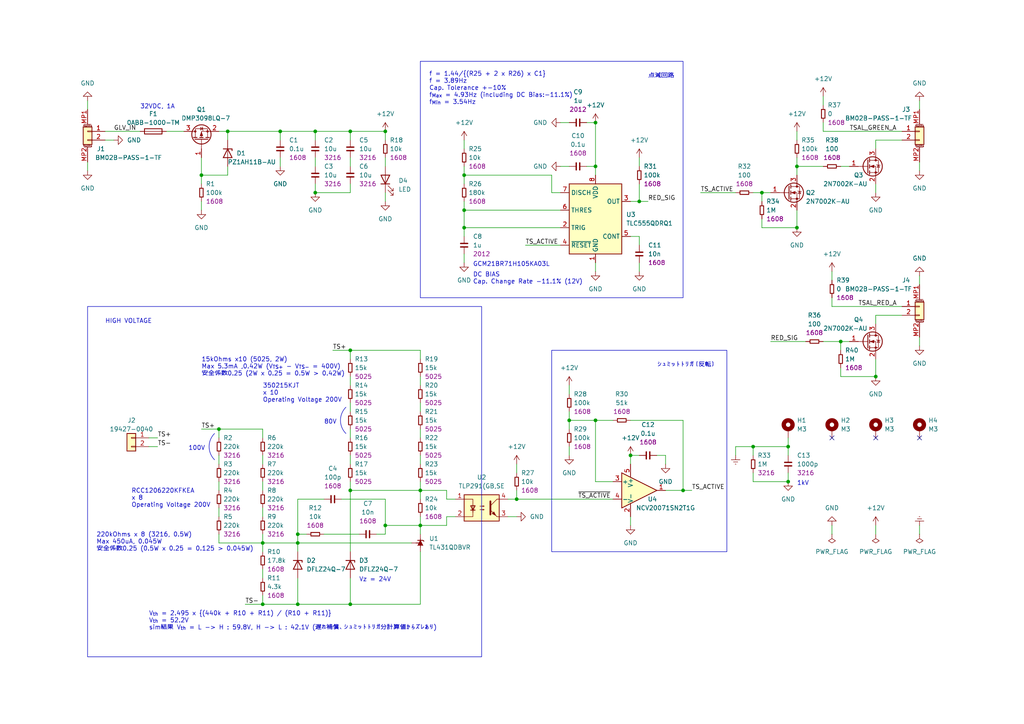
<source format=kicad_sch>
(kicad_sch (version 20230121) (generator eeschema)

  (uuid e09c952b-15d6-484b-bb38-de5f25679f5c)

  (paper "A4")

  (lib_symbols
    (symbol "Device:LED" (pin_numbers hide) (pin_names (offset 1.016) hide) (in_bom yes) (on_board yes)
      (property "Reference" "D" (at 0 2.54 0)
        (effects (font (size 1.27 1.27)))
      )
      (property "Value" "LED" (at 0 -2.54 0)
        (effects (font (size 1.27 1.27)))
      )
      (property "Footprint" "" (at 0 0 0)
        (effects (font (size 1.27 1.27)) hide)
      )
      (property "Datasheet" "~" (at 0 0 0)
        (effects (font (size 1.27 1.27)) hide)
      )
      (property "ki_keywords" "LED diode" (at 0 0 0)
        (effects (font (size 1.27 1.27)) hide)
      )
      (property "ki_description" "Light emitting diode" (at 0 0 0)
        (effects (font (size 1.27 1.27)) hide)
      )
      (property "ki_fp_filters" "LED* LED_SMD:* LED_THT:*" (at 0 0 0)
        (effects (font (size 1.27 1.27)) hide)
      )
      (symbol "LED_0_1"
        (polyline
          (pts
            (xy -1.27 -1.27)
            (xy -1.27 1.27)
          )
          (stroke (width 0.254) (type default))
          (fill (type none))
        )
        (polyline
          (pts
            (xy -1.27 0)
            (xy 1.27 0)
          )
          (stroke (width 0) (type default))
          (fill (type none))
        )
        (polyline
          (pts
            (xy 1.27 -1.27)
            (xy 1.27 1.27)
            (xy -1.27 0)
            (xy 1.27 -1.27)
          )
          (stroke (width 0.254) (type default))
          (fill (type none))
        )
        (polyline
          (pts
            (xy -3.048 -0.762)
            (xy -4.572 -2.286)
            (xy -3.81 -2.286)
            (xy -4.572 -2.286)
            (xy -4.572 -1.524)
          )
          (stroke (width 0) (type default))
          (fill (type none))
        )
        (polyline
          (pts
            (xy -1.778 -0.762)
            (xy -3.302 -2.286)
            (xy -2.54 -2.286)
            (xy -3.302 -2.286)
            (xy -3.302 -1.524)
          )
          (stroke (width 0) (type default))
          (fill (type none))
        )
      )
      (symbol "LED_1_1"
        (pin passive line (at -3.81 0 0) (length 2.54)
          (name "K" (effects (font (size 1.27 1.27))))
          (number "1" (effects (font (size 1.27 1.27))))
        )
        (pin passive line (at 3.81 0 180) (length 2.54)
          (name "A" (effects (font (size 1.27 1.27))))
          (number "2" (effects (font (size 1.27 1.27))))
        )
      )
    )
    (symbol "Mechanical:MountingHole_Pad" (pin_numbers hide) (pin_names (offset 1.016) hide) (in_bom yes) (on_board yes)
      (property "Reference" "H" (at 0 6.35 0)
        (effects (font (size 1.27 1.27)))
      )
      (property "Value" "MountingHole_Pad" (at 0 4.445 0)
        (effects (font (size 1.27 1.27)))
      )
      (property "Footprint" "" (at 0 0 0)
        (effects (font (size 1.27 1.27)) hide)
      )
      (property "Datasheet" "~" (at 0 0 0)
        (effects (font (size 1.27 1.27)) hide)
      )
      (property "ki_keywords" "mounting hole" (at 0 0 0)
        (effects (font (size 1.27 1.27)) hide)
      )
      (property "ki_description" "Mounting Hole with connection" (at 0 0 0)
        (effects (font (size 1.27 1.27)) hide)
      )
      (property "ki_fp_filters" "MountingHole*Pad*" (at 0 0 0)
        (effects (font (size 1.27 1.27)) hide)
      )
      (symbol "MountingHole_Pad_0_1"
        (circle (center 0 1.27) (radius 1.27)
          (stroke (width 1.27) (type default))
          (fill (type none))
        )
      )
      (symbol "MountingHole_Pad_1_1"
        (pin input line (at 0 -2.54 90) (length 2.54)
          (name "1" (effects (font (size 1.27 1.27))))
          (number "1" (effects (font (size 1.27 1.27))))
        )
      )
    )
    (symbol "ProjectEV:C" (pin_numbers hide) (pin_names (offset 0.254)) (in_bom yes) (on_board yes)
      (property "Reference" "C" (at 0.635 2.54 0)
        (effects (font (size 1.27 1.27)) (justify left))
      )
      (property "Value" "C" (at 0.635 -2.54 0)
        (effects (font (size 1.27 1.27)) (justify left))
      )
      (property "Footprint" "" (at 0.9652 -3.81 0)
        (effects (font (size 1.27 1.27)) hide)
      )
      (property "Datasheet" "~" (at 0 0 0)
        (effects (font (size 1.27 1.27)) hide)
      )
      (property "Package" "Package" (at 0.635 -5.08 0)
        (effects (font (size 1.27 1.27)) (justify left))
      )
      (property "ki_keywords" "cap capacitor" (at 0 0 0)
        (effects (font (size 1.27 1.27)) hide)
      )
      (property "ki_description" "Unpolarized capacitor" (at 0 0 0)
        (effects (font (size 1.27 1.27)) hide)
      )
      (property "ki_fp_filters" "C_*" (at 0 0 0)
        (effects (font (size 1.27 1.27)) hide)
      )
      (symbol "C_1_1"
        (polyline
          (pts
            (xy -1.016 -0.508)
            (xy 1.016 -0.508)
          )
          (stroke (width 0.381) (type default))
          (fill (type none))
        )
        (polyline
          (pts
            (xy -1.016 0.508)
            (xy 1.016 0.508)
          )
          (stroke (width 0.381) (type default))
          (fill (type none))
        )
        (pin passive line (at 0 2.54 270) (length 1.905)
          (name "~" (effects (font (size 1.27 1.27))))
          (number "1" (effects (font (size 1.27 1.27))))
        )
        (pin passive line (at 0 -2.54 90) (length 1.905)
          (name "~" (effects (font (size 1.27 1.27))))
          (number "2" (effects (font (size 1.27 1.27))))
        )
      )
    )
    (symbol "ProjectEV:Connector_BM02B-PASS-1-TF" (pin_names (offset 1.016) hide) (in_bom yes) (on_board yes)
      (property "Reference" "J" (at 2.54 2.54 0)
        (effects (font (size 1.27 1.27)))
      )
      (property "Value" "BM02B-PASS-1-TF" (at 1.27 -5.08 0)
        (effects (font (size 1.27 1.27)) (justify left))
      )
      (property "Footprint" "ProjectEV:Connector_BM02B-PASS-1-TF" (at 0 0 0)
        (effects (font (size 1.27 1.27)) hide)
      )
      (property "Datasheet" "~" (at 0 0 0)
        (effects (font (size 1.27 1.27)) hide)
      )
      (property "ki_fp_filters" "Connector*:*_1x??-1MP*" (at 0 0 0)
        (effects (font (size 1.27 1.27)) hide)
      )
      (symbol "Connector_BM02B-PASS-1-TF_1_1"
        (rectangle (start -1.27 -2.413) (end 0 -2.667)
          (stroke (width 0.1524) (type default))
          (fill (type none))
        )
        (rectangle (start -1.27 0.127) (end 0 -0.127)
          (stroke (width 0.1524) (type default))
          (fill (type none))
        )
        (rectangle (start -1.27 1.27) (end 1.27 -3.81)
          (stroke (width 0.254) (type default))
          (fill (type background))
        )
        (polyline
          (pts
            (xy -1.016 -4.572)
            (xy 1.016 -4.572)
          )
          (stroke (width 0.1524) (type default))
          (fill (type none))
        )
        (polyline
          (pts
            (xy -1.016 2.032)
            (xy 1.016 2.032)
          )
          (stroke (width 0.1524) (type default))
          (fill (type none))
        )
        (text "Mounting" (at 0 -4.191 0)
          (effects (font (size 0.381 0.381)))
        )
        (text "Mounting" (at 0 1.651 0)
          (effects (font (size 0.381 0.381)))
        )
        (pin passive line (at -5.08 0 0) (length 3.81)
          (name "Pin_1" (effects (font (size 1.27 1.27))))
          (number "1" (effects (font (size 1.27 1.27))))
        )
        (pin passive line (at -5.08 -2.54 0) (length 3.81)
          (name "Pin_2" (effects (font (size 1.27 1.27))))
          (number "2" (effects (font (size 1.27 1.27))))
        )
        (pin passive line (at 0 6.35 270) (length 4.318)
          (name "MountPin" (effects (font (size 1.27 1.27))))
          (number "MP1" (effects (font (size 1.27 1.27))))
        )
        (pin passive line (at 0 -8.89 90) (length 4.318)
          (name "MountPin" (effects (font (size 1.27 1.27))))
          (number "MP2" (effects (font (size 1.27 1.27))))
        )
      )
    )
    (symbol "ProjectEV:Connector_MX150L_19427-0040" (pin_names (offset 1.016) hide) (in_bom yes) (on_board yes)
      (property "Reference" "J" (at 0 2.54 0)
        (effects (font (size 1.27 1.27)))
      )
      (property "Value" "19427-0040" (at 1.27 -5.08 0)
        (effects (font (size 1.27 1.27)) (justify left))
      )
      (property "Footprint" "ProjectEV:Connector_MX150L_19427-0040" (at 0 0 0)
        (effects (font (size 1.27 1.27)) hide)
      )
      (property "Datasheet" "https://www.molex.com/en-us/products/part-detail/194270040?display=pdf" (at 0 0 0)
        (effects (font (size 1.27 1.27)) hide)
      )
      (property "ki_keywords" "connector" (at 0 0 0)
        (effects (font (size 1.27 1.27)) hide)
      )
      (property "ki_description" "Generic connectable mounting pin connector, single row, 01x02, script generated (kicad-library-utils/schlib/autogen/connector/)" (at 0 0 0)
        (effects (font (size 1.27 1.27)) hide)
      )
      (property "ki_fp_filters" "Connector*:*_1x??-1MP*" (at 0 0 0)
        (effects (font (size 1.27 1.27)) hide)
      )
      (symbol "Connector_MX150L_19427-0040_1_1"
        (rectangle (start -1.27 -2.413) (end 0 -2.667)
          (stroke (width 0.1524) (type default))
          (fill (type none))
        )
        (rectangle (start -1.27 0.127) (end 0 -0.127)
          (stroke (width 0.1524) (type default))
          (fill (type none))
        )
        (rectangle (start -1.27 1.27) (end 1.27 -3.81)
          (stroke (width 0.254) (type default))
          (fill (type background))
        )
        (pin passive line (at -5.08 0 0) (length 3.81)
          (name "Pin_1" (effects (font (size 1.27 1.27))))
          (number "1" (effects (font (size 1.27 1.27))))
        )
        (pin passive line (at -5.08 -2.54 0) (length 3.81)
          (name "Pin_2" (effects (font (size 1.27 1.27))))
          (number "2" (effects (font (size 1.27 1.27))))
        )
      )
    )
    (symbol "ProjectEV:D_DFLZ24Q-7" (pin_numbers hide) (pin_names (offset 1.016) hide) (in_bom yes) (on_board yes)
      (property "Reference" "D" (at 0 2.54 0)
        (effects (font (size 1.27 1.27)))
      )
      (property "Value" "DFLZ24Q-7" (at 0 -2.54 0)
        (effects (font (size 1.27 1.27)))
      )
      (property "Footprint" "ProjectEV:D_PowerDI-123_DFLZxxQ" (at 0 0 0)
        (effects (font (size 1.27 1.27)) hide)
      )
      (property "Datasheet" "https://www.diodes.com/assets/Datasheets/DFLZxxQ.pdf" (at 0 -5.08 0)
        (effects (font (size 1.27 1.27)) hide)
      )
      (property "ki_keywords" "diode" (at 0 0 0)
        (effects (font (size 1.27 1.27)) hide)
      )
      (property "ki_description" "Zener diodek, 24 Vz" (at 0 0 0)
        (effects (font (size 1.27 1.27)) hide)
      )
      (property "ki_fp_filters" "TO-???* *_Diode_* *SingleDiode* D_*" (at 0 0 0)
        (effects (font (size 1.27 1.27)) hide)
      )
      (symbol "D_DFLZ24Q-7_0_1"
        (polyline
          (pts
            (xy 1.27 0)
            (xy -1.27 0)
          )
          (stroke (width 0) (type default))
          (fill (type none))
        )
        (polyline
          (pts
            (xy -1.27 -1.27)
            (xy -1.27 1.27)
            (xy -0.762 1.27)
          )
          (stroke (width 0.254) (type default))
          (fill (type none))
        )
        (polyline
          (pts
            (xy 1.27 -1.27)
            (xy 1.27 1.27)
            (xy -1.27 0)
            (xy 1.27 -1.27)
          )
          (stroke (width 0.254) (type default))
          (fill (type none))
        )
      )
      (symbol "D_DFLZ24Q-7_1_1"
        (pin passive line (at -3.81 0 0) (length 2.54)
          (name "K" (effects (font (size 1.27 1.27))))
          (number "1" (effects (font (size 1.27 1.27))))
        )
        (pin passive line (at 3.81 0 180) (length 2.54)
          (name "A" (effects (font (size 1.27 1.27))))
          (number "2" (effects (font (size 1.27 1.27))))
        )
      )
    )
    (symbol "ProjectEV:D_PZ1AH11B-AU" (pin_numbers hide) (pin_names (offset 1.016) hide) (in_bom yes) (on_board yes)
      (property "Reference" "D" (at 0 2.54 0)
        (effects (font (size 1.27 1.27)))
      )
      (property "Value" "PZ1AH11B-AU" (at 0 -2.54 0)
        (effects (font (size 1.27 1.27)))
      )
      (property "Footprint" "ProjectEV:D_SOD-123HE_PZ1AHxxxB-AU" (at 0 -5.08 0)
        (effects (font (size 1.27 1.27)) hide)
      )
      (property "Datasheet" "https://www.panjit.com.tw/upload/datasheet/PZ1AH3V6B-AU_SERIES.pdf" (at 0 -7.62 0)
        (effects (font (size 1.27 1.27)) hide)
      )
      (property "ki_keywords" "diode" (at 0 0 0)
        (effects (font (size 1.27 1.27)) hide)
      )
      (property "ki_description" "Zener diode, 11 Vz" (at 0 0 0)
        (effects (font (size 1.27 1.27)) hide)
      )
      (property "ki_fp_filters" "TO-???* *_Diode_* *SingleDiode* D_*" (at 0 0 0)
        (effects (font (size 1.27 1.27)) hide)
      )
      (symbol "D_PZ1AH11B-AU_0_1"
        (polyline
          (pts
            (xy 1.27 0)
            (xy -1.27 0)
          )
          (stroke (width 0) (type default))
          (fill (type none))
        )
        (polyline
          (pts
            (xy -1.27 -1.27)
            (xy -1.27 1.27)
            (xy -0.762 1.27)
          )
          (stroke (width 0.254) (type default))
          (fill (type none))
        )
        (polyline
          (pts
            (xy 1.27 -1.27)
            (xy 1.27 1.27)
            (xy -1.27 0)
            (xy 1.27 -1.27)
          )
          (stroke (width 0.254) (type default))
          (fill (type none))
        )
      )
      (symbol "D_PZ1AH11B-AU_1_1"
        (pin passive line (at -3.81 0 0) (length 2.54)
          (name "K" (effects (font (size 1.27 1.27))))
          (number "1" (effects (font (size 1.27 1.27))))
        )
        (pin passive line (at 3.81 0 180) (length 2.54)
          (name "A" (effects (font (size 1.27 1.27))))
          (number "2" (effects (font (size 1.27 1.27))))
        )
      )
    )
    (symbol "ProjectEV:Fuse_0ABB-1000-TM" (pin_numbers hide) (pin_names (offset 0)) (in_bom yes) (on_board yes)
      (property "Reference" "F" (at 2.032 0 90)
        (effects (font (size 1.27 1.27)))
      )
      (property "Value" "0ABB-1000-TM" (at -1.905 0 90)
        (effects (font (size 1.27 1.27)))
      )
      (property "Footprint" "ProjectEV:Fuse_0ABB" (at -1.778 0 90)
        (effects (font (size 1.27 1.27)) hide)
      )
      (property "Datasheet" "https://www.belfuse.com/resources/datasheets/circuitprotection/ds-CP-0ABB-series.pdf" (at 0 0 0)
        (effects (font (size 1.27 1.27)) hide)
      )
      (property "ki_keywords" "fuse" (at 0 0 0)
        (effects (font (size 1.27 1.27)) hide)
      )
      (property "ki_description" "Fuse, 32 VDC, 1 A" (at 0 0 0)
        (effects (font (size 1.27 1.27)) hide)
      )
      (property "ki_fp_filters" "*Fuse*" (at 0 0 0)
        (effects (font (size 1.27 1.27)) hide)
      )
      (symbol "Fuse_0ABB-1000-TM_0_1"
        (rectangle (start -0.762 -2.54) (end 0.762 2.54)
          (stroke (width 0.254) (type default))
          (fill (type none))
        )
        (polyline
          (pts
            (xy 0 2.54)
            (xy 0 -2.54)
          )
          (stroke (width 0) (type default))
          (fill (type none))
        )
      )
      (symbol "Fuse_0ABB-1000-TM_1_1"
        (pin passive line (at 0 3.81 270) (length 1.27)
          (name "~" (effects (font (size 1.27 1.27))))
          (number "1" (effects (font (size 1.27 1.27))))
        )
        (pin passive line (at 0 -3.81 90) (length 1.27)
          (name "~" (effects (font (size 1.27 1.27))))
          (number "2" (effects (font (size 1.27 1.27))))
        )
      )
    )
    (symbol "ProjectEV:Isolator_TLP291(GB,SE" (pin_names hide) (in_bom yes) (on_board yes)
      (property "Reference" "U" (at -5.08 5.08 0)
        (effects (font (size 1.27 1.27)) (justify left))
      )
      (property "Value" "TLP291(GB,SE" (at 0 5.08 0)
        (effects (font (size 1.27 1.27)) (justify left))
      )
      (property "Footprint" "ProjectEV:Isolator_TLP291(GB,SE" (at -5.08 -5.08 0)
        (effects (font (size 1.27 1.27) italic) (justify left) hide)
      )
      (property "Datasheet" "https://toshiba.semicon-storage.com/info/TLP291%28SE_datasheet_en_20190708.pdf?did=14152&prodName=TLP291(SE" (at 0 0 0)
        (effects (font (size 1.27 1.27)) (justify left) hide)
      )
      (property "ki_fp_filters" "SOIC*4.55x2.6mm*P1.27mm*" (at 0 0 0)
        (effects (font (size 1.27 1.27)) hide)
      )
      (symbol "Isolator_TLP291(GB,SE_0_1"
        (rectangle (start -5.08 3.81) (end 5.08 -3.81)
          (stroke (width 0.254) (type default))
          (fill (type background))
        )
        (polyline
          (pts
            (xy -3.175 -0.635)
            (xy -1.905 -0.635)
          )
          (stroke (width 0.254) (type default))
          (fill (type none))
        )
        (polyline
          (pts
            (xy 2.54 0.635)
            (xy 4.445 2.54)
          )
          (stroke (width 0) (type default))
          (fill (type none))
        )
        (polyline
          (pts
            (xy 4.445 -2.54)
            (xy 2.54 -0.635)
          )
          (stroke (width 0) (type default))
          (fill (type outline))
        )
        (polyline
          (pts
            (xy 4.445 -2.54)
            (xy 5.08 -2.54)
          )
          (stroke (width 0) (type default))
          (fill (type none))
        )
        (polyline
          (pts
            (xy 4.445 2.54)
            (xy 5.08 2.54)
          )
          (stroke (width 0) (type default))
          (fill (type none))
        )
        (polyline
          (pts
            (xy -2.54 -0.635)
            (xy -2.54 -2.54)
            (xy -5.08 -2.54)
          )
          (stroke (width 0) (type default))
          (fill (type none))
        )
        (polyline
          (pts
            (xy 2.54 1.905)
            (xy 2.54 -1.905)
            (xy 2.54 -1.905)
          )
          (stroke (width 0.508) (type default))
          (fill (type none))
        )
        (polyline
          (pts
            (xy -5.08 2.54)
            (xy -2.54 2.54)
            (xy -2.54 -1.27)
            (xy -2.54 0.635)
          )
          (stroke (width 0) (type default))
          (fill (type none))
        )
        (polyline
          (pts
            (xy -2.54 -0.635)
            (xy -3.175 0.635)
            (xy -1.905 0.635)
            (xy -2.54 -0.635)
          )
          (stroke (width 0.254) (type default))
          (fill (type none))
        )
        (polyline
          (pts
            (xy -0.508 -0.508)
            (xy 0.762 -0.508)
            (xy 0.381 -0.635)
            (xy 0.381 -0.381)
            (xy 0.762 -0.508)
          )
          (stroke (width 0) (type default))
          (fill (type none))
        )
        (polyline
          (pts
            (xy -0.508 0.508)
            (xy 0.762 0.508)
            (xy 0.381 0.381)
            (xy 0.381 0.635)
            (xy 0.762 0.508)
          )
          (stroke (width 0) (type default))
          (fill (type none))
        )
        (polyline
          (pts
            (xy 3.048 -1.651)
            (xy 3.556 -1.143)
            (xy 4.064 -2.159)
            (xy 3.048 -1.651)
            (xy 3.048 -1.651)
          )
          (stroke (width 0) (type default))
          (fill (type outline))
        )
      )
      (symbol "Isolator_TLP291(GB,SE_1_1"
        (pin passive line (at -7.62 2.54 0) (length 2.54)
          (name "Anode" (effects (font (size 1.27 1.27))))
          (number "1" (effects (font (size 1.27 1.27))))
        )
        (pin passive line (at -7.62 -2.54 0) (length 2.54)
          (name "Cathode" (effects (font (size 1.27 1.27))))
          (number "2" (effects (font (size 1.27 1.27))))
        )
        (pin passive line (at 7.62 -2.54 180) (length 2.54)
          (name "Emitter" (effects (font (size 1.27 1.27))))
          (number "3" (effects (font (size 1.27 1.27))))
        )
        (pin passive line (at 7.62 2.54 180) (length 2.54)
          (name "Collector" (effects (font (size 1.27 1.27))))
          (number "4" (effects (font (size 1.27 1.27))))
        )
      )
    )
    (symbol "ProjectEV:Opamp_NCV20071SN2T1G" (pin_names (offset 0.127)) (in_bom yes) (on_board yes)
      (property "Reference" "U" (at -1.27 6.35 0)
        (effects (font (size 1.27 1.27)) (justify left))
      )
      (property "Value" "NCV20071SN2T1G" (at -1.27 3.81 0)
        (effects (font (size 1.27 1.27)) (justify left))
      )
      (property "Footprint" "ProjectEV:Package_SOT-23-5_NCV20071SN2T1G" (at -1.27 -17.78 0)
        (effects (font (size 1.27 1.27)) (justify left) hide)
      )
      (property "Datasheet" "https://www.onsemi.com/pdf/datasheet/ncs20071-d.pdf" (at 13.97 -15.24 0)
        (effects (font (size 1.27 1.27)) hide)
      )
      (property "ki_fp_filters" "*SC?70*" (at 0 0 0)
        (effects (font (size 1.27 1.27)) hide)
      )
      (symbol "Opamp_NCV20071SN2T1G_0_1"
        (polyline
          (pts
            (xy -5.08 5.08)
            (xy 5.08 0)
            (xy -5.08 -5.08)
            (xy -5.08 5.08)
          )
          (stroke (width 0.254) (type default))
          (fill (type background))
        )
        (pin power_in line (at -2.54 -7.62 90) (length 3.81)
          (name "V-" (effects (font (size 1.27 1.27))))
          (number "2" (effects (font (size 1.27 1.27))))
        )
        (pin power_in line (at -2.54 7.62 270) (length 3.81)
          (name "V+" (effects (font (size 1.27 1.27))))
          (number "5" (effects (font (size 1.27 1.27))))
        )
      )
      (symbol "Opamp_NCV20071SN2T1G_1_1"
        (pin output line (at 7.62 0 180) (length 2.54)
          (name "~" (effects (font (size 1.27 1.27))))
          (number "1" (effects (font (size 1.27 1.27))))
        )
        (pin input line (at -7.62 2.54 0) (length 2.54)
          (name "+" (effects (font (size 1.27 1.27))))
          (number "3" (effects (font (size 1.27 1.27))))
        )
        (pin input line (at -7.62 -2.54 0) (length 2.54)
          (name "-" (effects (font (size 1.27 1.27))))
          (number "4" (effects (font (size 1.27 1.27))))
        )
      )
    )
    (symbol "ProjectEV:R" (pin_numbers hide) (pin_names (offset 0)) (in_bom yes) (on_board yes)
      (property "Reference" "R" (at 2.032 0 90)
        (effects (font (size 1.27 1.27)))
      )
      (property "Value" "R" (at 0 0 90)
        (effects (font (size 1.27 1.27)))
      )
      (property "Footprint" "" (at -1.778 0 90)
        (effects (font (size 1.27 1.27)) hide)
      )
      (property "Datasheet" "~" (at 0 0 0)
        (effects (font (size 1.27 1.27)) hide)
      )
      (property "Package" "Package" (at 0 0 0)
        (effects (font (size 1.27 1.27)))
      )
      (property "ki_keywords" "R res resistor" (at 0 0 0)
        (effects (font (size 1.27 1.27)) hide)
      )
      (property "ki_description" "Resistor" (at 0 0 0)
        (effects (font (size 1.27 1.27)) hide)
      )
      (property "ki_fp_filters" "R_*" (at 0 0 0)
        (effects (font (size 1.27 1.27)) hide)
      )
      (symbol "R_0_1"
        (rectangle (start -0.508 1.27) (end 0.508 -1.27)
          (stroke (width 0.254) (type default))
          (fill (type none))
        )
      )
      (symbol "R_1_1"
        (pin passive line (at 0 2.54 270) (length 1.27)
          (name "~" (effects (font (size 1.27 1.27))))
          (number "1" (effects (font (size 1.27 1.27))))
        )
        (pin passive line (at 0 -2.54 90) (length 1.27)
          (name "~" (effects (font (size 1.27 1.27))))
          (number "2" (effects (font (size 1.27 1.27))))
        )
      )
    )
    (symbol "ProjectEV:Reference_TL431QDBVR" (pin_numbers hide) (pin_names hide) (in_bom yes) (on_board yes)
      (property "Reference" "U" (at 0 -2.54 0)
        (effects (font (size 1.27 1.27)))
      )
      (property "Value" "TL431QDBVR" (at 0 -4.445 0)
        (effects (font (size 1.27 1.27)))
      )
      (property "Footprint" "ProjectEV:Package_SOT-23-5_TL431QDBVR" (at 0 -6.35 0)
        (effects (font (size 1.27 1.27) italic) hide)
      )
      (property "Datasheet" "https://www.ti.com/lit/ds/symlink/tl431.pdf?ts=1708404301053&ref_url=https%253A%252F%252Fwww.ti.com%252Fproduct%252FTL431%253FkeyMatch%253D%2526tisearch%253Dsearch-everything%2526usecase%253Dpartmatches" (at 0 -6.35 0)
        (effects (font (size 1.27 1.27) italic) hide)
      )
      (symbol "Reference_TL431QDBVR_0_1"
        (polyline
          (pts
            (xy -1.27 0)
            (xy 0 0)
            (xy 1.27 0)
          )
          (stroke (width 0) (type default))
          (fill (type none))
        )
        (polyline
          (pts
            (xy -0.762 0.762)
            (xy 0.762 0)
            (xy -0.762 -0.762)
          )
          (stroke (width 0) (type default))
          (fill (type outline))
        )
        (polyline
          (pts
            (xy 0.508 -1.016)
            (xy 0.762 -0.762)
            (xy 0.762 0.762)
            (xy 0.762 0.762)
          )
          (stroke (width 0.254) (type default))
          (fill (type none))
        )
      )
      (symbol "Reference_TL431QDBVR_1_1"
        (polyline
          (pts
            (xy 0 1.27)
            (xy 0 0)
          )
          (stroke (width 0) (type default))
          (fill (type none))
        )
        (pin no_connect line (at 5.08 5.08 180) (length 2.54) hide
          (name "NC" (effects (font (size 1.27 1.27))))
          (number "1" (effects (font (size 1.27 1.27))))
        )
        (pin no_connect line (at 5.08 2.54 180) (length 2.54) hide
          (name "NC" (effects (font (size 1.27 1.27))))
          (number "2" (effects (font (size 1.27 1.27))))
        )
        (pin passive line (at 2.54 0 180) (length 2.54)
          (name "K" (effects (font (size 1.27 1.27))))
          (number "3" (effects (font (size 1.27 1.27))))
        )
        (pin passive line (at 0 2.54 270) (length 2.54)
          (name "REF" (effects (font (size 1.27 1.27))))
          (number "4" (effects (font (size 1.27 1.27))))
        )
        (pin passive line (at -2.54 0 0) (length 2.54)
          (name "A" (effects (font (size 1.27 1.27))))
          (number "5" (effects (font (size 1.27 1.27))))
        )
      )
    )
    (symbol "ProjectEV:Timer_TLC555QDRQ1" (in_bom yes) (on_board yes)
      (property "Reference" "U" (at 5.08 -11.43 0)
        (effects (font (size 1.27 1.27)))
      )
      (property "Value" "TLC555QDRQ1" (at 8.89 -13.97 0)
        (effects (font (size 1.27 1.27)))
      )
      (property "Footprint" "ProjectEV:Package_SOIC-8_3.9x4.9mm_P1.27mm_TLC555QDRQ1" (at 0 0 0)
        (effects (font (size 1.27 1.27)) hide)
      )
      (property "Datasheet" "" (at 0 0 0)
        (effects (font (size 1.27 1.27)) hide)
      )
      (symbol "Timer_TLC555QDRQ1_1_1"
        (rectangle (start -7.62 10.16) (end 7.62 -10.16)
          (stroke (width 0.254) (type default))
          (fill (type background))
        )
        (pin passive line (at 0 -12.7 90) (length 2.54)
          (name "GND" (effects (font (size 1.27 1.27))))
          (number "1" (effects (font (size 1.27 1.27))))
        )
        (pin passive line (at -10.16 -2.54 0) (length 2.54)
          (name "TRIG" (effects (font (size 1.27 1.27))))
          (number "2" (effects (font (size 1.27 1.27))))
        )
        (pin passive line (at 10.16 5.08 180) (length 2.54)
          (name "OUT" (effects (font (size 1.27 1.27))))
          (number "3" (effects (font (size 1.27 1.27))))
        )
        (pin passive line (at -10.16 -7.62 0) (length 2.54)
          (name "~{RESET}" (effects (font (size 1.27 1.27))))
          (number "4" (effects (font (size 1.27 1.27))))
        )
        (pin passive line (at 10.16 -5.08 180) (length 2.54)
          (name "CONT" (effects (font (size 1.27 1.27))))
          (number "5" (effects (font (size 1.27 1.27))))
        )
        (pin passive line (at -10.16 2.54 0) (length 2.54)
          (name "THRES" (effects (font (size 1.27 1.27))))
          (number "6" (effects (font (size 1.27 1.27))))
        )
        (pin passive line (at -10.16 7.62 0) (length 2.54)
          (name "DISCH" (effects (font (size 1.27 1.27))))
          (number "7" (effects (font (size 1.27 1.27))))
        )
        (pin passive line (at 0 12.7 270) (length 2.54)
          (name "VDD" (effects (font (size 1.27 1.27))))
          (number "8" (effects (font (size 1.27 1.27))))
        )
      )
    )
    (symbol "ProjectEV:Transistor_2N7002K-AU" (pin_names hide) (in_bom yes) (on_board yes)
      (property "Reference" "Q" (at 5.08 1.905 0)
        (effects (font (size 1.27 1.27)) (justify left))
      )
      (property "Value" "2N7002K-AU" (at 5.08 0 0)
        (effects (font (size 1.27 1.27)) (justify left))
      )
      (property "Footprint" "ProjectEV:Package_SOT-23_2N7002K-AU" (at 5.08 -1.905 0)
        (effects (font (size 1.27 1.27) italic) (justify left) hide)
      )
      (property "Datasheet" "https://www.panjit.com.tw/upload/datasheet/2N7002K-AU.pdf" (at 5.08 -3.81 0)
        (effects (font (size 1.27 1.27)) (justify left) hide)
      )
      (property "ki_keywords" "N-Channel MOSFET" (at 0 0 0)
        (effects (font (size 1.27 1.27)) hide)
      )
      (property "ki_description" "60V Vds, 0.3A Id, N-Channel MOSFET, SOT-23" (at 0 0 0)
        (effects (font (size 1.27 1.27)) hide)
      )
      (property "ki_fp_filters" "SOT?23*" (at 0 0 0)
        (effects (font (size 1.27 1.27)) hide)
      )
      (symbol "Transistor_2N7002K-AU_0_1"
        (polyline
          (pts
            (xy 0.254 0)
            (xy -2.54 0)
          )
          (stroke (width 0) (type default))
          (fill (type none))
        )
        (polyline
          (pts
            (xy 0.254 1.905)
            (xy 0.254 -1.905)
          )
          (stroke (width 0.254) (type default))
          (fill (type none))
        )
        (polyline
          (pts
            (xy 0.762 -1.27)
            (xy 0.762 -2.286)
          )
          (stroke (width 0.254) (type default))
          (fill (type none))
        )
        (polyline
          (pts
            (xy 0.762 0.508)
            (xy 0.762 -0.508)
          )
          (stroke (width 0.254) (type default))
          (fill (type none))
        )
        (polyline
          (pts
            (xy 0.762 2.286)
            (xy 0.762 1.27)
          )
          (stroke (width 0.254) (type default))
          (fill (type none))
        )
        (polyline
          (pts
            (xy 2.54 2.54)
            (xy 2.54 1.778)
          )
          (stroke (width 0) (type default))
          (fill (type none))
        )
        (polyline
          (pts
            (xy 2.54 -2.54)
            (xy 2.54 0)
            (xy 0.762 0)
          )
          (stroke (width 0) (type default))
          (fill (type none))
        )
        (polyline
          (pts
            (xy 0.762 -1.778)
            (xy 3.302 -1.778)
            (xy 3.302 1.778)
            (xy 0.762 1.778)
          )
          (stroke (width 0) (type default))
          (fill (type none))
        )
        (polyline
          (pts
            (xy 1.016 0)
            (xy 2.032 0.381)
            (xy 2.032 -0.381)
            (xy 1.016 0)
          )
          (stroke (width 0) (type default))
          (fill (type outline))
        )
        (polyline
          (pts
            (xy 2.794 0.508)
            (xy 2.921 0.381)
            (xy 3.683 0.381)
            (xy 3.81 0.254)
          )
          (stroke (width 0) (type default))
          (fill (type none))
        )
        (polyline
          (pts
            (xy 3.302 0.381)
            (xy 2.921 -0.254)
            (xy 3.683 -0.254)
            (xy 3.302 0.381)
          )
          (stroke (width 0) (type default))
          (fill (type none))
        )
        (circle (center 1.651 0) (radius 2.794)
          (stroke (width 0.254) (type default))
          (fill (type none))
        )
        (circle (center 2.54 -1.778) (radius 0.254)
          (stroke (width 0) (type default))
          (fill (type outline))
        )
        (circle (center 2.54 1.778) (radius 0.254)
          (stroke (width 0) (type default))
          (fill (type outline))
        )
      )
      (symbol "Transistor_2N7002K-AU_1_1"
        (pin input line (at -5.08 0 0) (length 2.54)
          (name "G" (effects (font (size 1.27 1.27))))
          (number "1" (effects (font (size 1.27 1.27))))
        )
        (pin passive line (at 2.54 -5.08 90) (length 2.54)
          (name "S" (effects (font (size 1.27 1.27))))
          (number "2" (effects (font (size 1.27 1.27))))
        )
        (pin passive line (at 2.54 5.08 270) (length 2.54)
          (name "D" (effects (font (size 1.27 1.27))))
          (number "3" (effects (font (size 1.27 1.27))))
        )
      )
    )
    (symbol "ProjectEV:Transistor_DMP3098LQ-7" (pin_names hide) (in_bom yes) (on_board yes)
      (property "Reference" "Q" (at 5.08 1.905 0)
        (effects (font (size 1.27 1.27)) (justify left))
      )
      (property "Value" "DMP3098LQ-7" (at 5.08 0 0)
        (effects (font (size 1.27 1.27)) (justify left))
      )
      (property "Footprint" "ProjectEV:Package_SOT-23_DMP3098LQ-7" (at 5.08 -1.905 0)
        (effects (font (size 1.27 1.27) italic) (justify left) hide)
      )
      (property "Datasheet" "https://www.diodes.com/assets/Datasheets/DMP3098LQ.pdf" (at 5.08 -3.81 0)
        (effects (font (size 1.27 1.27)) (justify left) hide)
      )
      (property "ki_fp_filters" "SOT?23*" (at 0 0 0)
        (effects (font (size 1.27 1.27)) hide)
      )
      (symbol "Transistor_DMP3098LQ-7_0_1"
        (polyline
          (pts
            (xy 0.254 0)
            (xy -2.54 0)
          )
          (stroke (width 0) (type default))
          (fill (type none))
        )
        (polyline
          (pts
            (xy 0.254 1.905)
            (xy 0.254 -1.905)
          )
          (stroke (width 0.254) (type default))
          (fill (type none))
        )
        (polyline
          (pts
            (xy 0.762 -1.27)
            (xy 0.762 -2.286)
          )
          (stroke (width 0.254) (type default))
          (fill (type none))
        )
        (polyline
          (pts
            (xy 0.762 0.508)
            (xy 0.762 -0.508)
          )
          (stroke (width 0.254) (type default))
          (fill (type none))
        )
        (polyline
          (pts
            (xy 0.762 2.286)
            (xy 0.762 1.27)
          )
          (stroke (width 0.254) (type default))
          (fill (type none))
        )
        (polyline
          (pts
            (xy 2.54 2.54)
            (xy 2.54 1.778)
          )
          (stroke (width 0) (type default))
          (fill (type none))
        )
        (polyline
          (pts
            (xy 2.54 -2.54)
            (xy 2.54 0)
            (xy 0.762 0)
          )
          (stroke (width 0) (type default))
          (fill (type none))
        )
        (polyline
          (pts
            (xy 0.762 1.778)
            (xy 3.302 1.778)
            (xy 3.302 -1.778)
            (xy 0.762 -1.778)
          )
          (stroke (width 0) (type default))
          (fill (type none))
        )
        (polyline
          (pts
            (xy 2.286 0)
            (xy 1.27 0.381)
            (xy 1.27 -0.381)
            (xy 2.286 0)
          )
          (stroke (width 0) (type default))
          (fill (type outline))
        )
        (polyline
          (pts
            (xy 2.794 -0.508)
            (xy 2.921 -0.381)
            (xy 3.683 -0.381)
            (xy 3.81 -0.254)
          )
          (stroke (width 0) (type default))
          (fill (type none))
        )
        (polyline
          (pts
            (xy 3.302 -0.381)
            (xy 2.921 0.254)
            (xy 3.683 0.254)
            (xy 3.302 -0.381)
          )
          (stroke (width 0) (type default))
          (fill (type none))
        )
        (circle (center 1.651 0) (radius 2.794)
          (stroke (width 0.254) (type default))
          (fill (type none))
        )
        (circle (center 2.54 -1.778) (radius 0.254)
          (stroke (width 0) (type default))
          (fill (type outline))
        )
        (circle (center 2.54 1.778) (radius 0.254)
          (stroke (width 0) (type default))
          (fill (type outline))
        )
      )
      (symbol "Transistor_DMP3098LQ-7_1_1"
        (pin input line (at -5.08 0 0) (length 2.54)
          (name "G" (effects (font (size 1.27 1.27))))
          (number "1" (effects (font (size 1.27 1.27))))
        )
        (pin passive line (at 2.54 -5.08 90) (length 2.54)
          (name "S" (effects (font (size 1.27 1.27))))
          (number "2" (effects (font (size 1.27 1.27))))
        )
        (pin passive line (at 2.54 5.08 270) (length 2.54)
          (name "D" (effects (font (size 1.27 1.27))))
          (number "3" (effects (font (size 1.27 1.27))))
        )
      )
    )
    (symbol "power:+12V" (power) (pin_names (offset 0)) (in_bom yes) (on_board yes)
      (property "Reference" "#PWR" (at 0 -3.81 0)
        (effects (font (size 1.27 1.27)) hide)
      )
      (property "Value" "+12V" (at 0 3.556 0)
        (effects (font (size 1.27 1.27)))
      )
      (property "Footprint" "" (at 0 0 0)
        (effects (font (size 1.27 1.27)) hide)
      )
      (property "Datasheet" "" (at 0 0 0)
        (effects (font (size 1.27 1.27)) hide)
      )
      (property "ki_keywords" "global power" (at 0 0 0)
        (effects (font (size 1.27 1.27)) hide)
      )
      (property "ki_description" "Power symbol creates a global label with name \"+12V\"" (at 0 0 0)
        (effects (font (size 1.27 1.27)) hide)
      )
      (symbol "+12V_0_1"
        (polyline
          (pts
            (xy -0.762 1.27)
            (xy 0 2.54)
          )
          (stroke (width 0) (type default))
          (fill (type none))
        )
        (polyline
          (pts
            (xy 0 0)
            (xy 0 2.54)
          )
          (stroke (width 0) (type default))
          (fill (type none))
        )
        (polyline
          (pts
            (xy 0 2.54)
            (xy 0.762 1.27)
          )
          (stroke (width 0) (type default))
          (fill (type none))
        )
      )
      (symbol "+12V_1_1"
        (pin power_in line (at 0 0 90) (length 0) hide
          (name "+12V" (effects (font (size 1.27 1.27))))
          (number "1" (effects (font (size 1.27 1.27))))
        )
      )
    )
    (symbol "power:Earth" (power) (pin_names (offset 0)) (in_bom yes) (on_board yes)
      (property "Reference" "#PWR" (at 0 -6.35 0)
        (effects (font (size 1.27 1.27)) hide)
      )
      (property "Value" "Earth" (at 0 -3.81 0)
        (effects (font (size 1.27 1.27)) hide)
      )
      (property "Footprint" "" (at 0 0 0)
        (effects (font (size 1.27 1.27)) hide)
      )
      (property "Datasheet" "~" (at 0 0 0)
        (effects (font (size 1.27 1.27)) hide)
      )
      (property "ki_keywords" "global ground gnd" (at 0 0 0)
        (effects (font (size 1.27 1.27)) hide)
      )
      (property "ki_description" "Power symbol creates a global label with name \"Earth\"" (at 0 0 0)
        (effects (font (size 1.27 1.27)) hide)
      )
      (symbol "Earth_0_1"
        (polyline
          (pts
            (xy -0.635 -1.905)
            (xy 0.635 -1.905)
          )
          (stroke (width 0) (type default))
          (fill (type none))
        )
        (polyline
          (pts
            (xy -0.127 -2.54)
            (xy 0.127 -2.54)
          )
          (stroke (width 0) (type default))
          (fill (type none))
        )
        (polyline
          (pts
            (xy 0 -1.27)
            (xy 0 0)
          )
          (stroke (width 0) (type default))
          (fill (type none))
        )
        (polyline
          (pts
            (xy 1.27 -1.27)
            (xy -1.27 -1.27)
          )
          (stroke (width 0) (type default))
          (fill (type none))
        )
      )
      (symbol "Earth_1_1"
        (pin power_in line (at 0 0 270) (length 0) hide
          (name "Earth" (effects (font (size 1.27 1.27))))
          (number "1" (effects (font (size 1.27 1.27))))
        )
      )
    )
    (symbol "power:GND" (power) (pin_names (offset 0)) (in_bom yes) (on_board yes)
      (property "Reference" "#PWR" (at 0 -6.35 0)
        (effects (font (size 1.27 1.27)) hide)
      )
      (property "Value" "GND" (at 0 -3.81 0)
        (effects (font (size 1.27 1.27)))
      )
      (property "Footprint" "" (at 0 0 0)
        (effects (font (size 1.27 1.27)) hide)
      )
      (property "Datasheet" "" (at 0 0 0)
        (effects (font (size 1.27 1.27)) hide)
      )
      (property "ki_keywords" "global power" (at 0 0 0)
        (effects (font (size 1.27 1.27)) hide)
      )
      (property "ki_description" "Power symbol creates a global label with name \"GND\" , ground" (at 0 0 0)
        (effects (font (size 1.27 1.27)) hide)
      )
      (symbol "GND_0_1"
        (polyline
          (pts
            (xy 0 0)
            (xy 0 -1.27)
            (xy 1.27 -1.27)
            (xy 0 -2.54)
            (xy -1.27 -1.27)
            (xy 0 -1.27)
          )
          (stroke (width 0) (type default))
          (fill (type none))
        )
      )
      (symbol "GND_1_1"
        (pin power_in line (at 0 0 270) (length 0) hide
          (name "GND" (effects (font (size 1.27 1.27))))
          (number "1" (effects (font (size 1.27 1.27))))
        )
      )
    )
    (symbol "power:PWR_FLAG" (power) (pin_numbers hide) (pin_names (offset 0) hide) (in_bom yes) (on_board yes)
      (property "Reference" "#FLG" (at 0 1.905 0)
        (effects (font (size 1.27 1.27)) hide)
      )
      (property "Value" "PWR_FLAG" (at 0 3.81 0)
        (effects (font (size 1.27 1.27)))
      )
      (property "Footprint" "" (at 0 0 0)
        (effects (font (size 1.27 1.27)) hide)
      )
      (property "Datasheet" "~" (at 0 0 0)
        (effects (font (size 1.27 1.27)) hide)
      )
      (property "ki_keywords" "flag power" (at 0 0 0)
        (effects (font (size 1.27 1.27)) hide)
      )
      (property "ki_description" "Special symbol for telling ERC where power comes from" (at 0 0 0)
        (effects (font (size 1.27 1.27)) hide)
      )
      (symbol "PWR_FLAG_0_0"
        (pin power_out line (at 0 0 90) (length 0)
          (name "pwr" (effects (font (size 1.27 1.27))))
          (number "1" (effects (font (size 1.27 1.27))))
        )
      )
      (symbol "PWR_FLAG_0_1"
        (polyline
          (pts
            (xy 0 0)
            (xy 0 1.27)
            (xy -1.016 1.905)
            (xy 0 2.54)
            (xy 1.016 1.905)
            (xy 0 1.27)
          )
          (stroke (width 0) (type default))
          (fill (type none))
        )
      )
    )
  )

  (junction (at 86.36 175.26) (diameter 0) (color 0 0 0 0)
    (uuid 0523737b-f3fa-49d4-8340-fa9b3d5dd257)
  )
  (junction (at 134.62 50.8) (diameter 0) (color 0 0 0 0)
    (uuid 0bac46d6-6a75-4a8a-8d15-287d0aae6383)
  )
  (junction (at 91.44 38.1) (diameter 0) (color 0 0 0 0)
    (uuid 0e29b889-adb1-425d-ab13-36adff51143d)
  )
  (junction (at 81.28 38.1) (diameter 0) (color 0 0 0 0)
    (uuid 1c984011-076d-4095-9659-f02e22907b50)
  )
  (junction (at 231.14 66.04) (diameter 0) (color 0 0 0 0)
    (uuid 1eb9a64a-8028-43f0-a53b-caf6458cf543)
  )
  (junction (at 172.72 48.26) (diameter 0) (color 0 0 0 0)
    (uuid 2622dcef-8181-4be5-a03c-d9cbca955518)
  )
  (junction (at 101.6 101.6) (diameter 0) (color 0 0 0 0)
    (uuid 28837b99-ca1e-4f8f-bd99-795eb517491b)
  )
  (junction (at 66.04 38.1) (diameter 0) (color 0 0 0 0)
    (uuid 28b0d73e-b72b-485f-95d5-27e8f0972317)
  )
  (junction (at 111.76 38.1) (diameter 0) (color 0 0 0 0)
    (uuid 2cc07c3c-8869-4535-85f4-4354fbdc52ca)
  )
  (junction (at 134.62 66.04) (diameter 0) (color 0 0 0 0)
    (uuid 3aba728f-b89f-4ee1-a6e9-0e71fe755fb3)
  )
  (junction (at 91.44 55.88) (diameter 0) (color 0 0 0 0)
    (uuid 3f919b74-fb18-4401-ac29-839384929704)
  )
  (junction (at 76.2 157.48) (diameter 0) (color 0 0 0 0)
    (uuid 40b31587-0dae-4fee-ad5c-03ac72d4b1fa)
  )
  (junction (at 243.84 99.06) (diameter 0) (color 0 0 0 0)
    (uuid 482d4f91-7611-465c-bfcb-a50f39074a41)
  )
  (junction (at 228.6 139.7) (diameter 0) (color 0 0 0 0)
    (uuid 4c893e8b-dde0-434a-8391-9310476e1350)
  )
  (junction (at 254 109.22) (diameter 0) (color 0 0 0 0)
    (uuid 4c8d5aa5-75df-4cc3-976e-3e9f455ba063)
  )
  (junction (at 218.44 129.54) (diameter 0) (color 0 0 0 0)
    (uuid 54dcc1c7-3202-43bf-bd28-9cb279b485ed)
  )
  (junction (at 165.1 121.92) (diameter 0) (color 0 0 0 0)
    (uuid 6026c5eb-2b12-489f-8908-992ffbe82fae)
  )
  (junction (at 101.6 142.24) (diameter 0) (color 0 0 0 0)
    (uuid 63b6c135-8a0d-4699-afa8-b15435e4d0c5)
  )
  (junction (at 134.62 60.96) (diameter 0) (color 0 0 0 0)
    (uuid 64a6df6f-9520-43f5-b296-3d0e92ff1d95)
  )
  (junction (at 149.86 144.78) (diameter 0) (color 0 0 0 0)
    (uuid 67fb1c9e-0e28-4d59-936f-0247f3ad3874)
  )
  (junction (at 101.6 38.1) (diameter 0) (color 0 0 0 0)
    (uuid 77574751-eb07-431e-afbe-9a6a040061e7)
  )
  (junction (at 220.98 55.88) (diameter 0) (color 0 0 0 0)
    (uuid 893e8d61-fbb4-460f-ac8a-588c4004b89d)
  )
  (junction (at 86.36 154.94) (diameter 0) (color 0 0 0 0)
    (uuid 9146ea03-b121-4117-a3b1-6bdcab52c662)
  )
  (junction (at 185.42 58.42) (diameter 0) (color 0 0 0 0)
    (uuid 938e62dc-ea49-49dc-bbcf-ab662420330b)
  )
  (junction (at 198.12 142.24) (diameter 0) (color 0 0 0 0)
    (uuid 9488789b-fa73-41d7-9398-cb7a6781599a)
  )
  (junction (at 121.92 142.24) (diameter 0) (color 0 0 0 0)
    (uuid 98a6bc3f-72fb-49b0-9381-d55669b5682e)
  )
  (junction (at 172.72 121.92) (diameter 0) (color 0 0 0 0)
    (uuid 9c195c6f-d956-446b-a77f-ab5201ebdd0e)
  )
  (junction (at 231.14 48.26) (diameter 0) (color 0 0 0 0)
    (uuid a04bd1f4-3add-420f-a531-d5737cf19af8)
  )
  (junction (at 58.42 50.8) (diameter 0) (color 0 0 0 0)
    (uuid a5603472-9fb3-4d3f-a106-7d92f8cfeaa2)
  )
  (junction (at 63.5 124.46) (diameter 0) (color 0 0 0 0)
    (uuid ac3ae170-d885-4c2f-a4eb-e63d9b204a24)
  )
  (junction (at 121.92 152.4) (diameter 0) (color 0 0 0 0)
    (uuid addb2b62-5ba6-4c92-810d-61648ea23887)
  )
  (junction (at 172.72 35.56) (diameter 0) (color 0 0 0 0)
    (uuid b6552bfe-4c9a-468c-9878-5973d93d6c17)
  )
  (junction (at 228.6 129.54) (diameter 0) (color 0 0 0 0)
    (uuid bf308e3c-ac35-4e93-a216-def86a590732)
  )
  (junction (at 111.76 152.4) (diameter 0) (color 0 0 0 0)
    (uuid c31402da-849e-48ec-87ca-6aa100f53c49)
  )
  (junction (at 182.88 132.08) (diameter 0) (color 0 0 0 0)
    (uuid c344bb4a-70bb-4821-babe-3286f5d81243)
  )
  (junction (at 86.36 157.48) (diameter 0) (color 0 0 0 0)
    (uuid cbf04320-9eb9-43ac-abd7-57b215259fdc)
  )
  (junction (at 76.2 175.26) (diameter 0) (color 0 0 0 0)
    (uuid da07cf03-9ca9-48ef-ac79-dade3c2de60d)
  )
  (junction (at 101.6 175.26) (diameter 0) (color 0 0 0 0)
    (uuid e95fb552-a144-41fb-8412-253e60a2745e)
  )

  (no_connect (at 254 127) (uuid 094e2b32-52ee-464d-b8ca-d81bce494319))
  (no_connect (at 241.3 127) (uuid 40809573-15c9-4d88-9f62-280ca3b24f01))
  (no_connect (at 266.7 127) (uuid 4cf942fa-e229-4379-9053-dd82341eb614))

  (wire (pts (xy 121.92 139.7) (xy 121.92 142.24))
    (stroke (width 0) (type default))
    (uuid 00d9446b-aed0-4b43-b1e1-ddfb391687e5)
  )
  (wire (pts (xy 172.72 76.2) (xy 172.72 78.74))
    (stroke (width 0) (type default))
    (uuid 00fabd9e-1148-4dde-b51e-6edbafe10659)
  )
  (wire (pts (xy 76.2 124.46) (xy 76.2 127))
    (stroke (width 0) (type default))
    (uuid 05eece0b-6261-42fe-b5aa-cfc8daed785b)
  )
  (wire (pts (xy 129.54 144.78) (xy 132.08 144.78))
    (stroke (width 0) (type default))
    (uuid 05f90dee-4bbb-4bf1-a26f-a54d954acdc0)
  )
  (wire (pts (xy 76.2 175.26) (xy 86.36 175.26))
    (stroke (width 0) (type default))
    (uuid 09aecf04-ec9a-4e23-ab3a-1ba5427324b3)
  )
  (wire (pts (xy 218.44 55.88) (xy 220.98 55.88))
    (stroke (width 0) (type default))
    (uuid 0d697d32-0379-40bf-8c19-6595a4c3eb25)
  )
  (wire (pts (xy 121.92 101.6) (xy 121.92 104.14))
    (stroke (width 0) (type default))
    (uuid 0e5cc766-d85a-490f-b50f-e425e6f912db)
  )
  (wire (pts (xy 101.6 142.24) (xy 101.6 139.7))
    (stroke (width 0) (type default))
    (uuid 0f6031e4-6317-4629-accb-f92189a6be80)
  )
  (wire (pts (xy 213.36 132.08) (xy 213.36 129.54))
    (stroke (width 0) (type default))
    (uuid 0f79344c-246e-4867-8dce-1295c0998c7e)
  )
  (wire (pts (xy 165.1 121.92) (xy 172.72 121.92))
    (stroke (width 0) (type default))
    (uuid 0fc0f62b-4cbb-4f63-8d15-6b1c27101e10)
  )
  (wire (pts (xy 121.92 109.22) (xy 121.92 111.76))
    (stroke (width 0) (type default))
    (uuid 1147f666-293f-41b2-aa40-59e5442994fc)
  )
  (wire (pts (xy 254 109.22) (xy 254 104.14))
    (stroke (width 0) (type default))
    (uuid 11e1d5c5-0065-4d4b-91bb-225c3fde86a1)
  )
  (wire (pts (xy 198.12 121.92) (xy 198.12 142.24))
    (stroke (width 0) (type default))
    (uuid 138c2196-a09d-4559-9c85-35c0fe2339b9)
  )
  (wire (pts (xy 185.42 45.72) (xy 185.42 48.26))
    (stroke (width 0) (type default))
    (uuid 13c59115-213c-4164-8070-2fa14976f915)
  )
  (wire (pts (xy 170.18 48.26) (xy 172.72 48.26))
    (stroke (width 0) (type default))
    (uuid 15e7b417-d681-45c4-9a06-a7cf5acee1e4)
  )
  (wire (pts (xy 182.88 132.08) (xy 185.42 132.08))
    (stroke (width 0) (type default))
    (uuid 177fb716-a20e-43b4-b366-bcb374e02c73)
  )
  (wire (pts (xy 58.42 124.46) (xy 63.5 124.46))
    (stroke (width 0) (type default))
    (uuid 17ad7db9-ea98-4280-8d35-0e5edc025706)
  )
  (wire (pts (xy 134.62 50.8) (xy 134.62 53.34))
    (stroke (width 0) (type default))
    (uuid 1a85eee1-3b2a-42ac-89cc-8d808b2d7362)
  )
  (wire (pts (xy 185.42 58.42) (xy 187.96 58.42))
    (stroke (width 0) (type default))
    (uuid 1c312950-c823-4fce-a821-0f6072a1ae24)
  )
  (wire (pts (xy 91.44 38.1) (xy 101.6 38.1))
    (stroke (width 0) (type default))
    (uuid 1c5d9af7-0e96-4114-bfb1-954317fa177e)
  )
  (wire (pts (xy 243.84 106.68) (xy 243.84 109.22))
    (stroke (width 0) (type default))
    (uuid 1d4cfa9c-c533-4706-8938-397c2dd7d1e3)
  )
  (wire (pts (xy 76.2 157.48) (xy 76.2 160.02))
    (stroke (width 0) (type default))
    (uuid 1fdb424c-ecd3-41ec-886e-8f32c661b403)
  )
  (wire (pts (xy 160.02 50.8) (xy 160.02 55.88))
    (stroke (width 0) (type default))
    (uuid 28060e3d-8f2a-4585-847b-049b797a7c2d)
  )
  (wire (pts (xy 134.62 66.04) (xy 134.62 68.58))
    (stroke (width 0) (type default))
    (uuid 28465f07-90c7-44ab-ba4b-33f543f03e3c)
  )
  (wire (pts (xy 63.5 157.48) (xy 76.2 157.48))
    (stroke (width 0) (type default))
    (uuid 29378981-c406-4b7a-99cb-07268762139d)
  )
  (wire (pts (xy 76.2 139.7) (xy 76.2 142.24))
    (stroke (width 0) (type default))
    (uuid 2b6d22d1-e986-4f68-b61e-b551c3b02b88)
  )
  (wire (pts (xy 111.76 144.78) (xy 111.76 152.4))
    (stroke (width 0) (type default))
    (uuid 2b862760-eb99-459b-abc2-c856da37584b)
  )
  (wire (pts (xy 162.56 35.56) (xy 165.1 35.56))
    (stroke (width 0) (type default))
    (uuid 2cdc5173-1cab-495e-8c07-4294241c7da3)
  )
  (wire (pts (xy 101.6 38.1) (xy 111.76 38.1))
    (stroke (width 0) (type default))
    (uuid 2f190b91-e508-4914-9127-39cbb8ad8faf)
  )
  (wire (pts (xy 111.76 152.4) (xy 111.76 154.94))
    (stroke (width 0) (type default))
    (uuid 2f30d3e8-a082-4f5e-a176-3bb0c70d6a57)
  )
  (wire (pts (xy 101.6 124.46) (xy 101.6 127))
    (stroke (width 0) (type default))
    (uuid 2fe7619b-d4f7-4c74-ae0f-d97201a9bb19)
  )
  (wire (pts (xy 220.98 58.42) (xy 220.98 55.88))
    (stroke (width 0) (type default))
    (uuid 303f2cdb-e792-4adb-bdfc-709bdb3ce77e)
  )
  (wire (pts (xy 63.5 132.08) (xy 63.5 134.62))
    (stroke (width 0) (type default))
    (uuid 333fa780-7cb8-4baa-83dc-40cc806a30e9)
  )
  (wire (pts (xy 76.2 157.48) (xy 86.36 157.48))
    (stroke (width 0) (type default))
    (uuid 338d842b-23e8-41c5-95d8-0c89fb4fe953)
  )
  (wire (pts (xy 91.44 45.72) (xy 91.44 48.26))
    (stroke (width 0) (type default))
    (uuid 357b3354-6389-4e9d-a58d-6b2f5fa5be4c)
  )
  (wire (pts (xy 238.76 99.06) (xy 243.84 99.06))
    (stroke (width 0) (type default))
    (uuid 3658a302-242a-4c5b-9107-8a06a4a48c00)
  )
  (wire (pts (xy 266.7 29.21) (xy 266.7 31.75))
    (stroke (width 0) (type default))
    (uuid 371d6410-e380-4423-8825-b2ee2743ffbd)
  )
  (wire (pts (xy 228.6 129.54) (xy 228.6 132.08))
    (stroke (width 0) (type default))
    (uuid 39b3e8ac-92c2-4419-ae93-f2ae4fed7c9f)
  )
  (wire (pts (xy 121.92 124.46) (xy 121.92 127))
    (stroke (width 0) (type default))
    (uuid 3b098825-717e-4954-974f-e3ecb0609198)
  )
  (wire (pts (xy 238.76 27.94) (xy 238.76 30.48))
    (stroke (width 0) (type default))
    (uuid 3ce07315-4f7c-4271-99bb-4e35fb5e3dae)
  )
  (wire (pts (xy 149.86 144.78) (xy 147.32 144.78))
    (stroke (width 0) (type default))
    (uuid 3d5a5dd5-a4c6-4e05-a7f0-ea0c86d2a725)
  )
  (wire (pts (xy 213.36 129.54) (xy 218.44 129.54))
    (stroke (width 0) (type default))
    (uuid 3ded2d44-ab32-4064-af3c-a16a7de6deda)
  )
  (wire (pts (xy 58.42 45.72) (xy 58.42 50.8))
    (stroke (width 0) (type default))
    (uuid 3e2fa7aa-c1d3-4733-a692-a593d7fb0916)
  )
  (wire (pts (xy 266.7 46.99) (xy 266.7 49.53))
    (stroke (width 0) (type default))
    (uuid 3fc69be9-1580-45e0-9531-f86e56a3a3b9)
  )
  (wire (pts (xy 231.14 45.72) (xy 231.14 48.26))
    (stroke (width 0) (type default))
    (uuid 41d50c27-32c8-4b8c-ad8f-07262b0ac143)
  )
  (wire (pts (xy 63.5 127) (xy 63.5 124.46))
    (stroke (width 0) (type default))
    (uuid 47b5d71d-0ec8-43c5-9223-7dc802034c39)
  )
  (wire (pts (xy 71.12 175.26) (xy 76.2 175.26))
    (stroke (width 0) (type default))
    (uuid 48355ded-7124-4c05-aba1-925b4e2ef182)
  )
  (wire (pts (xy 30.48 38.1) (xy 40.64 38.1))
    (stroke (width 0) (type default))
    (uuid 484a16b5-a2f8-4551-a91f-e33e9b4662db)
  )
  (wire (pts (xy 101.6 104.14) (xy 101.6 101.6))
    (stroke (width 0) (type default))
    (uuid 4b8b6124-b662-4f77-b593-d7d14f507a22)
  )
  (wire (pts (xy 165.1 129.54) (xy 165.1 132.08))
    (stroke (width 0) (type default))
    (uuid 4b937a84-7091-4208-ab1b-83f03b2d3cc6)
  )
  (wire (pts (xy 266.7 80.01) (xy 266.7 82.55))
    (stroke (width 0) (type default))
    (uuid 4ccf29ae-021a-40db-bfc5-36e2cf742eb7)
  )
  (wire (pts (xy 134.62 60.96) (xy 134.62 66.04))
    (stroke (width 0) (type default))
    (uuid 4cff3f35-2482-4fea-a352-808df10025fd)
  )
  (wire (pts (xy 63.5 139.7) (xy 63.5 142.24))
    (stroke (width 0) (type default))
    (uuid 4df45869-477f-4c5c-a7ac-35195734e511)
  )
  (wire (pts (xy 149.86 142.24) (xy 149.86 144.78))
    (stroke (width 0) (type default))
    (uuid 4f58f19f-1b79-47cd-b578-555e1f5ef24c)
  )
  (wire (pts (xy 238.76 35.56) (xy 238.76 38.1))
    (stroke (width 0) (type default))
    (uuid 50c078a2-eae5-4276-acf1-613ccfa831df)
  )
  (wire (pts (xy 182.88 132.08) (xy 182.88 134.62))
    (stroke (width 0) (type default))
    (uuid 511a2ce7-83af-4330-aba3-2175dfc6e619)
  )
  (wire (pts (xy 243.84 99.06) (xy 246.38 99.06))
    (stroke (width 0) (type default))
    (uuid 51ac1746-cec9-4372-8c84-a8b10f0d07bf)
  )
  (wire (pts (xy 241.3 88.9) (xy 261.62 88.9))
    (stroke (width 0) (type default))
    (uuid 5270e44e-63ac-42b1-ab76-6b8ad088575c)
  )
  (wire (pts (xy 228.6 139.7) (xy 228.6 137.16))
    (stroke (width 0) (type default))
    (uuid 52910d5d-9c48-449c-9d1a-e13edf32dcb2)
  )
  (wire (pts (xy 121.92 142.24) (xy 129.54 142.24))
    (stroke (width 0) (type default))
    (uuid 5493884e-dbb5-4b3b-b877-6e8079e08eb0)
  )
  (wire (pts (xy 101.6 132.08) (xy 101.6 134.62))
    (stroke (width 0) (type default))
    (uuid 56009688-343c-4f02-9c00-8513cb02947e)
  )
  (wire (pts (xy 185.42 76.2) (xy 185.42 78.74))
    (stroke (width 0) (type default))
    (uuid 5667894c-eb61-431c-adfe-f394d8f6ca01)
  )
  (wire (pts (xy 266.7 97.79) (xy 266.7 100.33))
    (stroke (width 0) (type default))
    (uuid 58f20018-9e40-4ff9-bf7e-c09300ce4fb6)
  )
  (wire (pts (xy 25.4 29.21) (xy 25.4 31.75))
    (stroke (width 0) (type default))
    (uuid 5906d52e-242d-4e45-bd7d-22b31deb80ac)
  )
  (wire (pts (xy 129.54 149.86) (xy 129.54 152.4))
    (stroke (width 0) (type default))
    (uuid 592e5f9e-c997-4e63-9bec-b21dec270f16)
  )
  (wire (pts (xy 254 40.64) (xy 261.62 40.64))
    (stroke (width 0) (type default))
    (uuid 5a652b38-511e-448a-82a9-10ccf4cc9fba)
  )
  (wire (pts (xy 58.42 58.42) (xy 58.42 60.96))
    (stroke (width 0) (type default))
    (uuid 5d22bd0b-e0a2-4ef8-8e69-60f7ae225164)
  )
  (wire (pts (xy 121.92 149.86) (xy 121.92 152.4))
    (stroke (width 0) (type default))
    (uuid 5d3f698f-43cc-4472-9606-f22f61a4a3d9)
  )
  (wire (pts (xy 228.6 127) (xy 228.6 129.54))
    (stroke (width 0) (type default))
    (uuid 5efa9eee-a97f-4ac1-8969-d9e00c012221)
  )
  (wire (pts (xy 66.04 38.1) (xy 66.04 40.64))
    (stroke (width 0) (type default))
    (uuid 5f0db8a2-badc-48c6-a713-979d44555fd6)
  )
  (wire (pts (xy 111.76 152.4) (xy 121.92 152.4))
    (stroke (width 0) (type default))
    (uuid 5f8a794b-c178-41d7-b50c-08b1e1878dad)
  )
  (wire (pts (xy 121.92 142.24) (xy 121.92 144.78))
    (stroke (width 0) (type default))
    (uuid 60212200-1dcb-4c4e-b082-2e4af72a7106)
  )
  (wire (pts (xy 134.62 48.26) (xy 134.62 50.8))
    (stroke (width 0) (type default))
    (uuid 6081762f-5b15-45ca-b018-72449ef8f551)
  )
  (wire (pts (xy 218.44 137.16) (xy 218.44 139.7))
    (stroke (width 0) (type default))
    (uuid 60fcb8c4-0972-437d-95bb-8ff0f3178d52)
  )
  (wire (pts (xy 134.62 60.96) (xy 162.56 60.96))
    (stroke (width 0) (type default))
    (uuid 62cc5d52-38d7-4960-b6f7-4759b2228e12)
  )
  (wire (pts (xy 231.14 60.96) (xy 231.14 66.04))
    (stroke (width 0) (type default))
    (uuid 63ce3d35-46fd-49be-8ce0-f96c3a23a71c)
  )
  (wire (pts (xy 121.92 152.4) (xy 121.92 154.94))
    (stroke (width 0) (type default))
    (uuid 66d13257-c4e8-4f7d-9ede-0d04dda11c02)
  )
  (wire (pts (xy 162.56 48.26) (xy 165.1 48.26))
    (stroke (width 0) (type default))
    (uuid 66dcdf61-14c2-4b39-bee4-0b43ab834e6e)
  )
  (wire (pts (xy 101.6 38.1) (xy 101.6 40.64))
    (stroke (width 0) (type default))
    (uuid 69eb39a1-f52f-40ad-be33-e12a81a91979)
  )
  (wire (pts (xy 238.76 38.1) (xy 261.62 38.1))
    (stroke (width 0) (type default))
    (uuid 6a326765-2fdf-4151-8173-c323296143c5)
  )
  (wire (pts (xy 172.72 121.92) (xy 172.72 139.7))
    (stroke (width 0) (type default))
    (uuid 6b15cb9f-0c64-4baa-9e3f-4fc274419fb5)
  )
  (wire (pts (xy 63.5 38.1) (xy 66.04 38.1))
    (stroke (width 0) (type default))
    (uuid 6c1eb7d2-016c-4320-bb56-c8a434debc19)
  )
  (wire (pts (xy 172.72 48.26) (xy 172.72 50.8))
    (stroke (width 0) (type default))
    (uuid 6e4daf5e-6a62-4ba6-8892-1cc859c815c7)
  )
  (wire (pts (xy 254 93.98) (xy 254 91.44))
    (stroke (width 0) (type default))
    (uuid 6e91cd16-54cf-48a5-9e91-ded3fd6d566e)
  )
  (wire (pts (xy 111.76 45.72) (xy 111.76 48.26))
    (stroke (width 0) (type default))
    (uuid 6eac067a-4538-460e-94d9-223f18bb33e0)
  )
  (wire (pts (xy 111.76 154.94) (xy 109.22 154.94))
    (stroke (width 0) (type default))
    (uuid 6ec1406d-1036-4dc0-bf70-883668ca31f0)
  )
  (wire (pts (xy 160.02 55.88) (xy 162.56 55.88))
    (stroke (width 0) (type default))
    (uuid 72abe9dd-3af3-449c-ac2b-cc17e0467418)
  )
  (wire (pts (xy 63.5 147.32) (xy 63.5 149.86))
    (stroke (width 0) (type default))
    (uuid 73ab3c33-8cb4-4002-9de9-afdf362059ee)
  )
  (wire (pts (xy 218.44 139.7) (xy 228.6 139.7))
    (stroke (width 0) (type default))
    (uuid 790fa644-c85a-4258-98bf-2a523b265b0d)
  )
  (wire (pts (xy 43.18 127) (xy 45.72 127))
    (stroke (width 0) (type default))
    (uuid 79ac56d4-91d5-4597-b3f0-6892a5834bb1)
  )
  (wire (pts (xy 86.36 157.48) (xy 119.38 157.48))
    (stroke (width 0) (type default))
    (uuid 7f63c8be-24c3-429c-aa03-65b120fd4026)
  )
  (wire (pts (xy 165.1 119.38) (xy 165.1 121.92))
    (stroke (width 0) (type default))
    (uuid 7f9e68c1-8903-40d9-9c37-e18e6ecbe2ac)
  )
  (wire (pts (xy 185.42 53.34) (xy 185.42 58.42))
    (stroke (width 0) (type default))
    (uuid 80c2034a-7778-4502-bad5-a3cabc512c7d)
  )
  (wire (pts (xy 101.6 55.88) (xy 101.6 53.34))
    (stroke (width 0) (type default))
    (uuid 8251da42-67ef-4f1a-974d-80291f3e24d1)
  )
  (wire (pts (xy 254 43.18) (xy 254 40.64))
    (stroke (width 0) (type default))
    (uuid 82e7bbd1-14a3-41a9-9b28-abcc2e8da5cf)
  )
  (wire (pts (xy 193.04 134.62) (xy 193.04 132.08))
    (stroke (width 0) (type default))
    (uuid 84e0a199-8725-4107-8ce0-25f07a043a0e)
  )
  (wire (pts (xy 81.28 45.72) (xy 81.28 48.26))
    (stroke (width 0) (type default))
    (uuid 858d1034-8b4e-478c-b4da-4f209f1aec66)
  )
  (wire (pts (xy 86.36 167.64) (xy 86.36 175.26))
    (stroke (width 0) (type default))
    (uuid 87975afc-720b-4ce4-bd7d-3e519e8ed74e)
  )
  (wire (pts (xy 228.6 129.54) (xy 218.44 129.54))
    (stroke (width 0) (type default))
    (uuid 882f9aa8-dfb2-48f2-bdba-09de735659b8)
  )
  (wire (pts (xy 185.42 68.58) (xy 182.88 68.58))
    (stroke (width 0) (type default))
    (uuid 88dd33a5-cde9-4ce8-a7ac-5c259315d70d)
  )
  (wire (pts (xy 121.92 132.08) (xy 121.92 134.62))
    (stroke (width 0) (type default))
    (uuid 899cea3e-0af8-45b1-a32c-1b134e87f799)
  )
  (wire (pts (xy 182.88 58.42) (xy 185.42 58.42))
    (stroke (width 0) (type default))
    (uuid 8a4b8a51-d617-47a2-9d5d-f26b6bcdfeb0)
  )
  (wire (pts (xy 129.54 152.4) (xy 121.92 152.4))
    (stroke (width 0) (type default))
    (uuid 8ae8d068-8f06-4fb6-afde-ffe814d8b179)
  )
  (wire (pts (xy 149.86 144.78) (xy 177.8 144.78))
    (stroke (width 0) (type default))
    (uuid 8b29b46a-9b34-4edb-9c4f-399091785555)
  )
  (wire (pts (xy 58.42 50.8) (xy 58.42 53.34))
    (stroke (width 0) (type default))
    (uuid 8bb34bb7-c9c6-43d8-921e-b38f94066d8f)
  )
  (wire (pts (xy 241.3 86.36) (xy 241.3 88.9))
    (stroke (width 0) (type default))
    (uuid 8be671aa-08a0-42dd-bc6d-b892f8062ef7)
  )
  (wire (pts (xy 182.88 149.86) (xy 182.88 152.4))
    (stroke (width 0) (type default))
    (uuid 8d55d625-7b47-4693-a0d7-fbcfe383f807)
  )
  (wire (pts (xy 66.04 38.1) (xy 81.28 38.1))
    (stroke (width 0) (type default))
    (uuid 8dc847a5-7678-4a8f-b662-634da9123417)
  )
  (wire (pts (xy 101.6 109.22) (xy 101.6 111.76))
    (stroke (width 0) (type default))
    (uuid 8e60ecd4-04f4-4460-9daa-239274017e49)
  )
  (wire (pts (xy 86.36 154.94) (xy 86.36 157.48))
    (stroke (width 0) (type default))
    (uuid 91240315-21b6-4a7d-8399-139a785cf8e2)
  )
  (wire (pts (xy 58.42 50.8) (xy 66.04 50.8))
    (stroke (width 0) (type default))
    (uuid 9646c50a-f3e0-45e8-b787-52443af6ca13)
  )
  (wire (pts (xy 134.62 73.66) (xy 134.62 76.2))
    (stroke (width 0) (type default))
    (uuid 993cc6bb-52ac-4e9e-9ed9-c26a49efe78f)
  )
  (wire (pts (xy 203.2 55.88) (xy 213.36 55.88))
    (stroke (width 0) (type default))
    (uuid 9a2a8b26-15e4-463b-a6ae-eac2be5f8e32)
  )
  (wire (pts (xy 101.6 45.72) (xy 101.6 48.26))
    (stroke (width 0) (type default))
    (uuid 9bc4ebbb-17a5-46d7-a204-be828b67c1ba)
  )
  (wire (pts (xy 101.6 116.84) (xy 101.6 119.38))
    (stroke (width 0) (type default))
    (uuid 9de18a9b-b06e-4efc-bcbf-47db9e85cab6)
  )
  (wire (pts (xy 254 53.34) (xy 254 55.88))
    (stroke (width 0) (type default))
    (uuid a0bc0ab0-7f19-478e-8453-9f4b37fd4b55)
  )
  (wire (pts (xy 198.12 142.24) (xy 193.04 142.24))
    (stroke (width 0) (type default))
    (uuid a3b588bb-d79d-402c-acb5-648c2b726006)
  )
  (wire (pts (xy 121.92 116.84) (xy 121.92 119.38))
    (stroke (width 0) (type default))
    (uuid a4b31349-33e3-4320-8478-a2cf18c4d04e)
  )
  (wire (pts (xy 165.1 121.92) (xy 165.1 124.46))
    (stroke (width 0) (type default))
    (uuid a5448d3a-cb9c-49f6-9ce3-d73874ca147c)
  )
  (wire (pts (xy 185.42 71.12) (xy 185.42 68.58))
    (stroke (width 0) (type default))
    (uuid a5ba5068-b732-4cc6-a3f4-8b26dbe2b312)
  )
  (wire (pts (xy 91.44 38.1) (xy 91.44 40.64))
    (stroke (width 0) (type default))
    (uuid a5fe6949-7854-4058-9996-925f9b7f6a9e)
  )
  (wire (pts (xy 182.88 121.92) (xy 198.12 121.92))
    (stroke (width 0) (type default))
    (uuid a71cb58a-f977-4d81-89cc-6550e74ab56e)
  )
  (wire (pts (xy 231.14 66.04) (xy 220.98 66.04))
    (stroke (width 0) (type default))
    (uuid a8c9cf89-f598-40e3-bc07-702d10966035)
  )
  (wire (pts (xy 220.98 55.88) (xy 223.52 55.88))
    (stroke (width 0) (type default))
    (uuid a9d4b3dc-680e-4e24-bc7c-7a7c47b4740c)
  )
  (wire (pts (xy 254 152.4) (xy 254 154.94))
    (stroke (width 0) (type default))
    (uuid af59dd03-f29f-4b66-8842-1a8457af9954)
  )
  (wire (pts (xy 63.5 154.94) (xy 63.5 157.48))
    (stroke (width 0) (type default))
    (uuid b169d608-71f3-4a2a-acd3-895131b6e095)
  )
  (wire (pts (xy 172.72 35.56) (xy 172.72 48.26))
    (stroke (width 0) (type default))
    (uuid b2d4562f-ea5d-4959-8828-054465288f9a)
  )
  (wire (pts (xy 231.14 38.1) (xy 231.14 40.64))
    (stroke (width 0) (type default))
    (uuid b322433e-73e9-41e1-afb4-b47d80bf2b0a)
  )
  (wire (pts (xy 30.48 40.64) (xy 33.02 40.64))
    (stroke (width 0) (type default))
    (uuid b391b3e6-1fe3-429d-866c-4c1f1fd84583)
  )
  (wire (pts (xy 48.26 38.1) (xy 53.34 38.1))
    (stroke (width 0) (type default))
    (uuid b48443bc-184d-4ac3-8962-28124fcc71a5)
  )
  (wire (pts (xy 134.62 40.64) (xy 134.62 43.18))
    (stroke (width 0) (type default))
    (uuid b4936cd0-45d7-49a6-b01b-217230f22010)
  )
  (wire (pts (xy 172.72 139.7) (xy 177.8 139.7))
    (stroke (width 0) (type default))
    (uuid b63ea1f8-7149-4a8c-be32-38bf1addc8c9)
  )
  (wire (pts (xy 243.84 109.22) (xy 254 109.22))
    (stroke (width 0) (type default))
    (uuid b81ecca4-3894-4dab-9c71-4430aa080de5)
  )
  (wire (pts (xy 218.44 129.54) (xy 218.44 132.08))
    (stroke (width 0) (type default))
    (uuid b890cbb2-62d3-499d-9640-eedd45e587d9)
  )
  (wire (pts (xy 86.36 175.26) (xy 101.6 175.26))
    (stroke (width 0) (type default))
    (uuid bd4c2a76-5dda-43fa-956c-67cc10e897bd)
  )
  (wire (pts (xy 170.18 35.56) (xy 172.72 35.56))
    (stroke (width 0) (type default))
    (uuid be153c70-407e-40e1-bded-5e28738595e1)
  )
  (wire (pts (xy 231.14 48.26) (xy 231.14 50.8))
    (stroke (width 0) (type default))
    (uuid c1d52a47-104c-46f4-b3aa-d9fdc5a29c08)
  )
  (wire (pts (xy 76.2 147.32) (xy 76.2 149.86))
    (stroke (width 0) (type default))
    (uuid c20f1e0a-7966-4d84-bf2d-ac564408dd27)
  )
  (wire (pts (xy 162.56 66.04) (xy 134.62 66.04))
    (stroke (width 0) (type default))
    (uuid c2ed1339-fc1b-416c-bdc5-5ce549ca3fa1)
  )
  (wire (pts (xy 93.98 144.78) (xy 86.36 144.78))
    (stroke (width 0) (type default))
    (uuid c38c5467-70fa-47e5-a896-3eddcfeb9cab)
  )
  (wire (pts (xy 165.1 111.76) (xy 165.1 114.3))
    (stroke (width 0) (type default))
    (uuid c49e4d43-61a8-4bd6-b7ce-5fdda37fb668)
  )
  (wire (pts (xy 101.6 167.64) (xy 101.6 175.26))
    (stroke (width 0) (type default))
    (uuid c5278e78-65ac-4e94-b3d4-81c733af338c)
  )
  (wire (pts (xy 220.98 66.04) (xy 220.98 63.5))
    (stroke (width 0) (type default))
    (uuid c565d7d1-af82-45fd-93dd-3dfa6c12f521)
  )
  (wire (pts (xy 25.4 46.99) (xy 25.4 49.53))
    (stroke (width 0) (type default))
    (uuid c7ac670c-5adb-49a7-a20e-f0ef69097e3f)
  )
  (wire (pts (xy 241.3 78.74) (xy 241.3 81.28))
    (stroke (width 0) (type default))
    (uuid c9001884-02ec-4b81-aeef-3eb077c2afa7)
  )
  (wire (pts (xy 241.3 152.4) (xy 241.3 154.94))
    (stroke (width 0) (type default))
    (uuid c9e175c3-38fd-424a-a71e-96dcbec64a87)
  )
  (wire (pts (xy 243.84 101.6) (xy 243.84 99.06))
    (stroke (width 0) (type default))
    (uuid cfabbd6d-877e-43a9-8a5d-9f6f8a8c3229)
  )
  (wire (pts (xy 86.36 157.48) (xy 86.36 160.02))
    (stroke (width 0) (type default))
    (uuid d1a88d7a-e748-42dd-a04b-4cd60bbb30d8)
  )
  (wire (pts (xy 99.06 144.78) (xy 111.76 144.78))
    (stroke (width 0) (type default))
    (uuid d22e70b9-f5e8-4d9f-9328-feb04b45198a)
  )
  (wire (pts (xy 81.28 38.1) (xy 81.28 40.64))
    (stroke (width 0) (type default))
    (uuid d2b482c9-4baf-46df-8972-c7fc314388d9)
  )
  (wire (pts (xy 231.14 48.26) (xy 238.76 48.26))
    (stroke (width 0) (type default))
    (uuid d3df0339-3a8c-420e-935f-9a96ade5d1f2)
  )
  (wire (pts (xy 198.12 142.24) (xy 200.66 142.24))
    (stroke (width 0) (type default))
    (uuid d65f8361-6117-485f-bed2-41e01c576e09)
  )
  (wire (pts (xy 254 91.44) (xy 261.62 91.44))
    (stroke (width 0) (type default))
    (uuid d72ecfb6-73a5-40b7-bc68-2296f7b574ac)
  )
  (wire (pts (xy 101.6 142.24) (xy 101.6 160.02))
    (stroke (width 0) (type default))
    (uuid d8273046-a6ac-4873-ab50-178445324008)
  )
  (wire (pts (xy 132.08 149.86) (xy 129.54 149.86))
    (stroke (width 0) (type default))
    (uuid d8aa0fa9-dbac-4c0b-9144-d9b2c8894f3e)
  )
  (wire (pts (xy 76.2 165.1) (xy 76.2 167.64))
    (stroke (width 0) (type default))
    (uuid d8c6b018-7a21-4919-af4c-0840a6bebb9c)
  )
  (wire (pts (xy 93.98 154.94) (xy 104.14 154.94))
    (stroke (width 0) (type default))
    (uuid d93cee81-9a7d-4120-a70c-75e78ae70e55)
  )
  (wire (pts (xy 76.2 175.26) (xy 76.2 172.72))
    (stroke (width 0) (type default))
    (uuid dabebb30-72e8-4e19-b1c2-cdd25fe74f99)
  )
  (wire (pts (xy 76.2 132.08) (xy 76.2 134.62))
    (stroke (width 0) (type default))
    (uuid db44ba6e-4487-43ec-8cfc-9776bf9aef52)
  )
  (wire (pts (xy 86.36 144.78) (xy 86.36 154.94))
    (stroke (width 0) (type default))
    (uuid db486154-a853-4c9a-836b-ae57927f38a7)
  )
  (wire (pts (xy 76.2 154.94) (xy 76.2 157.48))
    (stroke (width 0) (type default))
    (uuid dd411ac9-d303-497c-bd47-d551a4573194)
  )
  (wire (pts (xy 134.62 50.8) (xy 160.02 50.8))
    (stroke (width 0) (type default))
    (uuid df3cccfe-5570-4d17-887d-d302047f0080)
  )
  (wire (pts (xy 121.92 142.24) (xy 101.6 142.24))
    (stroke (width 0) (type default))
    (uuid e0559bac-203c-410a-9250-492231945dbc)
  )
  (wire (pts (xy 101.6 101.6) (xy 121.92 101.6))
    (stroke (width 0) (type default))
    (uuid e21ddd56-f25f-4919-99c6-7b839feeff35)
  )
  (wire (pts (xy 66.04 50.8) (xy 66.04 48.26))
    (stroke (width 0) (type default))
    (uuid e2a6d67e-fa1c-432a-aec0-5a4b4820ce1d)
  )
  (wire (pts (xy 101.6 175.26) (xy 121.92 175.26))
    (stroke (width 0) (type default))
    (uuid e7dc0cb6-f7e2-4aa6-a981-9766aaaa71d0)
  )
  (wire (pts (xy 193.04 132.08) (xy 190.5 132.08))
    (stroke (width 0) (type default))
    (uuid e922e118-2773-442a-9847-19c457a3911a)
  )
  (wire (pts (xy 86.36 154.94) (xy 88.9 154.94))
    (stroke (width 0) (type default))
    (uuid eb467cec-1072-4ec3-97ce-47d8a2f87619)
  )
  (wire (pts (xy 96.52 101.6) (xy 101.6 101.6))
    (stroke (width 0) (type default))
    (uuid ebceee1a-063e-4a97-9e95-428e7545beb8)
  )
  (wire (pts (xy 147.32 149.86) (xy 149.86 149.86))
    (stroke (width 0) (type default))
    (uuid ecb16111-dee8-4b9d-8ce7-4be46a28c9ff)
  )
  (wire (pts (xy 111.76 38.1) (xy 111.76 40.64))
    (stroke (width 0) (type default))
    (uuid edd0d954-b3b6-4993-b744-0175cad3759f)
  )
  (wire (pts (xy 266.7 152.4) (xy 266.7 154.94))
    (stroke (width 0) (type default))
    (uuid ee0a32be-dd88-46ca-8424-69e961b4ce12)
  )
  (wire (pts (xy 111.76 55.88) (xy 111.76 58.42))
    (stroke (width 0) (type default))
    (uuid ee314336-e8c0-494a-ad1f-e91591fe8095)
  )
  (wire (pts (xy 81.28 38.1) (xy 91.44 38.1))
    (stroke (width 0) (type default))
    (uuid eeeeb0c9-9aa4-4867-8ebc-b302ddc22953)
  )
  (wire (pts (xy 223.52 99.06) (xy 233.68 99.06))
    (stroke (width 0) (type default))
    (uuid f0c2610f-b92d-4740-8096-90ba057b2057)
  )
  (wire (pts (xy 43.18 129.54) (xy 45.72 129.54))
    (stroke (width 0) (type default))
    (uuid f2db6cba-22ff-4ea4-afac-3adf149dc3bd)
  )
  (wire (pts (xy 63.5 124.46) (xy 76.2 124.46))
    (stroke (width 0) (type default))
    (uuid f5256fba-7f99-4ebc-b136-384bcdeba946)
  )
  (wire (pts (xy 121.92 160.02) (xy 121.92 175.26))
    (stroke (width 0) (type default))
    (uuid f6781d1d-0e7e-4db7-a0f9-6c9b3a6f7c3e)
  )
  (wire (pts (xy 172.72 121.92) (xy 177.8 121.92))
    (stroke (width 0) (type default))
    (uuid f722c7db-b95e-400f-a265-4dce6e7b16c7)
  )
  (wire (pts (xy 91.44 55.88) (xy 101.6 55.88))
    (stroke (width 0) (type default))
    (uuid f8066a57-328f-4d6d-85ee-1b4c6cbfe9eb)
  )
  (wire (pts (xy 129.54 142.24) (xy 129.54 144.78))
    (stroke (width 0) (type default))
    (uuid fa0807c7-0657-4872-8a0c-6b55b013c808)
  )
  (wire (pts (xy 91.44 53.34) (xy 91.44 55.88))
    (stroke (width 0) (type default))
    (uuid fac27f59-362c-440a-9e63-631a3ef33ee5)
  )
  (wire (pts (xy 152.4 71.12) (xy 162.56 71.12))
    (stroke (width 0) (type default))
    (uuid fae7f99a-5cc7-4ef5-b18f-de3c80302842)
  )
  (wire (pts (xy 243.84 48.26) (xy 246.38 48.26))
    (stroke (width 0) (type default))
    (uuid fbe4d22c-726f-4d4a-87e7-92652d5cde89)
  )
  (wire (pts (xy 149.86 134.62) (xy 149.86 137.16))
    (stroke (width 0) (type default))
    (uuid fd4a877b-d1d4-472c-adfc-c40521de45e7)
  )
  (wire (pts (xy 134.62 58.42) (xy 134.62 60.96))
    (stroke (width 0) (type default))
    (uuid feed6427-46ba-426a-94a7-65fccc10ddc6)
  )

  (arc (start 62.23 133.35) (mid 60.6518 129.54) (end 62.23 125.73)
    (stroke (width 0) (type default))
    (fill (type none))
    (uuid 2a6718e7-c468-4fff-81c3-9e670088eb35)
  )
  (rectangle (start 121.92 17.78) (end 198.12 86.36)
    (stroke (width 0) (type default))
    (fill (type none))
    (uuid 402d82ff-1188-431d-946e-9fa39dabf422)
  )
  (arc (start 100.33 125.73) (mid 98.7518 121.92) (end 100.33 118.11)
    (stroke (width 0) (type default))
    (fill (type none))
    (uuid 55277ae9-8148-4f97-997a-d7f4c199e51c)
  )
  (rectangle (start 160.02 101.6) (end 210.82 160.02)
    (stroke (width 0) (type default))
    (fill (type none))
    (uuid 640c36e2-0416-46ad-bfc5-fa162a4a8cc2)
  )
  (rectangle (start 25.4 88.9) (end 139.7 190.5)
    (stroke (width 0) (type default))
    (fill (type none))
    (uuid a02de625-8a9c-4cbb-b3a8-a91bcdf8303c)
  )

  (text "350215KJT\nx 10\nOperating Voltage 200V" (at 76.2 116.84 0)
    (effects (font (size 1.27 1.27)) (justify left bottom))
    (uuid 096ccc37-84dd-4fe9-9b02-f70d9463a469)
  )
  (text "点滅回路" (at 187.96 22.86 0)
    (effects (font (size 1.27 1.27)) (justify left bottom))
    (uuid 16d7b253-45c4-45fb-8aa4-a1f6d9a0adb2)
  )
  (text "15kOhms x10 (5025, 2W)\nMax 5.3mA ,0.42W (V_{TS+} - V_{TS-} = 400V)\n安全係数0.25 (2W x 0.25 = 0.5W > 0.42W)"
    (at 58.42 109.22 0)
    (effects (font (size 1.27 1.27)) (justify left bottom))
    (uuid 1bbd32cd-1aac-4f6a-ab0f-cf66ea8da540)
  )
  (text "RCC1206220KFKEA\nx 8\nOperating Voltage 200V" (at 38.1 147.32 0)
    (effects (font (size 1.27 1.27)) (justify left bottom))
    (uuid 34345331-1b73-4188-9b14-5646ecf1db7c)
  )
  (text "80V" (at 93.98 123.19 0)
    (effects (font (size 1.27 1.27)) (justify left bottom))
    (uuid 37d420e9-8a0e-4ae5-89e6-e9d33d786e41)
  )
  (text "32VDC, 1A" (at 40.64 31.75 0)
    (effects (font (size 1.27 1.27)) (justify left bottom))
    (uuid 66919f7d-7e90-4d21-ad6a-5aca51b2797f)
  )
  (text "f = 1.44/{(R25 + 2 x R26) x C1}\nf = 3.89Hz\nCap. Tolerance +-10%\nf_{Max} = 4.93Hz (including DC Bias:-11.1%)\nf_{Min} = 3.54Hz\n"
    (at 124.46 30.48 0)
    (effects (font (size 1.27 1.27)) (justify left bottom))
    (uuid 67a22ca6-d787-4135-8bae-b5daa5f04e2f)
  )
  (text "100V" (at 54.61 130.81 0)
    (effects (font (size 1.27 1.27)) (justify left bottom))
    (uuid 8aee390e-a8ef-478c-9543-8f2d343a6397)
  )
  (text "HIGH VOLTAGE" (at 30.48 93.98 0)
    (effects (font (size 1.27 1.27)) (justify left bottom))
    (uuid a4d8f347-f739-436f-ba90-f3b3b4c99330)
  )
  (text "1kV" (at 231.14 140.97 0)
    (effects (font (size 1.27 1.27)) (justify left bottom))
    (uuid a9d27997-cf45-492a-85cd-6c071b77f16d)
  )
  (text "シュミットトリガ（反転）" (at 190.5 106.68 0)
    (effects (font (size 1.27 1.27)) (justify left bottom))
    (uuid ab49f3ea-e967-43ea-bcf0-c7c104769530)
  )
  (text "GCM21BR71H105KA03L" (at 137.16 77.47 0)
    (effects (font (size 1.27 1.27)) (justify left bottom))
    (uuid b5454f13-4a7e-494f-b742-f772e2649f8c)
  )
  (text "DC BIAS\nCap. Change Rate -11.1% (12V)" (at 137.16 82.55 0)
    (effects (font (size 1.27 1.27)) (justify left bottom))
    (uuid c0c1e9a3-4b53-48b0-9ae5-0151800b6871)
  )
  (text "V_{th} = 2.495 x {(440k + R10 + R11) / (R10 + R11)}\nV_{th} = 52.2V\nsim結果 V_{th} = L -> H : 59.8V, H -> L : 42.1V (遅れ補償、シュミットトリガ分計算値からズレあり)"
    (at 43.18 182.88 0)
    (effects (font (size 1.27 1.27)) (justify left bottom))
    (uuid c7b9697c-8641-4074-aa77-fd3732573992)
  )
  (text "220kOhms x 8 (3216, 0.5W)\nMax 450uA, 0.045W\n安全係数0.25 (0.5W x 0.25 = 0.125 > 0.045W)"
    (at 27.94 160.02 0)
    (effects (font (size 1.27 1.27)) (justify left bottom))
    (uuid e07c75e9-b865-435a-bd34-dce03ef82620)
  )
  (text "Vz = 24V" (at 104.14 168.91 0)
    (effects (font (size 1.27 1.27)) (justify left bottom))
    (uuid f328c521-21b0-4e11-bae3-974bda38bfb1)
  )

  (label "TS-" (at 45.72 129.54 0) (fields_autoplaced)
    (effects (font (size 1.27 1.27)) (justify left bottom))
    (uuid 3a119271-ecf8-46c7-b5f7-142f74d321a4)
  )
  (label "TS-" (at 71.12 175.26 0) (fields_autoplaced)
    (effects (font (size 1.27 1.27)) (justify left bottom))
    (uuid 69f98f29-cda8-413e-8f79-9136537004e8)
  )
  (label "RED_SIG" (at 223.52 99.06 0) (fields_autoplaced)
    (effects (font (size 1.27 1.27)) (justify left bottom))
    (uuid 6a774d34-100c-4ec5-b5eb-8c92db79eeb2)
  )
  (label "~{TS_ACTIVE}" (at 167.64 144.78 0) (fields_autoplaced)
    (effects (font (size 1.27 1.27)) (justify left bottom))
    (uuid 7125bf48-150a-4b0e-b744-d0c7c25ab9ac)
  )
  (label "TS_ACTIVE" (at 152.4 71.12 0) (fields_autoplaced)
    (effects (font (size 1.27 1.27)) (justify left bottom))
    (uuid 794c4e54-ddea-4adc-a95f-909492d195b3)
  )
  (label "TS+" (at 96.52 101.6 0) (fields_autoplaced)
    (effects (font (size 1.27 1.27)) (justify left bottom))
    (uuid 8462e647-15d9-44a1-bc42-125b4157919d)
  )
  (label "TSAL_RED_A" (at 248.92 88.9 0) (fields_autoplaced)
    (effects (font (size 1.27 1.27)) (justify left bottom))
    (uuid 8b9e3b89-500a-4b58-a556-f92ccf605772)
  )
  (label "GLV_IN" (at 33.02 38.1 0) (fields_autoplaced)
    (effects (font (size 1.27 1.27)) (justify left bottom))
    (uuid 9fabe15d-7d51-4f81-ab90-70454eff278a)
  )
  (label "TS+" (at 45.72 127 0) (fields_autoplaced)
    (effects (font (size 1.27 1.27)) (justify left bottom))
    (uuid a130271b-067d-47d4-aace-c7365e010215)
  )
  (label "TS+" (at 58.42 124.46 0) (fields_autoplaced)
    (effects (font (size 1.27 1.27)) (justify left bottom))
    (uuid a8c0c92e-05a3-47b3-b103-9253af4ba103)
  )
  (label "TSAL_GREEN_A" (at 246.38 38.1 0) (fields_autoplaced)
    (effects (font (size 1.27 1.27)) (justify left bottom))
    (uuid b03fe0b2-2393-4fcd-920d-ed29c4b23bb6)
  )
  (label "TS_ACTIVE" (at 203.2 55.88 0) (fields_autoplaced)
    (effects (font (size 1.27 1.27)) (justify left bottom))
    (uuid b1649927-895e-46c5-93bf-bc44114dd29b)
  )
  (label "RED_SIG" (at 187.96 58.42 0) (fields_autoplaced)
    (effects (font (size 1.27 1.27)) (justify left bottom))
    (uuid d441353a-05f8-46e9-8aec-2ef3daff40b5)
  )
  (label "TS_ACTIVE" (at 200.66 142.24 0) (fields_autoplaced)
    (effects (font (size 1.27 1.27)) (justify left bottom))
    (uuid de6eee65-4437-4ae9-a16f-2cce031820eb)
  )

  (symbol (lib_id "ProjectEV:Opamp_NCV20071SN2T1G") (at 185.42 142.24 0) (unit 1)
    (in_bom yes) (on_board yes) (dnp no)
    (uuid 00666ae0-903b-4d57-afde-426903700a7c)
    (property "Reference" "U4" (at 189.23 144.78 0)
      (effects (font (size 1.27 1.27)))
    )
    (property "Value" "NCV20071SN2T1G" (at 193.04 147.32 0)
      (effects (font (size 1.27 1.27)))
    )
    (property "Footprint" "ProjectEV:Package_SOT-23-5_NCV20071SN2T1G" (at 184.15 160.02 0)
      (effects (font (size 1.27 1.27)) (justify left) hide)
    )
    (property "Datasheet" "https://www.onsemi.com/pdf/datasheet/ncs20071-d.pdf" (at 199.39 157.48 0)
      (effects (font (size 1.27 1.27)) hide)
    )
    (pin "2" (uuid 90d39869-8847-4342-8092-a2d85b7b01de))
    (pin "3" (uuid b441b06f-5d78-4a86-835e-2b0881b287d9))
    (pin "5" (uuid 2ec6f4d9-6794-45b4-b552-de8aef3373cd))
    (pin "1" (uuid ab1a281d-6112-4eb4-9626-8423d73f92af))
    (pin "4" (uuid 7d35794f-f3b7-402a-9579-7836d20145ba))
    (instances
      (project "TSAL-board"
        (path "/e09c952b-15d6-484b-bb38-de5f25679f5c"
          (reference "U4") (unit 1)
        )
      )
    )
  )

  (symbol (lib_id "ProjectEV:R") (at 63.5 144.78 0) (unit 1)
    (in_bom yes) (on_board yes) (dnp no) (fields_autoplaced)
    (uuid 00de0ce0-8ae6-4cc0-8e6a-0fb067e5b3de)
    (property "Reference" "R4" (at 64.77 142.24 0)
      (effects (font (size 1.27 1.27)) (justify left))
    )
    (property "Value" "220k" (at 64.77 144.78 0)
      (effects (font (size 1.27 1.27)) (justify left))
    )
    (property "Footprint" "ProjectEV:R_VishayDale_RCC1206-e3" (at 61.722 144.78 90)
      (effects (font (size 1.27 1.27)) hide)
    )
    (property "Datasheet" "~" (at 63.5 144.78 0)
      (effects (font (size 1.27 1.27)) hide)
    )
    (property "Package" "3216" (at 64.77 147.32 0)
      (effects (font (size 1.27 1.27)) (justify left))
    )
    (pin "1" (uuid 49502449-b20d-46e7-a958-8f2d0d26704d))
    (pin "2" (uuid 6164c9c5-406b-4d56-95f5-56338273324d))
    (instances
      (project "TSAL-board"
        (path "/e09c952b-15d6-484b-bb38-de5f25679f5c"
          (reference "R4") (unit 1)
        )
      )
    )
  )

  (symbol (lib_id "ProjectEV:C") (at 167.64 48.26 90) (unit 1)
    (in_bom yes) (on_board yes) (dnp no) (fields_autoplaced)
    (uuid 0779bf8a-6fb1-4037-8895-b74866bd0baa)
    (property "Reference" "C10" (at 167.64 39.37 90)
      (effects (font (size 1.27 1.27)))
    )
    (property "Value" "0.1u" (at 167.64 41.91 90)
      (effects (font (size 1.27 1.27)))
    )
    (property "Footprint" "Capacitor_SMD:C_0603_1608Metric" (at 171.45 47.2948 0)
      (effects (font (size 1.27 1.27)) hide)
    )
    (property "Datasheet" "~" (at 167.64 48.26 0)
      (effects (font (size 1.27 1.27)) hide)
    )
    (property "Package" "1608" (at 167.64 44.45 90)
      (effects (font (size 1.27 1.27)))
    )
    (pin "1" (uuid 0e7c55de-2e2d-4ac9-9ac1-4375bca4a69d))
    (pin "2" (uuid 2495b8a0-a124-4523-819b-99a1efaab77d))
    (instances
      (project "TSAL-board"
        (path "/e09c952b-15d6-484b-bb38-de5f25679f5c"
          (reference "C10") (unit 1)
        )
      )
    )
  )

  (symbol (lib_id "power:GND") (at 254 109.22 0) (unit 1)
    (in_bom yes) (on_board yes) (dnp no) (fields_autoplaced)
    (uuid 091406f3-9ce3-488e-b9dd-504f19f59633)
    (property "Reference" "#PWR032" (at 254 115.57 0)
      (effects (font (size 1.27 1.27)) hide)
    )
    (property "Value" "GND" (at 254 114.3 0)
      (effects (font (size 1.27 1.27)))
    )
    (property "Footprint" "" (at 254 109.22 0)
      (effects (font (size 1.27 1.27)) hide)
    )
    (property "Datasheet" "" (at 254 109.22 0)
      (effects (font (size 1.27 1.27)) hide)
    )
    (pin "1" (uuid 837644fd-0720-4aba-9e60-5250cc797323))
    (instances
      (project "TSAL-board"
        (path "/e09c952b-15d6-484b-bb38-de5f25679f5c"
          (reference "#PWR032") (unit 1)
        )
      )
    )
  )

  (symbol (lib_id "power:GND") (at 193.04 134.62 0) (unit 1)
    (in_bom yes) (on_board yes) (dnp no) (fields_autoplaced)
    (uuid 0b79e8d8-28e9-48c4-a6e9-a256cef2c9dd)
    (property "Reference" "#PWR023" (at 193.04 140.97 0)
      (effects (font (size 1.27 1.27)) hide)
    )
    (property "Value" "GND" (at 193.04 139.7 0)
      (effects (font (size 1.27 1.27)))
    )
    (property "Footprint" "" (at 193.04 134.62 0)
      (effects (font (size 1.27 1.27)) hide)
    )
    (property "Datasheet" "" (at 193.04 134.62 0)
      (effects (font (size 1.27 1.27)) hide)
    )
    (pin "1" (uuid 41fc87e2-be36-4275-bdbf-875995103d44))
    (instances
      (project "TSAL-board"
        (path "/e09c952b-15d6-484b-bb38-de5f25679f5c"
          (reference "#PWR023") (unit 1)
        )
      )
    )
  )

  (symbol (lib_id "ProjectEV:R") (at 76.2 170.18 0) (unit 1)
    (in_bom yes) (on_board yes) (dnp no) (fields_autoplaced)
    (uuid 0fdcfa20-6329-40ca-aa2a-3563437c7f46)
    (property "Reference" "R11" (at 77.47 167.64 0)
      (effects (font (size 1.27 1.27)) (justify left))
    )
    (property "Value" "4.3k" (at 77.47 170.18 0)
      (effects (font (size 1.27 1.27)) (justify left))
    )
    (property "Footprint" "Resistor_SMD:R_0603_1608Metric" (at 74.422 170.18 90)
      (effects (font (size 1.27 1.27)) hide)
    )
    (property "Datasheet" "~" (at 76.2 170.18 0)
      (effects (font (size 1.27 1.27)) hide)
    )
    (property "Package" "1608" (at 77.47 172.72 0)
      (effects (font (size 1.27 1.27)) (justify left))
    )
    (pin "1" (uuid eb8822eb-112b-4bb4-962a-8523456e635a))
    (pin "2" (uuid 5a8d4551-1711-4ffe-85ed-1fc451da8413))
    (instances
      (project "TSAL-board"
        (path "/e09c952b-15d6-484b-bb38-de5f25679f5c"
          (reference "R11") (unit 1)
        )
      )
    )
  )

  (symbol (lib_id "ProjectEV:C") (at 228.6 134.62 0) (unit 1)
    (in_bom yes) (on_board yes) (dnp no) (fields_autoplaced)
    (uuid 0fde384d-8b1b-4005-b39f-78ae247fd46b)
    (property "Reference" "C13" (at 231.14 132.08 0)
      (effects (font (size 1.27 1.27)) (justify left))
    )
    (property "Value" "1000p" (at 231.14 134.62 0)
      (effects (font (size 1.27 1.27)) (justify left))
    )
    (property "Footprint" "Capacitor_SMD:C_1206_3216Metric" (at 229.5652 138.43 0)
      (effects (font (size 1.27 1.27)) hide)
    )
    (property "Datasheet" "~" (at 228.6 134.62 0)
      (effects (font (size 1.27 1.27)) hide)
    )
    (property "Package" "3216" (at 231.14 137.16 0)
      (effects (font (size 1.27 1.27)) (justify left))
    )
    (pin "1" (uuid 511db93f-cfc9-4848-b827-fc8ee4bf45ac))
    (pin "2" (uuid 5525fd25-c0f9-4905-82cc-81627284a6fa))
    (instances
      (project "TSAL-board"
        (path "/e09c952b-15d6-484b-bb38-de5f25679f5c"
          (reference "C13") (unit 1)
        )
      )
    )
  )

  (symbol (lib_id "ProjectEV:Transistor_DMP3098LQ-7") (at 58.42 40.64 90) (unit 1)
    (in_bom yes) (on_board yes) (dnp no)
    (uuid 154ec64e-3e54-4399-b7c4-54c1e85e9de5)
    (property "Reference" "Q1" (at 58.42 31.75 90)
      (effects (font (size 1.27 1.27)))
    )
    (property "Value" "DMP3098LQ-7" (at 59.69 34.29 90)
      (effects (font (size 1.27 1.27)))
    )
    (property "Footprint" "ProjectEV:Package_SOT-23_DMP3098LQ-7" (at 60.325 35.56 0)
      (effects (font (size 1.27 1.27) italic) (justify left) hide)
    )
    (property "Datasheet" "https://www.diodes.com/assets/Datasheets/DMP3098LQ.pdf" (at 62.23 35.56 0)
      (effects (font (size 1.27 1.27)) (justify left) hide)
    )
    (pin "2" (uuid 7ffebace-c3d8-400a-9fb2-e03a5e23b622))
    (pin "1" (uuid 34ff6ed2-d1b6-4b52-a8de-90de9d085ce8))
    (pin "3" (uuid 41d176f4-7f77-48ff-b55b-daef68a4911c))
    (instances
      (project "TSAL-board"
        (path "/e09c952b-15d6-484b-bb38-de5f25679f5c"
          (reference "Q1") (unit 1)
        )
      )
    )
  )

  (symbol (lib_id "ProjectEV:Connector_BM02B-PASS-1-TF") (at 266.7 38.1 0) (unit 1)
    (in_bom yes) (on_board yes) (dnp no)
    (uuid 17504330-8aa9-4a80-91d5-db432eea9c33)
    (property "Reference" "J3" (at 261.62 31.75 0)
      (effects (font (size 1.27 1.27)) (justify left))
    )
    (property "Value" "BM02B-PASS-1-TF" (at 245.11 34.29 0)
      (effects (font (size 1.27 1.27)) (justify left))
    )
    (property "Footprint" "ProjectEV:Connector_BM02B-PASS-1-TF" (at 266.7 38.1 0)
      (effects (font (size 1.27 1.27)) hide)
    )
    (property "Datasheet" "~" (at 266.7 38.1 0)
      (effects (font (size 1.27 1.27)) hide)
    )
    (pin "2" (uuid 39965133-4b85-4d5a-91b3-bf412a9d46e3))
    (pin "MP2" (uuid 7101bd41-84b4-482b-86cd-66db7bd92142))
    (pin "MP1" (uuid efa46add-7847-4610-8c6e-5d348f43fbcf))
    (pin "1" (uuid 6a5041d4-e75d-4045-aebc-8a7db45245e9))
    (instances
      (project "TSAL-board"
        (path "/e09c952b-15d6-484b-bb38-de5f25679f5c"
          (reference "J3") (unit 1)
        )
      )
    )
  )

  (symbol (lib_id "power:GND") (at 165.1 132.08 0) (unit 1)
    (in_bom yes) (on_board yes) (dnp no) (fields_autoplaced)
    (uuid 18fa1c2f-544a-44df-898f-7b5010dad067)
    (property "Reference" "#PWR016" (at 165.1 138.43 0)
      (effects (font (size 1.27 1.27)) hide)
    )
    (property "Value" "GND" (at 165.1 137.16 0)
      (effects (font (size 1.27 1.27)))
    )
    (property "Footprint" "" (at 165.1 132.08 0)
      (effects (font (size 1.27 1.27)) hide)
    )
    (property "Datasheet" "" (at 165.1 132.08 0)
      (effects (font (size 1.27 1.27)) hide)
    )
    (pin "1" (uuid cb3c7a29-e287-4dc4-8dea-6da40671b2c2))
    (instances
      (project "TSAL-board"
        (path "/e09c952b-15d6-484b-bb38-de5f25679f5c"
          (reference "#PWR016") (unit 1)
        )
      )
    )
  )

  (symbol (lib_id "ProjectEV:R") (at 121.92 129.54 0) (unit 1)
    (in_bom yes) (on_board yes) (dnp no) (fields_autoplaced)
    (uuid 1f408746-eb82-4771-b6af-8e75301040c9)
    (property "Reference" "R22" (at 123.19 127 0)
      (effects (font (size 1.27 1.27)) (justify left))
    )
    (property "Value" "15k" (at 123.19 129.54 0)
      (effects (font (size 1.27 1.27)) (justify left))
    )
    (property "Footprint" "ProjectEV:R_TEConnectivity_3502" (at 120.142 129.54 90)
      (effects (font (size 1.27 1.27)) hide)
    )
    (property "Datasheet" "~" (at 121.92 129.54 0)
      (effects (font (size 1.27 1.27)) hide)
    )
    (property "Package" "5025" (at 123.19 132.08 0)
      (effects (font (size 1.27 1.27)) (justify left))
    )
    (pin "1" (uuid 86152ce3-b3f2-4300-b732-54cda17dcc68))
    (pin "2" (uuid ad23a4f7-e5e8-4d7c-9f92-2af6ce6f4299))
    (instances
      (project "TSAL-board"
        (path "/e09c952b-15d6-484b-bb38-de5f25679f5c"
          (reference "R22") (unit 1)
        )
      )
    )
  )

  (symbol (lib_id "power:Earth") (at 266.7 152.4 180) (unit 1)
    (in_bom yes) (on_board yes) (dnp no) (fields_autoplaced)
    (uuid 21fa0cce-1b08-425c-b1eb-2b283b261af2)
    (property "Reference" "#PWR038" (at 266.7 146.05 0)
      (effects (font (size 1.27 1.27)) hide)
    )
    (property "Value" "Earth" (at 266.7 148.59 0)
      (effects (font (size 1.27 1.27)) hide)
    )
    (property "Footprint" "" (at 266.7 152.4 0)
      (effects (font (size 1.27 1.27)) hide)
    )
    (property "Datasheet" "~" (at 266.7 152.4 0)
      (effects (font (size 1.27 1.27)) hide)
    )
    (pin "1" (uuid 5514fb83-7cc5-42cc-a4fd-a7ceaf7d5600))
    (instances
      (project "TSAL-board"
        (path "/e09c952b-15d6-484b-bb38-de5f25679f5c"
          (reference "#PWR038") (unit 1)
        )
      )
    )
  )

  (symbol (lib_id "power:PWR_FLAG") (at 241.3 154.94 180) (unit 1)
    (in_bom yes) (on_board yes) (dnp no) (fields_autoplaced)
    (uuid 22c96963-4785-4911-8eb7-714a6b57f209)
    (property "Reference" "#FLG01" (at 241.3 156.845 0)
      (effects (font (size 1.27 1.27)) hide)
    )
    (property "Value" "PWR_FLAG" (at 241.3 160.02 0)
      (effects (font (size 1.27 1.27)))
    )
    (property "Footprint" "" (at 241.3 154.94 0)
      (effects (font (size 1.27 1.27)) hide)
    )
    (property "Datasheet" "~" (at 241.3 154.94 0)
      (effects (font (size 1.27 1.27)) hide)
    )
    (pin "1" (uuid fed560fb-f30c-4745-987e-3f32d7f8517a))
    (instances
      (project "TSAL-board"
        (path "/e09c952b-15d6-484b-bb38-de5f25679f5c"
          (reference "#FLG01") (unit 1)
        )
      )
    )
  )

  (symbol (lib_id "ProjectEV:C") (at 81.28 43.18 0) (unit 1)
    (in_bom yes) (on_board yes) (dnp no) (fields_autoplaced)
    (uuid 233cdb14-90e5-436b-a2a6-786f85156ab5)
    (property "Reference" "C1" (at 83.82 40.64 0)
      (effects (font (size 1.27 1.27)) (justify left))
    )
    (property "Value" "0.1u" (at 83.82 43.18 0)
      (effects (font (size 1.27 1.27)) (justify left))
    )
    (property "Footprint" "Capacitor_SMD:C_0603_1608Metric" (at 82.2452 46.99 0)
      (effects (font (size 1.27 1.27)) hide)
    )
    (property "Datasheet" "~" (at 81.28 43.18 0)
      (effects (font (size 1.27 1.27)) hide)
    )
    (property "Package" "1608" (at 83.82 45.72 0)
      (effects (font (size 1.27 1.27)) (justify left))
    )
    (pin "1" (uuid 01b2c188-edc5-4657-a682-368838258570))
    (pin "2" (uuid 3e077569-4c3d-477f-9929-47dcca1f35c4))
    (instances
      (project "TSAL-board"
        (path "/e09c952b-15d6-484b-bb38-de5f25679f5c"
          (reference "C1") (unit 1)
        )
      )
    )
  )

  (symbol (lib_id "ProjectEV:R") (at 58.42 55.88 0) (unit 1)
    (in_bom yes) (on_board yes) (dnp no) (fields_autoplaced)
    (uuid 251ea731-c6b2-478c-81cb-3bf65559953e)
    (property "Reference" "R1" (at 59.69 53.34 0)
      (effects (font (size 1.27 1.27)) (justify left))
    )
    (property "Value" "100k" (at 59.69 55.88 0)
      (effects (font (size 1.27 1.27)) (justify left))
    )
    (property "Footprint" "Resistor_SMD:R_0603_1608Metric" (at 56.642 55.88 90)
      (effects (font (size 1.27 1.27)) hide)
    )
    (property "Datasheet" "~" (at 58.42 55.88 0)
      (effects (font (size 1.27 1.27)) hide)
    )
    (property "Package" "1608" (at 59.69 58.42 0)
      (effects (font (size 1.27 1.27)) (justify left))
    )
    (pin "1" (uuid 70cd46c6-f725-40c9-8cbd-38e8bd4407e9))
    (pin "2" (uuid bfc66df9-bbde-4a1a-a24f-48e1c743ac80))
    (instances
      (project "TSAL-board"
        (path "/e09c952b-15d6-484b-bb38-de5f25679f5c"
          (reference "R1") (unit 1)
        )
      )
    )
  )

  (symbol (lib_id "ProjectEV:R") (at 101.6 129.54 0) (unit 1)
    (in_bom yes) (on_board yes) (dnp no) (fields_autoplaced)
    (uuid 26d5f1c9-a7c8-47db-a879-e3ef1f6d8177)
    (property "Reference" "R16" (at 102.87 127 0)
      (effects (font (size 1.27 1.27)) (justify left))
    )
    (property "Value" "15k" (at 102.87 129.54 0)
      (effects (font (size 1.27 1.27)) (justify left))
    )
    (property "Footprint" "ProjectEV:R_TEConnectivity_3502" (at 99.822 129.54 90)
      (effects (font (size 1.27 1.27)) hide)
    )
    (property "Datasheet" "~" (at 101.6 129.54 0)
      (effects (font (size 1.27 1.27)) hide)
    )
    (property "Package" "5025" (at 102.87 132.08 0)
      (effects (font (size 1.27 1.27)) (justify left))
    )
    (pin "1" (uuid 493be3e2-67e5-4f48-81d7-bf5f66cbe311))
    (pin "2" (uuid 3f85b0fd-88e1-4412-9948-04a0d7e9adc3))
    (instances
      (project "TSAL-board"
        (path "/e09c952b-15d6-484b-bb38-de5f25679f5c"
          (reference "R16") (unit 1)
        )
      )
    )
  )

  (symbol (lib_id "ProjectEV:C") (at 167.64 35.56 90) (unit 1)
    (in_bom yes) (on_board yes) (dnp no) (fields_autoplaced)
    (uuid 287020a9-77cf-415c-9d8c-98cf725df9b2)
    (property "Reference" "C9" (at 167.64 26.67 90)
      (effects (font (size 1.27 1.27)))
    )
    (property "Value" "1u" (at 167.64 29.21 90)
      (effects (font (size 1.27 1.27)))
    )
    (property "Footprint" "Capacitor_SMD:C_0805_2012Metric" (at 171.45 34.5948 0)
      (effects (font (size 1.27 1.27)) hide)
    )
    (property "Datasheet" "~" (at 167.64 35.56 0)
      (effects (font (size 1.27 1.27)) hide)
    )
    (property "Package" "2012" (at 167.64 31.75 90)
      (effects (font (size 1.27 1.27)))
    )
    (pin "1" (uuid 18d54945-8933-4d9e-b612-c6b5c2a191eb))
    (pin "2" (uuid 8489b0aa-3a8a-4663-a740-bc83b733294a))
    (instances
      (project "TSAL-board"
        (path "/e09c952b-15d6-484b-bb38-de5f25679f5c"
          (reference "C9") (unit 1)
        )
      )
    )
  )

  (symbol (lib_id "ProjectEV:C") (at 134.62 71.12 0) (unit 1)
    (in_bom yes) (on_board yes) (dnp no) (fields_autoplaced)
    (uuid 2b6e5248-0cfe-4c31-a59c-ebf9b13a8b59)
    (property "Reference" "C8" (at 137.16 68.58 0)
      (effects (font (size 1.27 1.27)) (justify left))
    )
    (property "Value" "1u" (at 137.16 71.12 0)
      (effects (font (size 1.27 1.27)) (justify left))
    )
    (property "Footprint" "Capacitor_SMD:C_0805_2012Metric" (at 135.5852 74.93 0)
      (effects (font (size 1.27 1.27)) hide)
    )
    (property "Datasheet" "~" (at 134.62 71.12 0)
      (effects (font (size 1.27 1.27)) hide)
    )
    (property "Package" "2012" (at 137.16 73.66 0)
      (effects (font (size 1.27 1.27)) (justify left))
    )
    (pin "1" (uuid 544c1cd5-129d-4fe7-b118-0f8e45ab9cff))
    (pin "2" (uuid a738f973-dc87-49e8-a8ba-4fc939e4d0e8))
    (instances
      (project "TSAL-board"
        (path "/e09c952b-15d6-484b-bb38-de5f25679f5c"
          (reference "C8") (unit 1)
        )
      )
    )
  )

  (symbol (lib_id "ProjectEV:R") (at 91.44 154.94 90) (unit 1)
    (in_bom yes) (on_board yes) (dnp no) (fields_autoplaced)
    (uuid 3532b137-06e7-4926-b1e8-aa4e88536121)
    (property "Reference" "R12" (at 91.44 147.32 90)
      (effects (font (size 1.27 1.27)))
    )
    (property "Value" "10k" (at 91.44 149.86 90)
      (effects (font (size 1.27 1.27)))
    )
    (property "Footprint" "Resistor_SMD:R_0603_1608Metric" (at 91.44 156.718 90)
      (effects (font (size 1.27 1.27)) hide)
    )
    (property "Datasheet" "~" (at 91.44 154.94 0)
      (effects (font (size 1.27 1.27)) hide)
    )
    (property "Package" "1608" (at 91.44 152.4 90)
      (effects (font (size 1.27 1.27)))
    )
    (pin "1" (uuid 73423dfd-9785-4ca6-b8b4-cfde881ae122))
    (pin "2" (uuid c59375ec-d007-46be-9d2a-1478b05bc3c4))
    (instances
      (project "TSAL-board"
        (path "/e09c952b-15d6-484b-bb38-de5f25679f5c"
          (reference "R12") (unit 1)
        )
      )
    )
  )

  (symbol (lib_id "ProjectEV:D_PZ1AH11B-AU") (at 66.04 44.45 270) (unit 1)
    (in_bom yes) (on_board yes) (dnp no)
    (uuid 3546dcbb-0dcf-48b3-9ec0-0a20554eb09f)
    (property "Reference" "D1" (at 68.58 44.45 90)
      (effects (font (size 1.27 1.27)) (justify left))
    )
    (property "Value" "PZ1AH11B-AU" (at 66.04 46.99 90)
      (effects (font (size 1.27 1.27)) (justify left))
    )
    (property "Footprint" "ProjectEV:D_SOD-123HE_PZ1AHxxxB-AU" (at 60.96 44.45 0)
      (effects (font (size 1.27 1.27)) hide)
    )
    (property "Datasheet" "https://www.panjit.com.tw/upload/datasheet/PZ1AH3V6B-AU_SERIES.pdf" (at 58.42 44.45 0)
      (effects (font (size 1.27 1.27)) hide)
    )
    (pin "1" (uuid 6ad413ff-6478-468f-b9b9-4169b04d4169))
    (pin "2" (uuid 68171361-8491-4f0b-b816-7ad604cba6ad))
    (instances
      (project "TSAL-board"
        (path "/e09c952b-15d6-484b-bb38-de5f25679f5c"
          (reference "D1") (unit 1)
        )
      )
    )
  )

  (symbol (lib_id "ProjectEV:Connector_BM02B-PASS-1-TF") (at 25.4 38.1 0) (mirror y) (unit 1)
    (in_bom yes) (on_board yes) (dnp no)
    (uuid 38ec7607-6a31-4327-be5a-75fc690843a3)
    (property "Reference" "J1" (at 30.48 43.18 0)
      (effects (font (size 1.27 1.27)) (justify left))
    )
    (property "Value" "BM02B-PASS-1-TF" (at 46.99 45.72 0)
      (effects (font (size 1.27 1.27)) (justify left))
    )
    (property "Footprint" "ProjectEV:Connector_BM02B-PASS-1-TF" (at 25.4 38.1 0)
      (effects (font (size 1.27 1.27)) hide)
    )
    (property "Datasheet" "~" (at 25.4 38.1 0)
      (effects (font (size 1.27 1.27)) hide)
    )
    (pin "2" (uuid c5acd3fb-cea8-422c-9fa9-70dc25c3f9d4))
    (pin "1" (uuid eca28fdb-3576-4a05-919d-029ea5bd8409))
    (pin "MP1" (uuid 995f3a5b-7947-439c-9af0-9de0bab46e23))
    (pin "MP2" (uuid f78917ee-137c-40c8-b2df-7c7dda3072cf))
    (instances
      (project "TSAL-board"
        (path "/e09c952b-15d6-484b-bb38-de5f25679f5c"
          (reference "J1") (unit 1)
        )
      )
    )
  )

  (symbol (lib_id "ProjectEV:Timer_TLC555QDRQ1") (at 172.72 63.5 0) (unit 1)
    (in_bom yes) (on_board yes) (dnp no)
    (uuid 3ec25b19-e071-4bb3-9457-456e4c9a1951)
    (property "Reference" "U3" (at 181.61 62.23 0)
      (effects (font (size 1.27 1.27)) (justify left))
    )
    (property "Value" "TLC555QDRQ1" (at 181.61 64.77 0)
      (effects (font (size 1.27 1.27)) (justify left))
    )
    (property "Footprint" "ProjectEV:Package_SOIC-8_3.9x4.9mm_P1.27mm_TLC555QDRQ1" (at 172.72 63.5 0)
      (effects (font (size 1.27 1.27)) hide)
    )
    (property "Datasheet" "" (at 172.72 63.5 0)
      (effects (font (size 1.27 1.27)) hide)
    )
    (pin "1" (uuid 295d75c1-be20-43fc-950d-fc936a7e7606))
    (pin "4" (uuid e5b735cf-49c6-483f-9a46-30b8bf329ba2))
    (pin "6" (uuid d75c18ff-a9f0-47fd-be2d-905d473a222a))
    (pin "2" (uuid 11e734b6-ea4c-47a8-bc59-de8ac1b2ac99))
    (pin "7" (uuid 4f0e868b-4f69-47b2-b385-165594c31d40))
    (pin "8" (uuid c0056ccd-09c7-45ad-a0b2-a7ab3f9ead51))
    (pin "5" (uuid 136f44eb-8389-47cb-a303-57c43ef2c8da))
    (pin "3" (uuid b546db96-ffe7-4130-bf5b-c428767434d9))
    (instances
      (project "TSAL-board"
        (path "/e09c952b-15d6-484b-bb38-de5f25679f5c"
          (reference "U3") (unit 1)
        )
      )
    )
  )

  (symbol (lib_id "ProjectEV:R") (at 63.5 129.54 0) (unit 1)
    (in_bom yes) (on_board yes) (dnp no) (fields_autoplaced)
    (uuid 4417a8a0-30a0-4e90-bb48-12fa4b9f5c11)
    (property "Reference" "R2" (at 64.77 127 0)
      (effects (font (size 1.27 1.27)) (justify left))
    )
    (property "Value" "220k" (at 64.77 129.54 0)
      (effects (font (size 1.27 1.27)) (justify left))
    )
    (property "Footprint" "ProjectEV:R_VishayDale_RCC1206-e3" (at 61.722 129.54 90)
      (effects (font (size 1.27 1.27)) hide)
    )
    (property "Datasheet" "~" (at 63.5 129.54 0)
      (effects (font (size 1.27 1.27)) hide)
    )
    (property "Package" "3216" (at 64.77 132.08 0)
      (effects (font (size 1.27 1.27)) (justify left))
    )
    (pin "1" (uuid 810f7b23-61a7-4b4c-9209-1c2e5c4ff115))
    (pin "2" (uuid a5d66dd7-e02b-4e31-bdf1-766b8211fa39))
    (instances
      (project "TSAL-board"
        (path "/e09c952b-15d6-484b-bb38-de5f25679f5c"
          (reference "R2") (unit 1)
        )
      )
    )
  )

  (symbol (lib_id "ProjectEV:R") (at 121.92 147.32 0) (unit 1)
    (in_bom yes) (on_board yes) (dnp no) (fields_autoplaced)
    (uuid 48acf278-8096-445e-aae8-3944c22a3eb5)
    (property "Reference" "R24" (at 123.19 144.78 0)
      (effects (font (size 1.27 1.27)) (justify left))
    )
    (property "Value" "10k" (at 123.19 147.32 0)
      (effects (font (size 1.27 1.27)) (justify left))
    )
    (property "Footprint" "Resistor_SMD:R_0603_1608Metric" (at 120.142 147.32 90)
      (effects (font (size 1.27 1.27)) hide)
    )
    (property "Datasheet" "~" (at 121.92 147.32 0)
      (effects (font (size 1.27 1.27)) hide)
    )
    (property "Package" "1608" (at 123.19 149.86 0)
      (effects (font (size 1.27 1.27)) (justify left))
    )
    (pin "1" (uuid 2aa9ead8-1146-4ee7-9260-a5b6c7d63a19))
    (pin "2" (uuid ea0021ee-8007-400c-be8d-fab50edf1c7f))
    (instances
      (project "TSAL-board"
        (path "/e09c952b-15d6-484b-bb38-de5f25679f5c"
          (reference "R24") (unit 1)
        )
      )
    )
  )

  (symbol (lib_id "ProjectEV:R") (at 63.5 152.4 0) (unit 1)
    (in_bom yes) (on_board yes) (dnp no) (fields_autoplaced)
    (uuid 50535385-f616-4069-a071-879ab4690f33)
    (property "Reference" "R5" (at 64.77 149.86 0)
      (effects (font (size 1.27 1.27)) (justify left))
    )
    (property "Value" "220k" (at 64.77 152.4 0)
      (effects (font (size 1.27 1.27)) (justify left))
    )
    (property "Footprint" "ProjectEV:R_VishayDale_RCC1206-e3" (at 61.722 152.4 90)
      (effects (font (size 1.27 1.27)) hide)
    )
    (property "Datasheet" "~" (at 63.5 152.4 0)
      (effects (font (size 1.27 1.27)) hide)
    )
    (property "Package" "3216" (at 64.77 154.94 0)
      (effects (font (size 1.27 1.27)) (justify left))
    )
    (pin "1" (uuid 79f47407-099e-416d-85e5-17fb26ca9fee))
    (pin "2" (uuid eeb5a9b2-d2ca-4014-a1d9-d4fa61e572a9))
    (instances
      (project "TSAL-board"
        (path "/e09c952b-15d6-484b-bb38-de5f25679f5c"
          (reference "R5") (unit 1)
        )
      )
    )
  )

  (symbol (lib_id "power:+12V") (at 254 152.4 0) (unit 1)
    (in_bom yes) (on_board yes) (dnp no) (fields_autoplaced)
    (uuid 50e5b7f3-c180-4f03-b918-3b477241ae8a)
    (property "Reference" "#PWR033" (at 254 156.21 0)
      (effects (font (size 1.27 1.27)) hide)
    )
    (property "Value" "+12V" (at 254 147.32 0)
      (effects (font (size 1.27 1.27)))
    )
    (property "Footprint" "" (at 254 152.4 0)
      (effects (font (size 1.27 1.27)) hide)
    )
    (property "Datasheet" "" (at 254 152.4 0)
      (effects (font (size 1.27 1.27)) hide)
    )
    (pin "1" (uuid 19dce130-5c15-48f6-b89c-fb0e7a3d1eab))
    (instances
      (project "TSAL-board"
        (path "/e09c952b-15d6-484b-bb38-de5f25679f5c"
          (reference "#PWR033") (unit 1)
        )
      )
    )
  )

  (symbol (lib_id "power:+12V") (at 231.14 38.1 0) (unit 1)
    (in_bom yes) (on_board yes) (dnp no) (fields_autoplaced)
    (uuid 529b856a-3a4c-4015-bc69-0a5861f4e18e)
    (property "Reference" "#PWR026" (at 231.14 41.91 0)
      (effects (font (size 1.27 1.27)) hide)
    )
    (property "Value" "+12V" (at 231.14 33.02 0)
      (effects (font (size 1.27 1.27)))
    )
    (property "Footprint" "" (at 231.14 38.1 0)
      (effects (font (size 1.27 1.27)) hide)
    )
    (property "Datasheet" "" (at 231.14 38.1 0)
      (effects (font (size 1.27 1.27)) hide)
    )
    (pin "1" (uuid 1f87e207-18a0-4885-ae7c-bfff08105054))
    (instances
      (project "TSAL-board"
        (path "/e09c952b-15d6-484b-bb38-de5f25679f5c"
          (reference "#PWR026") (unit 1)
        )
      )
    )
  )

  (symbol (lib_id "ProjectEV:D_DFLZ24Q-7") (at 101.6 163.83 270) (unit 1)
    (in_bom yes) (on_board yes) (dnp no) (fields_autoplaced)
    (uuid 5545e2ab-a591-4875-b8b4-0543854e39be)
    (property "Reference" "D3" (at 104.14 162.56 90)
      (effects (font (size 1.27 1.27)) (justify left))
    )
    (property "Value" "DFLZ24Q-7" (at 104.14 165.1 90)
      (effects (font (size 1.27 1.27)) (justify left))
    )
    (property "Footprint" "ProjectEV:D_PowerDI-123_DFLZxxQ" (at 101.6 163.83 0)
      (effects (font (size 1.27 1.27)) hide)
    )
    (property "Datasheet" "https://www.diodes.com/assets/Datasheets/DFLZxxQ.pdf" (at 96.52 163.83 0)
      (effects (font (size 1.27 1.27)) hide)
    )
    (pin "1" (uuid 6e7199d7-0c1c-4e0a-962c-996c80deeb16))
    (pin "2" (uuid 0d9d1b6b-1cd6-4216-bcf9-976493983b1e))
    (instances
      (project "TSAL-board"
        (path "/e09c952b-15d6-484b-bb38-de5f25679f5c"
          (reference "D3") (unit 1)
        )
      )
    )
  )

  (symbol (lib_id "power:GND") (at 25.4 49.53 0) (unit 1)
    (in_bom yes) (on_board yes) (dnp no) (fields_autoplaced)
    (uuid 57fef517-520f-4824-82a9-a6f0ea0bb1f6)
    (property "Reference" "#PWR02" (at 25.4 55.88 0)
      (effects (font (size 1.27 1.27)) hide)
    )
    (property "Value" "GND" (at 25.4 54.61 0)
      (effects (font (size 1.27 1.27)))
    )
    (property "Footprint" "" (at 25.4 49.53 0)
      (effects (font (size 1.27 1.27)) hide)
    )
    (property "Datasheet" "" (at 25.4 49.53 0)
      (effects (font (size 1.27 1.27)) hide)
    )
    (pin "1" (uuid 7820417e-f722-4014-be62-82b7b4141300))
    (instances
      (project "TSAL-board"
        (path "/e09c952b-15d6-484b-bb38-de5f25679f5c"
          (reference "#PWR02") (unit 1)
        )
      )
    )
  )

  (symbol (lib_id "ProjectEV:C") (at 91.44 50.8 0) (unit 1)
    (in_bom yes) (on_board yes) (dnp no) (fields_autoplaced)
    (uuid 5839673d-defe-4916-8925-fd72c7b77cd7)
    (property "Reference" "C3" (at 93.98 48.26 0)
      (effects (font (size 1.27 1.27)) (justify left))
    )
    (property "Value" "10u" (at 93.98 50.8 0)
      (effects (font (size 1.27 1.27)) (justify left))
    )
    (property "Footprint" "Capacitor_SMD:C_1206_3216Metric" (at 92.4052 54.61 0)
      (effects (font (size 1.27 1.27)) hide)
    )
    (property "Datasheet" "~" (at 91.44 50.8 0)
      (effects (font (size 1.27 1.27)) hide)
    )
    (property "Package" "3216" (at 93.98 53.34 0)
      (effects (font (size 1.27 1.27)) (justify left))
    )
    (pin "1" (uuid 71ec5fa9-ae52-46ef-a53d-a69713517ce5))
    (pin "2" (uuid f30c30c0-8eff-47e3-a42a-18e1b387f139))
    (instances
      (project "TSAL-board"
        (path "/e09c952b-15d6-484b-bb38-de5f25679f5c"
          (reference "C3") (unit 1)
        )
      )
    )
  )

  (symbol (lib_id "ProjectEV:Transistor_2N7002K-AU") (at 251.46 48.26 0) (unit 1)
    (in_bom yes) (on_board yes) (dnp no)
    (uuid 5949d488-49c0-48e7-af33-0d9208b65cb8)
    (property "Reference" "Q3" (at 247.65 50.8 0)
      (effects (font (size 1.27 1.27)) (justify left))
    )
    (property "Value" "2N7002K-AU" (at 238.76 53.34 0)
      (effects (font (size 1.27 1.27)) (justify left))
    )
    (property "Footprint" "ProjectEV:Package_SOT-23_2N7002K-AU" (at 256.54 50.165 0)
      (effects (font (size 1.27 1.27) italic) (justify left) hide)
    )
    (property "Datasheet" "https://www.panjit.com.tw/upload/datasheet/2N7002K-AU.pdf" (at 256.54 52.07 0)
      (effects (font (size 1.27 1.27)) (justify left) hide)
    )
    (pin "2" (uuid eb77b05f-071c-4140-a7c0-0a3511b80697))
    (pin "3" (uuid 177b3b86-0e5c-4622-bc9d-b1c7a09a572f))
    (pin "1" (uuid 916e81be-f606-4940-8e59-15b43d972348))
    (instances
      (project "TSAL-board"
        (path "/e09c952b-15d6-484b-bb38-de5f25679f5c"
          (reference "Q3") (unit 1)
        )
      )
    )
  )

  (symbol (lib_id "ProjectEV:Connector_BM02B-PASS-1-TF") (at 266.7 88.9 0) (unit 1)
    (in_bom yes) (on_board yes) (dnp no)
    (uuid 5c37dcd1-a1d7-41de-a831-4bae1ba3b96c)
    (property "Reference" "J4" (at 261.62 81.28 0)
      (effects (font (size 1.27 1.27)) (justify left))
    )
    (property "Value" "BM02B-PASS-1-TF" (at 245.11 83.82 0)
      (effects (font (size 1.27 1.27)) (justify left))
    )
    (property "Footprint" "ProjectEV:Connector_BM02B-PASS-1-TF" (at 266.7 88.9 0)
      (effects (font (size 1.27 1.27)) hide)
    )
    (property "Datasheet" "~" (at 266.7 88.9 0)
      (effects (font (size 1.27 1.27)) hide)
    )
    (pin "2" (uuid b505fbe9-8f4a-4ebb-b9d0-99ffb0e85039))
    (pin "MP2" (uuid bc639d9f-7b1f-4996-b3ed-97454fbe5597))
    (pin "MP1" (uuid 12a2cb2f-37dc-4019-ab65-72ccbf102e8c))
    (pin "1" (uuid ef77e53e-70d7-487d-86ca-3166ac58a64d))
    (instances
      (project "TSAL-board"
        (path "/e09c952b-15d6-484b-bb38-de5f25679f5c"
          (reference "J4") (unit 1)
        )
      )
    )
  )

  (symbol (lib_id "power:+12V") (at 165.1 111.76 0) (unit 1)
    (in_bom yes) (on_board yes) (dnp no) (fields_autoplaced)
    (uuid 5c75d1ea-d382-4739-a25d-d82a4a79c0b3)
    (property "Reference" "#PWR015" (at 165.1 115.57 0)
      (effects (font (size 1.27 1.27)) hide)
    )
    (property "Value" "+12V" (at 165.1 106.68 0)
      (effects (font (size 1.27 1.27)))
    )
    (property "Footprint" "" (at 165.1 111.76 0)
      (effects (font (size 1.27 1.27)) hide)
    )
    (property "Datasheet" "" (at 165.1 111.76 0)
      (effects (font (size 1.27 1.27)) hide)
    )
    (pin "1" (uuid 7f307a79-eb18-4168-9824-984b7f724683))
    (instances
      (project "TSAL-board"
        (path "/e09c952b-15d6-484b-bb38-de5f25679f5c"
          (reference "#PWR015") (unit 1)
        )
      )
    )
  )

  (symbol (lib_id "ProjectEV:R") (at 165.1 127 0) (unit 1)
    (in_bom yes) (on_board yes) (dnp no) (fields_autoplaced)
    (uuid 5c87dff9-ef50-4dc9-ba7f-21f27a2a1e92)
    (property "Reference" "R29" (at 166.37 124.46 0)
      (effects (font (size 1.27 1.27)) (justify left))
    )
    (property "Value" "100k" (at 166.37 127 0)
      (effects (font (size 1.27 1.27)) (justify left))
    )
    (property "Footprint" "Resistor_SMD:R_0603_1608Metric" (at 163.322 127 90)
      (effects (font (size 1.27 1.27)) hide)
    )
    (property "Datasheet" "~" (at 165.1 127 0)
      (effects (font (size 1.27 1.27)) hide)
    )
    (property "Package" "1608" (at 166.37 129.54 0)
      (effects (font (size 1.27 1.27)) (justify left))
    )
    (pin "1" (uuid dfca6384-4a0a-4252-9989-fff244730400))
    (pin "2" (uuid 3b2cc171-4328-494a-9dd2-d0d8a1f9d735))
    (instances
      (project "TSAL-board"
        (path "/e09c952b-15d6-484b-bb38-de5f25679f5c"
          (reference "R29") (unit 1)
        )
      )
    )
  )

  (symbol (lib_id "Mechanical:MountingHole_Pad") (at 228.6 124.46 0) (unit 1)
    (in_bom yes) (on_board yes) (dnp no) (fields_autoplaced)
    (uuid 5d3d8083-1604-43dc-bfca-b2532fd4844b)
    (property "Reference" "H1" (at 231.14 121.92 0)
      (effects (font (size 1.27 1.27)) (justify left))
    )
    (property "Value" "M3" (at 231.14 124.46 0)
      (effects (font (size 1.27 1.27)) (justify left))
    )
    (property "Footprint" "MountingHole:MountingHole_3.2mm_M3_Pad_Via" (at 228.6 124.46 0)
      (effects (font (size 1.27 1.27)) hide)
    )
    (property "Datasheet" "~" (at 228.6 124.46 0)
      (effects (font (size 1.27 1.27)) hide)
    )
    (pin "1" (uuid a0305a3a-c660-4918-89f8-0590ef5206e1))
    (instances
      (project "TSAL-board"
        (path "/e09c952b-15d6-484b-bb38-de5f25679f5c"
          (reference "H1") (unit 1)
        )
      )
    )
  )

  (symbol (lib_id "power:+12V") (at 149.86 134.62 0) (unit 1)
    (in_bom yes) (on_board yes) (dnp no) (fields_autoplaced)
    (uuid 5e3ed38e-9036-4176-ba7a-a1fee82b3b96)
    (property "Reference" "#PWR011" (at 149.86 138.43 0)
      (effects (font (size 1.27 1.27)) hide)
    )
    (property "Value" "+12V" (at 149.86 129.54 0)
      (effects (font (size 1.27 1.27)))
    )
    (property "Footprint" "" (at 149.86 134.62 0)
      (effects (font (size 1.27 1.27)) hide)
    )
    (property "Datasheet" "" (at 149.86 134.62 0)
      (effects (font (size 1.27 1.27)) hide)
    )
    (pin "1" (uuid d96e19b0-c390-404c-95ba-5302c8b0c995))
    (instances
      (project "TSAL-board"
        (path "/e09c952b-15d6-484b-bb38-de5f25679f5c"
          (reference "#PWR011") (unit 1)
        )
      )
    )
  )

  (symbol (lib_id "power:GND") (at 266.7 49.53 0) (unit 1)
    (in_bom yes) (on_board yes) (dnp no) (fields_autoplaced)
    (uuid 60e53699-bcb7-4a0c-8f06-0b2c599199e1)
    (property "Reference" "#PWR035" (at 266.7 55.88 0)
      (effects (font (size 1.27 1.27)) hide)
    )
    (property "Value" "GND" (at 266.7 54.61 0)
      (effects (font (size 1.27 1.27)))
    )
    (property "Footprint" "" (at 266.7 49.53 0)
      (effects (font (size 1.27 1.27)) hide)
    )
    (property "Datasheet" "" (at 266.7 49.53 0)
      (effects (font (size 1.27 1.27)) hide)
    )
    (pin "1" (uuid 5a408f99-4eb4-48a8-8773-f3fcba1d4dcf))
    (instances
      (project "TSAL-board"
        (path "/e09c952b-15d6-484b-bb38-de5f25679f5c"
          (reference "#PWR035") (unit 1)
        )
      )
    )
  )

  (symbol (lib_id "ProjectEV:R") (at 165.1 116.84 0) (unit 1)
    (in_bom yes) (on_board yes) (dnp no) (fields_autoplaced)
    (uuid 65417ef6-bcbd-4547-92ba-8da0074c8df8)
    (property "Reference" "R28" (at 166.37 114.3 0)
      (effects (font (size 1.27 1.27)) (justify left))
    )
    (property "Value" "100k" (at 166.37 116.84 0)
      (effects (font (size 1.27 1.27)) (justify left))
    )
    (property "Footprint" "Resistor_SMD:R_0603_1608Metric" (at 163.322 116.84 90)
      (effects (font (size 1.27 1.27)) hide)
    )
    (property "Datasheet" "~" (at 165.1 116.84 0)
      (effects (font (size 1.27 1.27)) hide)
    )
    (property "Package" "1608" (at 166.37 119.38 0)
      (effects (font (size 1.27 1.27)) (justify left))
    )
    (pin "1" (uuid 1af23c43-2560-455d-af25-a240e1dfa49d))
    (pin "2" (uuid db10e0d3-7ffe-4c19-8287-5d96887e4f5a))
    (instances
      (project "TSAL-board"
        (path "/e09c952b-15d6-484b-bb38-de5f25679f5c"
          (reference "R28") (unit 1)
        )
      )
    )
  )

  (symbol (lib_id "ProjectEV:R") (at 76.2 129.54 0) (unit 1)
    (in_bom yes) (on_board yes) (dnp no) (fields_autoplaced)
    (uuid 6718089a-1d11-4a59-90bc-bb38fd07f443)
    (property "Reference" "R6" (at 77.47 127 0)
      (effects (font (size 1.27 1.27)) (justify left))
    )
    (property "Value" "220k" (at 77.47 129.54 0)
      (effects (font (size 1.27 1.27)) (justify left))
    )
    (property "Footprint" "ProjectEV:R_VishayDale_RCC1206-e3" (at 74.422 129.54 90)
      (effects (font (size 1.27 1.27)) hide)
    )
    (property "Datasheet" "~" (at 76.2 129.54 0)
      (effects (font (size 1.27 1.27)) hide)
    )
    (property "Package" "3216" (at 77.47 132.08 0)
      (effects (font (size 1.27 1.27)) (justify left))
    )
    (pin "1" (uuid 2c6dfe17-798c-424b-a7f2-d3a94e0be07c))
    (pin "2" (uuid 14cf6ea7-08b4-42d2-a808-9056313e4fea))
    (instances
      (project "TSAL-board"
        (path "/e09c952b-15d6-484b-bb38-de5f25679f5c"
          (reference "R6") (unit 1)
        )
      )
    )
  )

  (symbol (lib_id "ProjectEV:R") (at 101.6 137.16 0) (unit 1)
    (in_bom yes) (on_board yes) (dnp no) (fields_autoplaced)
    (uuid 6cbf7f9b-0b38-4de0-bb06-0ce34bc52ce8)
    (property "Reference" "R17" (at 102.87 134.62 0)
      (effects (font (size 1.27 1.27)) (justify left))
    )
    (property "Value" "15k" (at 102.87 137.16 0)
      (effects (font (size 1.27 1.27)) (justify left))
    )
    (property "Footprint" "ProjectEV:R_TEConnectivity_3502" (at 99.822 137.16 90)
      (effects (font (size 1.27 1.27)) hide)
    )
    (property "Datasheet" "~" (at 101.6 137.16 0)
      (effects (font (size 1.27 1.27)) hide)
    )
    (property "Package" "5025" (at 102.87 139.7 0)
      (effects (font (size 1.27 1.27)) (justify left))
    )
    (pin "1" (uuid ec1b7826-126c-4484-b8e5-dd67a4512030))
    (pin "2" (uuid 1bbbe2dd-467e-400d-8c6c-df03d20f207a))
    (instances
      (project "TSAL-board"
        (path "/e09c952b-15d6-484b-bb38-de5f25679f5c"
          (reference "R17") (unit 1)
        )
      )
    )
  )

  (symbol (lib_id "ProjectEV:R") (at 63.5 137.16 0) (unit 1)
    (in_bom yes) (on_board yes) (dnp no) (fields_autoplaced)
    (uuid 6d641594-db7e-48d5-a5df-ed60fc4d59fa)
    (property "Reference" "R3" (at 64.77 134.62 0)
      (effects (font (size 1.27 1.27)) (justify left))
    )
    (property "Value" "220k" (at 64.77 137.16 0)
      (effects (font (size 1.27 1.27)) (justify left))
    )
    (property "Footprint" "ProjectEV:R_VishayDale_RCC1206-e3" (at 61.722 137.16 90)
      (effects (font (size 1.27 1.27)) hide)
    )
    (property "Datasheet" "~" (at 63.5 137.16 0)
      (effects (font (size 1.27 1.27)) hide)
    )
    (property "Package" "3216" (at 64.77 139.7 0)
      (effects (font (size 1.27 1.27)) (justify left))
    )
    (pin "1" (uuid 98f46ff2-f402-4774-8c52-95b70bad9b5f))
    (pin "2" (uuid 56546c28-fadb-4da0-9353-797ae154a508))
    (instances
      (project "TSAL-board"
        (path "/e09c952b-15d6-484b-bb38-de5f25679f5c"
          (reference "R3") (unit 1)
        )
      )
    )
  )

  (symbol (lib_id "power:GND") (at 33.02 40.64 90) (unit 1)
    (in_bom yes) (on_board yes) (dnp no) (fields_autoplaced)
    (uuid 73623f49-5383-402c-b15e-8a6484709584)
    (property "Reference" "#PWR03" (at 39.37 40.64 0)
      (effects (font (size 1.27 1.27)) hide)
    )
    (property "Value" "GND" (at 36.83 40.64 90)
      (effects (font (size 1.27 1.27)) (justify right))
    )
    (property "Footprint" "" (at 33.02 40.64 0)
      (effects (font (size 1.27 1.27)) hide)
    )
    (property "Datasheet" "" (at 33.02 40.64 0)
      (effects (font (size 1.27 1.27)) hide)
    )
    (pin "1" (uuid b7428d3a-7bc4-4bfe-ada7-ae2388caf0a3))
    (instances
      (project "TSAL-board"
        (path "/e09c952b-15d6-484b-bb38-de5f25679f5c"
          (reference "#PWR03") (unit 1)
        )
      )
    )
  )

  (symbol (lib_id "power:+12V") (at 238.76 27.94 0) (unit 1)
    (in_bom yes) (on_board yes) (dnp no) (fields_autoplaced)
    (uuid 74e1b9b1-2056-4948-ac35-8c74db6ec623)
    (property "Reference" "#PWR028" (at 238.76 31.75 0)
      (effects (font (size 1.27 1.27)) hide)
    )
    (property "Value" "+12V" (at 238.76 22.86 0)
      (effects (font (size 1.27 1.27)))
    )
    (property "Footprint" "" (at 238.76 27.94 0)
      (effects (font (size 1.27 1.27)) hide)
    )
    (property "Datasheet" "" (at 238.76 27.94 0)
      (effects (font (size 1.27 1.27)) hide)
    )
    (pin "1" (uuid 846f5f64-3dd9-4417-b638-8f5f323dce75))
    (instances
      (project "TSAL-board"
        (path "/e09c952b-15d6-484b-bb38-de5f25679f5c"
          (reference "#PWR028") (unit 1)
        )
      )
    )
  )

  (symbol (lib_id "ProjectEV:C") (at 91.44 43.18 0) (unit 1)
    (in_bom yes) (on_board yes) (dnp no) (fields_autoplaced)
    (uuid 753946f4-ba1f-4439-b2e0-d86a5057690c)
    (property "Reference" "C2" (at 93.98 40.64 0)
      (effects (font (size 1.27 1.27)) (justify left))
    )
    (property "Value" "10u" (at 93.98 43.18 0)
      (effects (font (size 1.27 1.27)) (justify left))
    )
    (property "Footprint" "Capacitor_SMD:C_1206_3216Metric" (at 92.4052 46.99 0)
      (effects (font (size 1.27 1.27)) hide)
    )
    (property "Datasheet" "~" (at 91.44 43.18 0)
      (effects (font (size 1.27 1.27)) hide)
    )
    (property "Package" "3216" (at 93.98 45.72 0)
      (effects (font (size 1.27 1.27)) (justify left))
    )
    (pin "1" (uuid 4e89f5b6-8aa5-43ae-80a2-98f54532579d))
    (pin "2" (uuid 8117d5a2-b910-48fc-996e-d495a2259d43))
    (instances
      (project "TSAL-board"
        (path "/e09c952b-15d6-484b-bb38-de5f25679f5c"
          (reference "C2") (unit 1)
        )
      )
    )
  )

  (symbol (lib_id "power:Earth") (at 213.36 132.08 0) (unit 1)
    (in_bom yes) (on_board yes) (dnp no) (fields_autoplaced)
    (uuid 762d7698-4fa1-43bc-981d-4f76a7355f93)
    (property "Reference" "#PWR024" (at 213.36 138.43 0)
      (effects (font (size 1.27 1.27)) hide)
    )
    (property "Value" "Earth" (at 213.36 135.89 0)
      (effects (font (size 1.27 1.27)) hide)
    )
    (property "Footprint" "" (at 213.36 132.08 0)
      (effects (font (size 1.27 1.27)) hide)
    )
    (property "Datasheet" "~" (at 213.36 132.08 0)
      (effects (font (size 1.27 1.27)) hide)
    )
    (pin "1" (uuid 9956d6ba-f4b5-4ad6-abff-0e212d96dbbd))
    (instances
      (project "TSAL-board"
        (path "/e09c952b-15d6-484b-bb38-de5f25679f5c"
          (reference "#PWR024") (unit 1)
        )
      )
    )
  )

  (symbol (lib_id "ProjectEV:R") (at 243.84 104.14 0) (unit 1)
    (in_bom yes) (on_board yes) (dnp no) (fields_autoplaced)
    (uuid 76a99623-92cb-4155-902f-42a4f00db70b)
    (property "Reference" "R40" (at 245.11 101.6 0)
      (effects (font (size 1.27 1.27)) (justify left))
    )
    (property "Value" "1M" (at 245.11 104.14 0)
      (effects (font (size 1.27 1.27)) (justify left))
    )
    (property "Footprint" "Resistor_SMD:R_0603_1608Metric" (at 242.062 104.14 90)
      (effects (font (size 1.27 1.27)) hide)
    )
    (property "Datasheet" "~" (at 243.84 104.14 0)
      (effects (font (size 1.27 1.27)) hide)
    )
    (property "Package" "1608" (at 245.11 106.68 0)
      (effects (font (size 1.27 1.27)) (justify left))
    )
    (pin "1" (uuid e7c63e2c-d5d4-499a-b48f-f0ed0114d1fb))
    (pin "2" (uuid 60f84925-8bdc-4091-98df-aff0e064138d))
    (instances
      (project "TSAL-board"
        (path "/e09c952b-15d6-484b-bb38-de5f25679f5c"
          (reference "R40") (unit 1)
        )
      )
    )
  )

  (symbol (lib_id "ProjectEV:R") (at 220.98 60.96 0) (unit 1)
    (in_bom yes) (on_board yes) (dnp no) (fields_autoplaced)
    (uuid 772e9ba8-2a4d-4e06-9a4f-de5b5d20f2eb)
    (property "Reference" "R34" (at 222.25 58.42 0)
      (effects (font (size 1.27 1.27)) (justify left))
    )
    (property "Value" "1M" (at 222.25 60.96 0)
      (effects (font (size 1.27 1.27)) (justify left))
    )
    (property "Footprint" "Resistor_SMD:R_0603_1608Metric" (at 219.202 60.96 90)
      (effects (font (size 1.27 1.27)) hide)
    )
    (property "Datasheet" "~" (at 220.98 60.96 0)
      (effects (font (size 1.27 1.27)) hide)
    )
    (property "Package" "1608" (at 222.25 63.5 0)
      (effects (font (size 1.27 1.27)) (justify left))
    )
    (pin "1" (uuid 4734ed33-0d52-48de-b468-205b417dbde1))
    (pin "2" (uuid e0025845-e9e8-4e33-a967-944c26f5abda))
    (instances
      (project "TSAL-board"
        (path "/e09c952b-15d6-484b-bb38-de5f25679f5c"
          (reference "R34") (unit 1)
        )
      )
    )
  )

  (symbol (lib_id "power:GND") (at 172.72 78.74 0) (unit 1)
    (in_bom yes) (on_board yes) (dnp no) (fields_autoplaced)
    (uuid 77dff1df-3676-4bbf-80af-9aaa68fc48fb)
    (property "Reference" "#PWR018" (at 172.72 85.09 0)
      (effects (font (size 1.27 1.27)) hide)
    )
    (property "Value" "GND" (at 172.72 83.82 0)
      (effects (font (size 1.27 1.27)))
    )
    (property "Footprint" "" (at 172.72 78.74 0)
      (effects (font (size 1.27 1.27)) hide)
    )
    (property "Datasheet" "" (at 172.72 78.74 0)
      (effects (font (size 1.27 1.27)) hide)
    )
    (pin "1" (uuid b384945b-aacb-472c-a1cc-41a9c1fb6954))
    (instances
      (project "TSAL-board"
        (path "/e09c952b-15d6-484b-bb38-de5f25679f5c"
          (reference "#PWR018") (unit 1)
        )
      )
    )
  )

  (symbol (lib_id "ProjectEV:R") (at 149.86 139.7 0) (unit 1)
    (in_bom yes) (on_board yes) (dnp no) (fields_autoplaced)
    (uuid 79803e86-01b3-4b87-8756-acece227185f)
    (property "Reference" "R27" (at 151.13 137.16 0)
      (effects (font (size 1.27 1.27)) (justify left))
    )
    (property "Value" "10k" (at 151.13 139.7 0)
      (effects (font (size 1.27 1.27)) (justify left))
    )
    (property "Footprint" "Resistor_SMD:R_0603_1608Metric" (at 148.082 139.7 90)
      (effects (font (size 1.27 1.27)) hide)
    )
    (property "Datasheet" "~" (at 149.86 139.7 0)
      (effects (font (size 1.27 1.27)) hide)
    )
    (property "Package" "1608" (at 151.13 142.24 0)
      (effects (font (size 1.27 1.27)) (justify left))
    )
    (pin "1" (uuid 256c94ed-1cc4-439a-bf95-cc294de009a4))
    (pin "2" (uuid 664b0fb1-39de-4cc2-a862-9984b823c76f))
    (instances
      (project "TSAL-board"
        (path "/e09c952b-15d6-484b-bb38-de5f25679f5c"
          (reference "R27") (unit 1)
        )
      )
    )
  )

  (symbol (lib_id "power:GND") (at 266.7 29.21 180) (unit 1)
    (in_bom yes) (on_board yes) (dnp no) (fields_autoplaced)
    (uuid 7c149156-47fd-4f50-ae1e-289c19d5583e)
    (property "Reference" "#PWR034" (at 266.7 22.86 0)
      (effects (font (size 1.27 1.27)) hide)
    )
    (property "Value" "GND" (at 266.7 24.13 0)
      (effects (font (size 1.27 1.27)))
    )
    (property "Footprint" "" (at 266.7 29.21 0)
      (effects (font (size 1.27 1.27)) hide)
    )
    (property "Datasheet" "" (at 266.7 29.21 0)
      (effects (font (size 1.27 1.27)) hide)
    )
    (pin "1" (uuid 32a741a6-701e-4609-b589-fda23e805635))
    (instances
      (project "TSAL-board"
        (path "/e09c952b-15d6-484b-bb38-de5f25679f5c"
          (reference "#PWR034") (unit 1)
        )
      )
    )
  )

  (symbol (lib_id "ProjectEV:Transistor_2N7002K-AU") (at 228.6 55.88 0) (unit 1)
    (in_bom yes) (on_board yes) (dnp no)
    (uuid 7d745b6a-9c3a-401d-881f-e21766346ead)
    (property "Reference" "Q2" (at 233.68 55.88 0)
      (effects (font (size 1.27 1.27)) (justify left))
    )
    (property "Value" "2N7002K-AU" (at 233.68 58.42 0)
      (effects (font (size 1.27 1.27)) (justify left))
    )
    (property "Footprint" "ProjectEV:Package_SOT-23_2N7002K-AU" (at 233.68 57.785 0)
      (effects (font (size 1.27 1.27) italic) (justify left) hide)
    )
    (property "Datasheet" "https://www.panjit.com.tw/upload/datasheet/2N7002K-AU.pdf" (at 233.68 59.69 0)
      (effects (font (size 1.27 1.27)) (justify left) hide)
    )
    (pin "2" (uuid 86b61926-fa3f-4701-a35a-1e491526eba7))
    (pin "3" (uuid 3da6c898-f7ec-4f85-ac15-d36216e1c9bf))
    (pin "1" (uuid 737e51e6-b2a5-4d91-aafb-a320769d0945))
    (instances
      (project "TSAL-board"
        (path "/e09c952b-15d6-484b-bb38-de5f25679f5c"
          (reference "Q2") (unit 1)
        )
      )
    )
  )

  (symbol (lib_id "ProjectEV:R") (at 101.6 114.3 0) (unit 1)
    (in_bom yes) (on_board yes) (dnp no) (fields_autoplaced)
    (uuid 841ee021-f7a1-4dd6-86fc-0ff4ffbcbf33)
    (property "Reference" "R14" (at 102.87 111.76 0)
      (effects (font (size 1.27 1.27)) (justify left))
    )
    (property "Value" "15k" (at 102.87 114.3 0)
      (effects (font (size 1.27 1.27)) (justify left))
    )
    (property "Footprint" "ProjectEV:R_TEConnectivity_3502" (at 99.822 114.3 90)
      (effects (font (size 1.27 1.27)) hide)
    )
    (property "Datasheet" "~" (at 101.6 114.3 0)
      (effects (font (size 1.27 1.27)) hide)
    )
    (property "Package" "5025" (at 102.87 116.84 0)
      (effects (font (size 1.27 1.27)) (justify left))
    )
    (pin "1" (uuid 2c669d7f-b756-485e-a409-978531ab8b61))
    (pin "2" (uuid 4d4c1a29-4d6e-4f85-9f84-be90a1ec8df5))
    (instances
      (project "TSAL-board"
        (path "/e09c952b-15d6-484b-bb38-de5f25679f5c"
          (reference "R14") (unit 1)
        )
      )
    )
  )

  (symbol (lib_id "ProjectEV:R") (at 121.92 137.16 0) (unit 1)
    (in_bom yes) (on_board yes) (dnp no) (fields_autoplaced)
    (uuid 8d3d55a6-9d36-4870-9fc5-9256756e1d33)
    (property "Reference" "R23" (at 123.19 134.62 0)
      (effects (font (size 1.27 1.27)) (justify left))
    )
    (property "Value" "15k" (at 123.19 137.16 0)
      (effects (font (size 1.27 1.27)) (justify left))
    )
    (property "Footprint" "ProjectEV:R_TEConnectivity_3502" (at 120.142 137.16 90)
      (effects (font (size 1.27 1.27)) hide)
    )
    (property "Datasheet" "~" (at 121.92 137.16 0)
      (effects (font (size 1.27 1.27)) hide)
    )
    (property "Package" "5025" (at 123.19 139.7 0)
      (effects (font (size 1.27 1.27)) (justify left))
    )
    (pin "1" (uuid 99a6cea7-9b2c-4eea-8adb-44f5b04c4484))
    (pin "2" (uuid 32807447-1c48-4820-b632-f94109c7cad8))
    (instances
      (project "TSAL-board"
        (path "/e09c952b-15d6-484b-bb38-de5f25679f5c"
          (reference "R23") (unit 1)
        )
      )
    )
  )

  (symbol (lib_id "ProjectEV:R") (at 101.6 106.68 0) (unit 1)
    (in_bom yes) (on_board yes) (dnp no) (fields_autoplaced)
    (uuid 9048a857-d0c7-4a80-aab3-b200f4161bd0)
    (property "Reference" "R13" (at 102.87 104.14 0)
      (effects (font (size 1.27 1.27)) (justify left))
    )
    (property "Value" "15k" (at 102.87 106.68 0)
      (effects (font (size 1.27 1.27)) (justify left))
    )
    (property "Footprint" "ProjectEV:R_TEConnectivity_3502" (at 99.822 106.68 90)
      (effects (font (size 1.27 1.27)) hide)
    )
    (property "Datasheet" "~" (at 101.6 106.68 0)
      (effects (font (size 1.27 1.27)) hide)
    )
    (property "Package" "5025" (at 102.87 109.22 0)
      (effects (font (size 1.27 1.27)) (justify left))
    )
    (pin "1" (uuid 0a96a63c-fa18-4b54-929d-a9e38018cb58))
    (pin "2" (uuid adeab258-d558-4c65-8075-beed82b64e06))
    (instances
      (project "TSAL-board"
        (path "/e09c952b-15d6-484b-bb38-de5f25679f5c"
          (reference "R13") (unit 1)
        )
      )
    )
  )

  (symbol (lib_id "power:+12V") (at 241.3 78.74 0) (unit 1)
    (in_bom yes) (on_board yes) (dnp no) (fields_autoplaced)
    (uuid 91eafa0c-7e87-4191-bda4-5b9411aac9ea)
    (property "Reference" "#PWR029" (at 241.3 82.55 0)
      (effects (font (size 1.27 1.27)) hide)
    )
    (property "Value" "+12V" (at 241.3 73.66 0)
      (effects (font (size 1.27 1.27)))
    )
    (property "Footprint" "" (at 241.3 78.74 0)
      (effects (font (size 1.27 1.27)) hide)
    )
    (property "Datasheet" "" (at 241.3 78.74 0)
      (effects (font (size 1.27 1.27)) hide)
    )
    (pin "1" (uuid 1704a6c4-999c-4980-b2e9-bc414f6c2e61))
    (instances
      (project "TSAL-board"
        (path "/e09c952b-15d6-484b-bb38-de5f25679f5c"
          (reference "#PWR029") (unit 1)
        )
      )
    )
  )

  (symbol (lib_id "power:GND") (at 266.7 100.33 0) (unit 1)
    (in_bom yes) (on_board yes) (dnp no) (fields_autoplaced)
    (uuid 9311d076-75a9-4703-9179-edc09baa225a)
    (property "Reference" "#PWR037" (at 266.7 106.68 0)
      (effects (font (size 1.27 1.27)) hide)
    )
    (property "Value" "GND" (at 266.7 105.41 0)
      (effects (font (size 1.27 1.27)))
    )
    (property "Footprint" "" (at 266.7 100.33 0)
      (effects (font (size 1.27 1.27)) hide)
    )
    (property "Datasheet" "" (at 266.7 100.33 0)
      (effects (font (size 1.27 1.27)) hide)
    )
    (pin "1" (uuid 601d831a-441b-4afa-8435-43fdb8baee19))
    (instances
      (project "TSAL-board"
        (path "/e09c952b-15d6-484b-bb38-de5f25679f5c"
          (reference "#PWR037") (unit 1)
        )
      )
    )
  )

  (symbol (lib_id "ProjectEV:R") (at 76.2 162.56 0) (unit 1)
    (in_bom yes) (on_board yes) (dnp no) (fields_autoplaced)
    (uuid 9398048e-820b-4a6c-85a5-41ef79638b91)
    (property "Reference" "R10" (at 77.47 160.02 0)
      (effects (font (size 1.27 1.27)) (justify left))
    )
    (property "Value" "17.8k" (at 77.47 162.56 0)
      (effects (font (size 1.27 1.27)) (justify left))
    )
    (property "Footprint" "Resistor_SMD:R_0603_1608Metric" (at 74.422 162.56 90)
      (effects (font (size 1.27 1.27)) hide)
    )
    (property "Datasheet" "~" (at 76.2 162.56 0)
      (effects (font (size 1.27 1.27)) hide)
    )
    (property "Package" "1608" (at 77.47 165.1 0)
      (effects (font (size 1.27 1.27)) (justify left))
    )
    (pin "1" (uuid 3bfc0fc0-edfa-4089-8882-a05e3c59504a))
    (pin "2" (uuid 4e717398-a693-4c6a-8841-d1550dee4332))
    (instances
      (project "TSAL-board"
        (path "/e09c952b-15d6-484b-bb38-de5f25679f5c"
          (reference "R10") (unit 1)
        )
      )
    )
  )

  (symbol (lib_id "ProjectEV:C") (at 101.6 43.18 0) (unit 1)
    (in_bom yes) (on_board yes) (dnp no) (fields_autoplaced)
    (uuid 96776da9-0f21-4bb0-8454-15c409a74657)
    (property "Reference" "C5" (at 104.14 40.64 0)
      (effects (font (size 1.27 1.27)) (justify left))
    )
    (property "Value" "10u" (at 104.14 43.18 0)
      (effects (font (size 1.27 1.27)) (justify left))
    )
    (property "Footprint" "Capacitor_SMD:C_1206_3216Metric" (at 102.5652 46.99 0)
      (effects (font (size 1.27 1.27)) hide)
    )
    (property "Datasheet" "~" (at 101.6 43.18 0)
      (effects (font (size 1.27 1.27)) hide)
    )
    (property "Package" "3216" (at 104.14 45.72 0)
      (effects (font (size 1.27 1.27)) (justify left))
    )
    (pin "1" (uuid fc0b3602-321d-4c79-9047-818c569aeebf))
    (pin "2" (uuid e39a9254-c507-439b-ac8c-f01cf53d63ae))
    (instances
      (project "TSAL-board"
        (path "/e09c952b-15d6-484b-bb38-de5f25679f5c"
          (reference "C5") (unit 1)
        )
      )
    )
  )

  (symbol (lib_id "ProjectEV:Fuse_0ABB-1000-TM") (at 44.45 38.1 90) (unit 1)
    (in_bom yes) (on_board yes) (dnp no) (fields_autoplaced)
    (uuid 974c397f-30e7-4341-ae93-9aba5683044c)
    (property "Reference" "F1" (at 44.45 33.02 90)
      (effects (font (size 1.27 1.27)))
    )
    (property "Value" "0ABB-1000-TM" (at 44.45 35.56 90)
      (effects (font (size 1.27 1.27)))
    )
    (property "Footprint" "ProjectEV:Fuse_0ABB" (at 44.45 39.878 90)
      (effects (font (size 1.27 1.27)) hide)
    )
    (property "Datasheet" "https://www.belfuse.com/resources/datasheets/circuitprotection/ds-CP-0ABB-series.pdf" (at 44.45 38.1 0)
      (effects (font (size 1.27 1.27)) hide)
    )
    (pin "1" (uuid ccb63cd6-4ed3-4f83-8c62-98a3484d4fda))
    (pin "2" (uuid 164dd532-5854-4253-b090-f0a8ccd25bf9))
    (instances
      (project "TSAL-board"
        (path "/e09c952b-15d6-484b-bb38-de5f25679f5c"
          (reference "F1") (unit 1)
        )
      )
    )
  )

  (symbol (lib_id "power:GND") (at 185.42 78.74 0) (unit 1)
    (in_bom yes) (on_board yes) (dnp no) (fields_autoplaced)
    (uuid 9913681f-9435-45d6-8c3c-59ae53d36b04)
    (property "Reference" "#PWR022" (at 185.42 85.09 0)
      (effects (font (size 1.27 1.27)) hide)
    )
    (property "Value" "GND" (at 185.42 83.82 0)
      (effects (font (size 1.27 1.27)))
    )
    (property "Footprint" "" (at 185.42 78.74 0)
      (effects (font (size 1.27 1.27)) hide)
    )
    (property "Datasheet" "" (at 185.42 78.74 0)
      (effects (font (size 1.27 1.27)) hide)
    )
    (pin "1" (uuid afbaddd1-b67f-4e0f-bc50-8c57e76672cc))
    (instances
      (project "TSAL-board"
        (path "/e09c952b-15d6-484b-bb38-de5f25679f5c"
          (reference "#PWR022") (unit 1)
        )
      )
    )
  )

  (symbol (lib_id "ProjectEV:R") (at 76.2 144.78 0) (unit 1)
    (in_bom yes) (on_board yes) (dnp no) (fields_autoplaced)
    (uuid 9ce2d1e6-7adf-48de-abd7-ab17d101d9ec)
    (property "Reference" "R8" (at 77.47 142.24 0)
      (effects (font (size 1.27 1.27)) (justify left))
    )
    (property "Value" "220k" (at 77.47 144.78 0)
      (effects (font (size 1.27 1.27)) (justify left))
    )
    (property "Footprint" "ProjectEV:R_VishayDale_RCC1206-e3" (at 74.422 144.78 90)
      (effects (font (size 1.27 1.27)) hide)
    )
    (property "Datasheet" "~" (at 76.2 144.78 0)
      (effects (font (size 1.27 1.27)) hide)
    )
    (property "Package" "3216" (at 77.47 147.32 0)
      (effects (font (size 1.27 1.27)) (justify left))
    )
    (pin "1" (uuid 061df11d-138b-42dd-8994-892e3675da7a))
    (pin "2" (uuid 538fcb3e-fe80-4153-88b2-0b7ddac3dd2c))
    (instances
      (project "TSAL-board"
        (path "/e09c952b-15d6-484b-bb38-de5f25679f5c"
          (reference "R8") (unit 1)
        )
      )
    )
  )

  (symbol (lib_id "power:GND") (at 81.28 48.26 0) (unit 1)
    (in_bom yes) (on_board yes) (dnp no) (fields_autoplaced)
    (uuid 9d39a434-503f-408e-9f66-2541ea9f672d)
    (property "Reference" "#PWR05" (at 81.28 54.61 0)
      (effects (font (size 1.27 1.27)) hide)
    )
    (property "Value" "GND" (at 81.28 53.34 0)
      (effects (font (size 1.27 1.27)))
    )
    (property "Footprint" "" (at 81.28 48.26 0)
      (effects (font (size 1.27 1.27)) hide)
    )
    (property "Datasheet" "" (at 81.28 48.26 0)
      (effects (font (size 1.27 1.27)) hide)
    )
    (pin "1" (uuid a32a68c0-49b8-4c36-b482-b7cf4bf21bac))
    (instances
      (project "TSAL-board"
        (path "/e09c952b-15d6-484b-bb38-de5f25679f5c"
          (reference "#PWR05") (unit 1)
        )
      )
    )
  )

  (symbol (lib_id "power:GND") (at 231.14 66.04 0) (unit 1)
    (in_bom yes) (on_board yes) (dnp no) (fields_autoplaced)
    (uuid 9d5c9f08-ce73-446c-be57-0830719dd7a2)
    (property "Reference" "#PWR027" (at 231.14 72.39 0)
      (effects (font (size 1.27 1.27)) hide)
    )
    (property "Value" "GND" (at 231.14 71.12 0)
      (effects (font (size 1.27 1.27)))
    )
    (property "Footprint" "" (at 231.14 66.04 0)
      (effects (font (size 1.27 1.27)) hide)
    )
    (property "Datasheet" "" (at 231.14 66.04 0)
      (effects (font (size 1.27 1.27)) hide)
    )
    (pin "1" (uuid 590c49f2-7270-4228-960a-cdf14cb3e688))
    (instances
      (project "TSAL-board"
        (path "/e09c952b-15d6-484b-bb38-de5f25679f5c"
          (reference "#PWR027") (unit 1)
        )
      )
    )
  )

  (symbol (lib_id "ProjectEV:C") (at 185.42 73.66 180) (unit 1)
    (in_bom yes) (on_board yes) (dnp no) (fields_autoplaced)
    (uuid 9e4656b7-e077-47fa-ad81-2fb102231c96)
    (property "Reference" "C11" (at 187.96 71.12 0)
      (effects (font (size 1.27 1.27)) (justify right))
    )
    (property "Value" "10n" (at 187.96 73.66 0)
      (effects (font (size 1.27 1.27)) (justify right))
    )
    (property "Footprint" "Capacitor_SMD:C_0603_1608Metric" (at 184.4548 69.85 0)
      (effects (font (size 1.27 1.27)) hide)
    )
    (property "Datasheet" "~" (at 185.42 73.66 0)
      (effects (font (size 1.27 1.27)) hide)
    )
    (property "Package" "1608" (at 187.96 76.2 0)
      (effects (font (size 1.27 1.27)) (justify right))
    )
    (pin "1" (uuid 32e7ca88-1a97-4675-8538-788df3087030))
    (pin "2" (uuid e56c48db-5c3e-443b-87a4-626ce3e5cc55))
    (instances
      (project "TSAL-board"
        (path "/e09c952b-15d6-484b-bb38-de5f25679f5c"
          (reference "C11") (unit 1)
        )
      )
    )
  )

  (symbol (lib_id "power:+12V") (at 111.76 38.1 0) (unit 1)
    (in_bom yes) (on_board yes) (dnp no) (fields_autoplaced)
    (uuid 9ed0ad8e-bde5-4adb-b3b9-e274402909b7)
    (property "Reference" "#PWR07" (at 111.76 41.91 0)
      (effects (font (size 1.27 1.27)) hide)
    )
    (property "Value" "+12V" (at 111.76 33.02 0)
      (effects (font (size 1.27 1.27)))
    )
    (property "Footprint" "" (at 111.76 38.1 0)
      (effects (font (size 1.27 1.27)) hide)
    )
    (property "Datasheet" "" (at 111.76 38.1 0)
      (effects (font (size 1.27 1.27)) hide)
    )
    (pin "1" (uuid 5da3ff81-9ff7-4d2d-a25c-70b247fade26))
    (instances
      (project "TSAL-board"
        (path "/e09c952b-15d6-484b-bb38-de5f25679f5c"
          (reference "#PWR07") (unit 1)
        )
      )
    )
  )

  (symbol (lib_id "ProjectEV:C") (at 96.52 144.78 270) (unit 1)
    (in_bom yes) (on_board yes) (dnp no) (fields_autoplaced)
    (uuid 9f84f53a-cee4-4c19-97e6-6fd29e4bad9f)
    (property "Reference" "C4" (at 96.52 135.89 90)
      (effects (font (size 1.27 1.27)))
    )
    (property "Value" "100p" (at 96.52 138.43 90)
      (effects (font (size 1.27 1.27)))
    )
    (property "Footprint" "Capacitor_SMD:C_0603_1608Metric" (at 92.71 145.7452 0)
      (effects (font (size 1.27 1.27)) hide)
    )
    (property "Datasheet" "~" (at 96.52 144.78 0)
      (effects (font (size 1.27 1.27)) hide)
    )
    (property "Package" "1608" (at 96.52 140.97 90)
      (effects (font (size 1.27 1.27)))
    )
    (pin "1" (uuid cd30df22-14e2-41f7-9417-898b61785451))
    (pin "2" (uuid 363d83b4-1aed-49aa-b6f6-c5ae570f367e))
    (instances
      (project "TSAL-board"
        (path "/e09c952b-15d6-484b-bb38-de5f25679f5c"
          (reference "C4") (unit 1)
        )
      )
    )
  )

  (symbol (lib_id "power:PWR_FLAG") (at 266.7 154.94 180) (unit 1)
    (in_bom yes) (on_board yes) (dnp no) (fields_autoplaced)
    (uuid a2178d53-1143-4216-a691-8a8062bbbb0d)
    (property "Reference" "#FLG03" (at 266.7 156.845 0)
      (effects (font (size 1.27 1.27)) hide)
    )
    (property "Value" "PWR_FLAG" (at 266.7 160.02 0)
      (effects (font (size 1.27 1.27)))
    )
    (property "Footprint" "" (at 266.7 154.94 0)
      (effects (font (size 1.27 1.27)) hide)
    )
    (property "Datasheet" "~" (at 266.7 154.94 0)
      (effects (font (size 1.27 1.27)) hide)
    )
    (pin "1" (uuid 34b61289-91d0-4bf9-9d48-13a3ccab6393))
    (instances
      (project "TSAL-board"
        (path "/e09c952b-15d6-484b-bb38-de5f25679f5c"
          (reference "#FLG03") (unit 1)
        )
      )
    )
  )

  (symbol (lib_id "Mechanical:MountingHole_Pad") (at 254 124.46 0) (unit 1)
    (in_bom yes) (on_board yes) (dnp no) (fields_autoplaced)
    (uuid a25875de-d8f8-422b-85b4-9de1a44c8a60)
    (property "Reference" "H3" (at 256.54 121.92 0)
      (effects (font (size 1.27 1.27)) (justify left))
    )
    (property "Value" "M3" (at 256.54 124.46 0)
      (effects (font (size 1.27 1.27)) (justify left))
    )
    (property "Footprint" "MountingHole:MountingHole_3.2mm_M3_Pad_Via" (at 254 124.46 0)
      (effects (font (size 1.27 1.27)) hide)
    )
    (property "Datasheet" "~" (at 254 124.46 0)
      (effects (font (size 1.27 1.27)) hide)
    )
    (pin "1" (uuid 5ebe920e-fa79-49fb-89fb-c2f0ddde3ded))
    (instances
      (project "TSAL-board"
        (path "/e09c952b-15d6-484b-bb38-de5f25679f5c"
          (reference "H3") (unit 1)
        )
      )
    )
  )

  (symbol (lib_id "ProjectEV:R") (at 218.44 134.62 0) (unit 1)
    (in_bom yes) (on_board yes) (dnp no) (fields_autoplaced)
    (uuid a4fcd289-008d-412e-9f16-198ad51c579b)
    (property "Reference" "R33" (at 219.71 132.08 0)
      (effects (font (size 1.27 1.27)) (justify left))
    )
    (property "Value" "1M" (at 219.71 134.62 0)
      (effects (font (size 1.27 1.27)) (justify left))
    )
    (property "Footprint" "Resistor_SMD:R_1206_3216Metric" (at 216.662 134.62 90)
      (effects (font (size 1.27 1.27)) hide)
    )
    (property "Datasheet" "~" (at 218.44 134.62 0)
      (effects (font (size 1.27 1.27)) hide)
    )
    (property "Package" "3216" (at 219.71 137.16 0)
      (effects (font (size 1.27 1.27)) (justify left))
    )
    (pin "1" (uuid 445501c1-e5d8-45c6-8bf0-1a139bed85a3))
    (pin "2" (uuid 051b9c6a-e444-4f16-a302-9815c183048f))
    (instances
      (project "TSAL-board"
        (path "/e09c952b-15d6-484b-bb38-de5f25679f5c"
          (reference "R33") (unit 1)
        )
      )
    )
  )

  (symbol (lib_id "power:GND") (at 149.86 149.86 90) (unit 1)
    (in_bom yes) (on_board yes) (dnp no) (fields_autoplaced)
    (uuid a56dc11d-da65-4e03-a8d3-f3c4d0ce4fce)
    (property "Reference" "#PWR012" (at 156.21 149.86 0)
      (effects (font (size 1.27 1.27)) hide)
    )
    (property "Value" "GND" (at 153.67 149.86 90)
      (effects (font (size 1.27 1.27)) (justify right))
    )
    (property "Footprint" "" (at 149.86 149.86 0)
      (effects (font (size 1.27 1.27)) hide)
    )
    (property "Datasheet" "" (at 149.86 149.86 0)
      (effects (font (size 1.27 1.27)) hide)
    )
    (pin "1" (uuid 8b5f62ad-fb35-4ffe-ad41-13600523f8d6))
    (instances
      (project "TSAL-board"
        (path "/e09c952b-15d6-484b-bb38-de5f25679f5c"
          (reference "#PWR012") (unit 1)
        )
      )
    )
  )

  (symbol (lib_id "power:GND") (at 134.62 76.2 0) (unit 1)
    (in_bom yes) (on_board yes) (dnp no) (fields_autoplaced)
    (uuid a638197a-397b-435a-b80c-df328a053f5f)
    (property "Reference" "#PWR010" (at 134.62 82.55 0)
      (effects (font (size 1.27 1.27)) hide)
    )
    (property "Value" "GND" (at 134.62 81.28 0)
      (effects (font (size 1.27 1.27)))
    )
    (property "Footprint" "" (at 134.62 76.2 0)
      (effects (font (size 1.27 1.27)) hide)
    )
    (property "Datasheet" "" (at 134.62 76.2 0)
      (effects (font (size 1.27 1.27)) hide)
    )
    (pin "1" (uuid 40d04939-15ed-45fe-aacf-a9eca82fcf02))
    (instances
      (project "TSAL-board"
        (path "/e09c952b-15d6-484b-bb38-de5f25679f5c"
          (reference "#PWR010") (unit 1)
        )
      )
    )
  )

  (symbol (lib_id "power:GND") (at 25.4 29.21 180) (unit 1)
    (in_bom yes) (on_board yes) (dnp no) (fields_autoplaced)
    (uuid aa6f1a88-6e4f-4d8f-bb3c-abc9349f0c95)
    (property "Reference" "#PWR01" (at 25.4 22.86 0)
      (effects (font (size 1.27 1.27)) hide)
    )
    (property "Value" "GND" (at 25.4 24.13 0)
      (effects (font (size 1.27 1.27)))
    )
    (property "Footprint" "" (at 25.4 29.21 0)
      (effects (font (size 1.27 1.27)) hide)
    )
    (property "Datasheet" "" (at 25.4 29.21 0)
      (effects (font (size 1.27 1.27)) hide)
    )
    (pin "1" (uuid efb90ef0-3625-4700-9f51-df53ecccbd7a))
    (instances
      (project "TSAL-board"
        (path "/e09c952b-15d6-484b-bb38-de5f25679f5c"
          (reference "#PWR01") (unit 1)
        )
      )
    )
  )

  (symbol (lib_id "Device:LED") (at 111.76 52.07 90) (unit 1)
    (in_bom yes) (on_board yes) (dnp no) (fields_autoplaced)
    (uuid ab63f9b9-2c51-463c-b6f8-f2c728759523)
    (property "Reference" "D4" (at 115.57 52.3875 90)
      (effects (font (size 1.27 1.27)) (justify right))
    )
    (property "Value" "LED" (at 115.57 54.9275 90)
      (effects (font (size 1.27 1.27)) (justify right))
    )
    (property "Footprint" "LED_SMD:LED_0603_1608Metric" (at 111.76 52.07 0)
      (effects (font (size 1.27 1.27)) hide)
    )
    (property "Datasheet" "~" (at 111.76 52.07 0)
      (effects (font (size 1.27 1.27)) hide)
    )
    (pin "2" (uuid ac3049c2-d8bb-4cbd-ba4f-4e9738aed7d4))
    (pin "1" (uuid 5362bcb3-4465-46de-82b7-f03dc59f17dd))
    (instances
      (project "TSAL-board"
        (path "/e09c952b-15d6-484b-bb38-de5f25679f5c"
          (reference "D4") (unit 1)
        )
      )
    )
  )

  (symbol (lib_id "ProjectEV:C") (at 187.96 132.08 270) (unit 1)
    (in_bom yes) (on_board yes) (dnp no) (fields_autoplaced)
    (uuid acc99474-639c-4c7a-971b-ec18ead642be)
    (property "Reference" "C12" (at 187.96 123.19 90)
      (effects (font (size 1.27 1.27)))
    )
    (property "Value" "0.1u" (at 187.96 125.73 90)
      (effects (font (size 1.27 1.27)))
    )
    (property "Footprint" "Capacitor_SMD:C_0603_1608Metric" (at 184.15 133.0452 0)
      (effects (font (size 1.27 1.27)) hide)
    )
    (property "Datasheet" "~" (at 187.96 132.08 0)
      (effects (font (size 1.27 1.27)) hide)
    )
    (property "Package" "1608" (at 187.96 128.27 90)
      (effects (font (size 1.27 1.27)))
    )
    (pin "1" (uuid f6255a83-600c-469e-af0c-492bf90c35c6))
    (pin "2" (uuid f2d2e5ce-02a7-4502-bba7-1ff5e62f50d3))
    (instances
      (project "TSAL-board"
        (path "/e09c952b-15d6-484b-bb38-de5f25679f5c"
          (reference "C12") (unit 1)
        )
      )
    )
  )

  (symbol (lib_id "power:GND") (at 162.56 48.26 270) (unit 1)
    (in_bom yes) (on_board yes) (dnp no) (fields_autoplaced)
    (uuid af89b1dd-aa7f-45ee-9bc5-9d8286c7203c)
    (property "Reference" "#PWR014" (at 156.21 48.26 0)
      (effects (font (size 1.27 1.27)) hide)
    )
    (property "Value" "GND" (at 158.75 48.26 90)
      (effects (font (size 1.27 1.27)) (justify right))
    )
    (property "Footprint" "" (at 162.56 48.26 0)
      (effects (font (size 1.27 1.27)) hide)
    )
    (property "Datasheet" "" (at 162.56 48.26 0)
      (effects (font (size 1.27 1.27)) hide)
    )
    (pin "1" (uuid bf1b94d7-f2f1-4dd5-bfc4-d53f183542d3))
    (instances
      (project "TSAL-board"
        (path "/e09c952b-15d6-484b-bb38-de5f25679f5c"
          (reference "#PWR014") (unit 1)
        )
      )
    )
  )

  (symbol (lib_id "ProjectEV:R") (at 76.2 137.16 0) (unit 1)
    (in_bom yes) (on_board yes) (dnp no) (fields_autoplaced)
    (uuid b4227612-09ad-4b20-b1e6-0da5661f7cf0)
    (property "Reference" "R7" (at 77.47 134.62 0)
      (effects (font (size 1.27 1.27)) (justify left))
    )
    (property "Value" "220k" (at 77.47 137.16 0)
      (effects (font (size 1.27 1.27)) (justify left))
    )
    (property "Footprint" "ProjectEV:R_VishayDale_RCC1206-e3" (at 74.422 137.16 90)
      (effects (font (size 1.27 1.27)) hide)
    )
    (property "Datasheet" "~" (at 76.2 137.16 0)
      (effects (font (size 1.27 1.27)) hide)
    )
    (property "Package" "3216" (at 77.47 139.7 0)
      (effects (font (size 1.27 1.27)) (justify left))
    )
    (pin "1" (uuid 48323a83-935c-4a45-a7ba-6792d4e88255))
    (pin "2" (uuid 07d7b7ae-bd00-4a0a-aa75-1f3709034387))
    (instances
      (project "TSAL-board"
        (path "/e09c952b-15d6-484b-bb38-de5f25679f5c"
          (reference "R7") (unit 1)
        )
      )
    )
  )

  (symbol (lib_id "power:+12V") (at 182.88 132.08 0) (unit 1)
    (in_bom yes) (on_board yes) (dnp no) (fields_autoplaced)
    (uuid b6170ef8-7536-45f3-86ca-768c549abc94)
    (property "Reference" "#PWR019" (at 182.88 135.89 0)
      (effects (font (size 1.27 1.27)) hide)
    )
    (property "Value" "+12V" (at 182.88 127 0)
      (effects (font (size 1.27 1.27)))
    )
    (property "Footprint" "" (at 182.88 132.08 0)
      (effects (font (size 1.27 1.27)) hide)
    )
    (property "Datasheet" "" (at 182.88 132.08 0)
      (effects (font (size 1.27 1.27)) hide)
    )
    (pin "1" (uuid b568625c-3ec8-46dc-984a-63152f50112d))
    (instances
      (project "TSAL-board"
        (path "/e09c952b-15d6-484b-bb38-de5f25679f5c"
          (reference "#PWR019") (unit 1)
        )
      )
    )
  )

  (symbol (lib_id "ProjectEV:R") (at 180.34 121.92 90) (unit 1)
    (in_bom yes) (on_board yes) (dnp no) (fields_autoplaced)
    (uuid bb5e66d9-c10f-4ec6-b055-46048540d1f0)
    (property "Reference" "R30" (at 180.34 114.3 90)
      (effects (font (size 1.27 1.27)))
    )
    (property "Value" "51k" (at 180.34 116.84 90)
      (effects (font (size 1.27 1.27)))
    )
    (property "Footprint" "Resistor_SMD:R_0603_1608Metric" (at 180.34 123.698 90)
      (effects (font (size 1.27 1.27)) hide)
    )
    (property "Datasheet" "~" (at 180.34 121.92 0)
      (effects (font (size 1.27 1.27)) hide)
    )
    (property "Package" "1608" (at 180.34 119.38 90)
      (effects (font (size 1.27 1.27)))
    )
    (pin "1" (uuid 41130de3-3476-4453-84a2-d93a8154a7d1))
    (pin "2" (uuid 419085b1-d84f-46b2-b18c-09e456be7c68))
    (instances
      (project "TSAL-board"
        (path "/e09c952b-15d6-484b-bb38-de5f25679f5c"
          (reference "R30") (unit 1)
        )
      )
    )
  )

  (symbol (lib_id "power:GND") (at 58.42 60.96 0) (unit 1)
    (in_bom yes) (on_board yes) (dnp no) (fields_autoplaced)
    (uuid bd1be1a9-69fb-41d3-87e4-c20e125e2f74)
    (property "Reference" "#PWR04" (at 58.42 67.31 0)
      (effects (font (size 1.27 1.27)) hide)
    )
    (property "Value" "GND" (at 58.42 66.04 0)
      (effects (font (size 1.27 1.27)))
    )
    (property "Footprint" "" (at 58.42 60.96 0)
      (effects (font (size 1.27 1.27)) hide)
    )
    (property "Datasheet" "" (at 58.42 60.96 0)
      (effects (font (size 1.27 1.27)) hide)
    )
    (pin "1" (uuid c94219f1-9fef-4854-b5c2-f65e889ca236))
    (instances
      (project "TSAL-board"
        (path "/e09c952b-15d6-484b-bb38-de5f25679f5c"
          (reference "#PWR04") (unit 1)
        )
      )
    )
  )

  (symbol (lib_id "power:+12V") (at 172.72 35.56 0) (unit 1)
    (in_bom yes) (on_board yes) (dnp no) (fields_autoplaced)
    (uuid bdb34e5a-3adf-410a-917d-2397ed4e7f7c)
    (property "Reference" "#PWR017" (at 172.72 39.37 0)
      (effects (font (size 1.27 1.27)) hide)
    )
    (property "Value" "+12V" (at 172.72 30.48 0)
      (effects (font (size 1.27 1.27)))
    )
    (property "Footprint" "" (at 172.72 35.56 0)
      (effects (font (size 1.27 1.27)) hide)
    )
    (property "Datasheet" "" (at 172.72 35.56 0)
      (effects (font (size 1.27 1.27)) hide)
    )
    (pin "1" (uuid c6af12f0-89d5-4212-a3e2-e9584cb43aab))
    (instances
      (project "TSAL-board"
        (path "/e09c952b-15d6-484b-bb38-de5f25679f5c"
          (reference "#PWR017") (unit 1)
        )
      )
    )
  )

  (symbol (lib_id "power:GND") (at 266.7 80.01 180) (unit 1)
    (in_bom yes) (on_board yes) (dnp no) (fields_autoplaced)
    (uuid c0f22604-9a75-41d1-a2f3-22d32907eb59)
    (property "Reference" "#PWR036" (at 266.7 73.66 0)
      (effects (font (size 1.27 1.27)) hide)
    )
    (property "Value" "GND" (at 266.7 74.93 0)
      (effects (font (size 1.27 1.27)))
    )
    (property "Footprint" "" (at 266.7 80.01 0)
      (effects (font (size 1.27 1.27)) hide)
    )
    (property "Datasheet" "" (at 266.7 80.01 0)
      (effects (font (size 1.27 1.27)) hide)
    )
    (pin "1" (uuid 81b0e9b7-cedb-467b-a3e1-39463863c449))
    (instances
      (project "TSAL-board"
        (path "/e09c952b-15d6-484b-bb38-de5f25679f5c"
          (reference "#PWR036") (unit 1)
        )
      )
    )
  )

  (symbol (lib_id "ProjectEV:Reference_TL431QDBVR") (at 121.92 157.48 90) (unit 1)
    (in_bom yes) (on_board yes) (dnp no)
    (uuid c57efa22-d6c9-487d-b2b4-97123bd987cb)
    (property "Reference" "U1" (at 124.46 156.21 90)
      (effects (font (size 1.27 1.27)) (justify right))
    )
    (property "Value" "TL431QDBVR" (at 124.46 158.75 90)
      (effects (font (size 1.27 1.27)) (justify right))
    )
    (property "Footprint" "ProjectEV:Package_SOT-23-5_TL431QDBVR" (at 128.27 157.48 0)
      (effects (font (size 1.27 1.27) italic) hide)
    )
    (property "Datasheet" "https://www.ti.com/lit/ds/symlink/tl431.pdf?ts=1708404301053&ref_url=https%253A%252F%252Fwww.ti.com%252Fproduct%252FTL431%253FkeyMatch%253D%2526tisearch%253Dsearch-everything%2526usecase%253Dpartmatches" (at 128.27 157.48 0)
      (effects (font (size 1.27 1.27) italic) hide)
    )
    (pin "4" (uuid 1a6d9bb0-ef33-43a7-bf88-a6825eba3691))
    (pin "2" (uuid 59653b0b-7e81-4720-9cb4-49ae6dbe9564))
    (pin "5" (uuid 12691d20-f9ea-42af-bf24-f0613244ae72))
    (pin "1" (uuid 4496aa0e-f7da-43e0-bb8d-62ae568b4a2b))
    (pin "3" (uuid 8d9afdd1-bf27-4298-b7a7-cc17a64e7721))
    (instances
      (project "TSAL-board"
        (path "/e09c952b-15d6-484b-bb38-de5f25679f5c"
          (reference "U1") (unit 1)
        )
      )
    )
  )

  (symbol (lib_id "power:GND") (at 162.56 35.56 270) (unit 1)
    (in_bom yes) (on_board yes) (dnp no) (fields_autoplaced)
    (uuid c60ccd5b-8cd3-4896-88ae-fded1fc4d20e)
    (property "Reference" "#PWR013" (at 156.21 35.56 0)
      (effects (font (size 1.27 1.27)) hide)
    )
    (property "Value" "GND" (at 158.75 35.56 90)
      (effects (font (size 1.27 1.27)) (justify right))
    )
    (property "Footprint" "" (at 162.56 35.56 0)
      (effects (font (size 1.27 1.27)) hide)
    )
    (property "Datasheet" "" (at 162.56 35.56 0)
      (effects (font (size 1.27 1.27)) hide)
    )
    (pin "1" (uuid 97495b85-8476-41eb-873a-befba1a5b9c1))
    (instances
      (project "TSAL-board"
        (path "/e09c952b-15d6-484b-bb38-de5f25679f5c"
          (reference "#PWR013") (unit 1)
        )
      )
    )
  )

  (symbol (lib_id "ProjectEV:R") (at 215.9 55.88 90) (unit 1)
    (in_bom yes) (on_board yes) (dnp no) (fields_autoplaced)
    (uuid c759acb0-a672-4871-9a00-4ccd8fb7b4b3)
    (property "Reference" "R32" (at 215.9 48.26 90)
      (effects (font (size 1.27 1.27)))
    )
    (property "Value" "100" (at 215.9 50.8 90)
      (effects (font (size 1.27 1.27)))
    )
    (property "Footprint" "Resistor_SMD:R_0603_1608Metric" (at 215.9 57.658 90)
      (effects (font (size 1.27 1.27)) hide)
    )
    (property "Datasheet" "~" (at 215.9 55.88 0)
      (effects (font (size 1.27 1.27)) hide)
    )
    (property "Package" "1608" (at 215.9 53.34 90)
      (effects (font (size 1.27 1.27)))
    )
    (pin "1" (uuid 9dd1a266-e742-4464-9dec-c0047ac6492a))
    (pin "2" (uuid 5b182147-446e-4272-97f8-8861473fbfe2))
    (instances
      (project "TSAL-board"
        (path "/e09c952b-15d6-484b-bb38-de5f25679f5c"
          (reference "R32") (unit 1)
        )
      )
    )
  )

  (symbol (lib_id "ProjectEV:R") (at 76.2 152.4 0) (unit 1)
    (in_bom yes) (on_board yes) (dnp no) (fields_autoplaced)
    (uuid c7fb754f-f081-43c7-8c0a-dc072b8aa99a)
    (property "Reference" "R9" (at 77.47 149.86 0)
      (effects (font (size 1.27 1.27)) (justify left))
    )
    (property "Value" "220k" (at 77.47 152.4 0)
      (effects (font (size 1.27 1.27)) (justify left))
    )
    (property "Footprint" "ProjectEV:R_VishayDale_RCC1206-e3" (at 74.422 152.4 90)
      (effects (font (size 1.27 1.27)) hide)
    )
    (property "Datasheet" "~" (at 76.2 152.4 0)
      (effects (font (size 1.27 1.27)) hide)
    )
    (property "Package" "3216" (at 77.47 154.94 0)
      (effects (font (size 1.27 1.27)) (justify left))
    )
    (pin "1" (uuid 4cd479a9-9831-49ff-91a8-fad308719106))
    (pin "2" (uuid 6a9f509c-49af-443d-a94d-4d500348b126))
    (instances
      (project "TSAL-board"
        (path "/e09c952b-15d6-484b-bb38-de5f25679f5c"
          (reference "R9") (unit 1)
        )
      )
    )
  )

  (symbol (lib_id "power:+12V") (at 134.62 40.64 0) (unit 1)
    (in_bom yes) (on_board yes) (dnp no) (fields_autoplaced)
    (uuid c8e44b4f-7f64-46cc-aee1-a2071cd1a976)
    (property "Reference" "#PWR09" (at 134.62 44.45 0)
      (effects (font (size 1.27 1.27)) hide)
    )
    (property "Value" "+12V" (at 134.62 35.56 0)
      (effects (font (size 1.27 1.27)))
    )
    (property "Footprint" "" (at 134.62 40.64 0)
      (effects (font (size 1.27 1.27)) hide)
    )
    (property "Datasheet" "" (at 134.62 40.64 0)
      (effects (font (size 1.27 1.27)) hide)
    )
    (pin "1" (uuid 7538eb41-3f37-4de3-a584-0961f3b430f0))
    (instances
      (project "TSAL-board"
        (path "/e09c952b-15d6-484b-bb38-de5f25679f5c"
          (reference "#PWR09") (unit 1)
        )
      )
    )
  )

  (symbol (lib_id "ProjectEV:R") (at 241.3 48.26 90) (unit 1)
    (in_bom yes) (on_board yes) (dnp no) (fields_autoplaced)
    (uuid cc1a5696-7d03-446c-ac16-195a6453ab94)
    (property "Reference" "R38" (at 241.3 40.64 90)
      (effects (font (size 1.27 1.27)))
    )
    (property "Value" "100" (at 241.3 43.18 90)
      (effects (font (size 1.27 1.27)))
    )
    (property "Footprint" "Resistor_SMD:R_0603_1608Metric" (at 241.3 50.038 90)
      (effects (font (size 1.27 1.27)) hide)
    )
    (property "Datasheet" "~" (at 241.3 48.26 0)
      (effects (font (size 1.27 1.27)) hide)
    )
    (property "Package" "1608" (at 241.3 45.72 90)
      (effects (font (size 1.27 1.27)))
    )
    (pin "1" (uuid 9f449aeb-a5e7-4c9b-b0c7-bde7a2481b36))
    (pin "2" (uuid ae5b1d4f-a1e4-4646-8547-f3f59fe25eb7))
    (instances
      (project "TSAL-board"
        (path "/e09c952b-15d6-484b-bb38-de5f25679f5c"
          (reference "R38") (unit 1)
        )
      )
    )
  )

  (symbol (lib_id "ProjectEV:R") (at 121.92 106.68 0) (unit 1)
    (in_bom yes) (on_board yes) (dnp no) (fields_autoplaced)
    (uuid cdc96e34-cc19-4e94-ae1f-ac31495ae77d)
    (property "Reference" "R19" (at 123.19 104.14 0)
      (effects (font (size 1.27 1.27)) (justify left))
    )
    (property "Value" "15k" (at 123.19 106.68 0)
      (effects (font (size 1.27 1.27)) (justify left))
    )
    (property "Footprint" "ProjectEV:R_TEConnectivity_3502" (at 120.142 106.68 90)
      (effects (font (size 1.27 1.27)) hide)
    )
    (property "Datasheet" "~" (at 121.92 106.68 0)
      (effects (font (size 1.27 1.27)) hide)
    )
    (property "Package" "5025" (at 123.19 109.22 0)
      (effects (font (size 1.27 1.27)) (justify left))
    )
    (pin "1" (uuid d6be0c68-e783-4ced-8bec-6e242585b3a6))
    (pin "2" (uuid 372116f9-5e44-4012-85eb-a3ce8f16ab16))
    (instances
      (project "TSAL-board"
        (path "/e09c952b-15d6-484b-bb38-de5f25679f5c"
          (reference "R19") (unit 1)
        )
      )
    )
  )

  (symbol (lib_id "power:GND") (at 111.76 58.42 0) (unit 1)
    (in_bom yes) (on_board yes) (dnp no) (fields_autoplaced)
    (uuid d44b005f-37fb-427d-a5c9-61ed94a54077)
    (property "Reference" "#PWR08" (at 111.76 64.77 0)
      (effects (font (size 1.27 1.27)) hide)
    )
    (property "Value" "GND" (at 111.76 63.5 0)
      (effects (font (size 1.27 1.27)))
    )
    (property "Footprint" "" (at 111.76 58.42 0)
      (effects (font (size 1.27 1.27)) hide)
    )
    (property "Datasheet" "" (at 111.76 58.42 0)
      (effects (font (size 1.27 1.27)) hide)
    )
    (pin "1" (uuid 06e811c4-74db-4e6f-b34c-95dbf03fe02a))
    (instances
      (project "TSAL-board"
        (path "/e09c952b-15d6-484b-bb38-de5f25679f5c"
          (reference "#PWR08") (unit 1)
        )
      )
    )
  )

  (symbol (lib_id "ProjectEV:Transistor_2N7002K-AU") (at 251.46 99.06 0) (unit 1)
    (in_bom yes) (on_board yes) (dnp no)
    (uuid d65c82ce-e952-49e4-b153-8cacb09bae47)
    (property "Reference" "Q4" (at 247.65 92.71 0)
      (effects (font (size 1.27 1.27)) (justify left))
    )
    (property "Value" "2N7002K-AU" (at 238.76 95.25 0)
      (effects (font (size 1.27 1.27)) (justify left))
    )
    (property "Footprint" "ProjectEV:Package_SOT-23_2N7002K-AU" (at 256.54 100.965 0)
      (effects (font (size 1.27 1.27) italic) (justify left) hide)
    )
    (property "Datasheet" "https://www.panjit.com.tw/upload/datasheet/2N7002K-AU.pdf" (at 256.54 102.87 0)
      (effects (font (size 1.27 1.27)) (justify left) hide)
    )
    (pin "2" (uuid 1ee03b7a-358b-4912-8724-b7e8e985eb97))
    (pin "3" (uuid a06f60ad-55d5-4879-967c-c217966962c3))
    (pin "1" (uuid 51c9cbe0-e012-45b3-bdf2-3d67a9f822f7))
    (instances
      (project "TSAL-board"
        (path "/e09c952b-15d6-484b-bb38-de5f25679f5c"
          (reference "Q4") (unit 1)
        )
      )
    )
  )

  (symbol (lib_id "ProjectEV:R") (at 121.92 114.3 0) (unit 1)
    (in_bom yes) (on_board yes) (dnp no) (fields_autoplaced)
    (uuid d690fa85-d226-4df1-ae1e-9c277f7d7ac6)
    (property "Reference" "R20" (at 123.19 111.76 0)
      (effects (font (size 1.27 1.27)) (justify left))
    )
    (property "Value" "15k" (at 123.19 114.3 0)
      (effects (font (size 1.27 1.27)) (justify left))
    )
    (property "Footprint" "ProjectEV:R_TEConnectivity_3502" (at 120.142 114.3 90)
      (effects (font (size 1.27 1.27)) hide)
    )
    (property "Datasheet" "~" (at 121.92 114.3 0)
      (effects (font (size 1.27 1.27)) hide)
    )
    (property "Package" "5025" (at 123.19 116.84 0)
      (effects (font (size 1.27 1.27)) (justify left))
    )
    (pin "1" (uuid d3976da5-2879-44cb-983f-ae4ae353c28c))
    (pin "2" (uuid f4072a6c-21b5-41d3-8be6-fc4b38712dfb))
    (instances
      (project "TSAL-board"
        (path "/e09c952b-15d6-484b-bb38-de5f25679f5c"
          (reference "R20") (unit 1)
        )
      )
    )
  )

  (symbol (lib_id "ProjectEV:R") (at 101.6 121.92 0) (unit 1)
    (in_bom yes) (on_board yes) (dnp no) (fields_autoplaced)
    (uuid d704b6e7-d045-41a4-b053-c411d9bb6fd9)
    (property "Reference" "R15" (at 102.87 119.38 0)
      (effects (font (size 1.27 1.27)) (justify left))
    )
    (property "Value" "15k" (at 102.87 121.92 0)
      (effects (font (size 1.27 1.27)) (justify left))
    )
    (property "Footprint" "ProjectEV:R_TEConnectivity_3502" (at 99.822 121.92 90)
      (effects (font (size 1.27 1.27)) hide)
    )
    (property "Datasheet" "~" (at 101.6 121.92 0)
      (effects (font (size 1.27 1.27)) hide)
    )
    (property "Package" "5025" (at 102.87 124.46 0)
      (effects (font (size 1.27 1.27)) (justify left))
    )
    (pin "1" (uuid 7850e6e9-073f-4655-af40-aba80f551625))
    (pin "2" (uuid 34ae9a71-78f0-4677-ad4a-67ac416136cc))
    (instances
      (project "TSAL-board"
        (path "/e09c952b-15d6-484b-bb38-de5f25679f5c"
          (reference "R15") (unit 1)
        )
      )
    )
  )

  (symbol (lib_id "ProjectEV:R") (at 185.42 50.8 0) (unit 1)
    (in_bom yes) (on_board yes) (dnp no) (fields_autoplaced)
    (uuid da0d5292-d755-41ea-9c85-eb6a42a99f87)
    (property "Reference" "R31" (at 186.69 48.26 0)
      (effects (font (size 1.27 1.27)) (justify left))
    )
    (property "Value" "100k" (at 186.69 50.8 0)
      (effects (font (size 1.27 1.27)) (justify left))
    )
    (property "Footprint" "Resistor_SMD:R_0603_1608Metric" (at 183.642 50.8 90)
      (effects (font (size 1.27 1.27)) hide)
    )
    (property "Datasheet" "~" (at 185.42 50.8 0)
      (effects (font (size 1.27 1.27)) hide)
    )
    (property "Package" "1608" (at 186.69 53.34 0)
      (effects (font (size 1.27 1.27)) (justify left))
    )
    (pin "1" (uuid f9495aee-3717-4e25-9fba-b18e106b96d9))
    (pin "2" (uuid ec97e308-d8b6-46f9-9ea4-e57cf9228685))
    (instances
      (project "TSAL-board"
        (path "/e09c952b-15d6-484b-bb38-de5f25679f5c"
          (reference "R31") (unit 1)
        )
      )
    )
  )

  (symbol (lib_id "ProjectEV:R") (at 231.14 43.18 0) (unit 1)
    (in_bom yes) (on_board yes) (dnp no) (fields_autoplaced)
    (uuid daf2aae8-79bf-413b-8645-a5a80bfd8723)
    (property "Reference" "R35" (at 232.41 40.64 0)
      (effects (font (size 1.27 1.27)) (justify left))
    )
    (property "Value" "100k" (at 232.41 43.18 0)
      (effects (font (size 1.27 1.27)) (justify left))
    )
    (property "Footprint" "Resistor_SMD:R_0603_1608Metric" (at 229.362 43.18 90)
      (effects (font (size 1.27 1.27)) hide)
    )
    (property "Datasheet" "~" (at 231.14 43.18 0)
      (effects (font (size 1.27 1.27)) hide)
    )
    (property "Package" "1608" (at 232.41 45.72 0)
      (effects (font (size 1.27 1.27)) (justify left))
    )
    (pin "1" (uuid 452e96c0-2b05-479c-b084-1eb44c87c823))
    (pin "2" (uuid 94a151b1-31ce-4e15-a4a5-af20712e36d9))
    (instances
      (project "TSAL-board"
        (path "/e09c952b-15d6-484b-bb38-de5f25679f5c"
          (reference "R35") (unit 1)
        )
      )
    )
  )

  (symbol (lib_id "ProjectEV:R") (at 134.62 45.72 0) (unit 1)
    (in_bom yes) (on_board yes) (dnp no) (fields_autoplaced)
    (uuid db63ece8-375d-41bb-bc67-ccba1e7408d1)
    (property "Reference" "R25" (at 135.89 43.18 0)
      (effects (font (size 1.27 1.27)) (justify left))
    )
    (property "Value" "10k" (at 135.89 45.72 0)
      (effects (font (size 1.27 1.27)) (justify left))
    )
    (property "Footprint" "Resistor_SMD:R_0603_1608Metric" (at 132.842 45.72 90)
      (effects (font (size 1.27 1.27)) hide)
    )
    (property "Datasheet" "~" (at 134.62 45.72 0)
      (effects (font (size 1.27 1.27)) hide)
    )
    (property "Package" "1608" (at 135.89 48.26 0)
      (effects (font (size 1.27 1.27)) (justify left))
    )
    (pin "1" (uuid d15d0526-da56-4a86-ba82-8dec903f415d))
    (pin "2" (uuid fbca1d89-fdd4-4504-bd69-ee6816681377))
    (instances
      (project "TSAL-board"
        (path "/e09c952b-15d6-484b-bb38-de5f25679f5c"
          (reference "R25") (unit 1)
        )
      )
    )
  )

  (symbol (lib_id "ProjectEV:R") (at 134.62 55.88 0) (unit 1)
    (in_bom yes) (on_board yes) (dnp no) (fields_autoplaced)
    (uuid dc80a258-fa0b-41a6-8db4-5934ea3f8b4f)
    (property "Reference" "R26" (at 135.89 53.34 0)
      (effects (font (size 1.27 1.27)) (justify left))
    )
    (property "Value" "180k" (at 135.89 55.88 0)
      (effects (font (size 1.27 1.27)) (justify left))
    )
    (property "Footprint" "Resistor_SMD:R_0603_1608Metric" (at 132.842 55.88 90)
      (effects (font (size 1.27 1.27)) hide)
    )
    (property "Datasheet" "~" (at 134.62 55.88 0)
      (effects (font (size 1.27 1.27)) hide)
    )
    (property "Package" "1608" (at 135.89 58.42 0)
      (effects (font (size 1.27 1.27)) (justify left))
    )
    (pin "1" (uuid 03e083be-3267-43d5-8403-103c6e7c043b))
    (pin "2" (uuid 75293157-6248-4bb1-9ca5-39f875d4379d))
    (instances
      (project "TSAL-board"
        (path "/e09c952b-15d6-484b-bb38-de5f25679f5c"
          (reference "R26") (unit 1)
        )
      )
    )
  )

  (symbol (lib_id "Mechanical:MountingHole_Pad") (at 241.3 124.46 0) (unit 1)
    (in_bom yes) (on_board yes) (dnp no) (fields_autoplaced)
    (uuid dff07e23-4463-4015-999e-051dd0f128ff)
    (property "Reference" "H2" (at 243.84 121.92 0)
      (effects (font (size 1.27 1.27)) (justify left))
    )
    (property "Value" "M3" (at 243.84 124.46 0)
      (effects (font (size 1.27 1.27)) (justify left))
    )
    (property "Footprint" "MountingHole:MountingHole_3.2mm_M3_Pad_Via" (at 241.3 124.46 0)
      (effects (font (size 1.27 1.27)) hide)
    )
    (property "Datasheet" "~" (at 241.3 124.46 0)
      (effects (font (size 1.27 1.27)) hide)
    )
    (pin "1" (uuid 2cfc2400-fa90-43db-a2d8-d10111c16a06))
    (instances
      (project "TSAL-board"
        (path "/e09c952b-15d6-484b-bb38-de5f25679f5c"
          (reference "H2") (unit 1)
        )
      )
    )
  )

  (symbol (lib_id "power:GND") (at 241.3 152.4 180) (unit 1)
    (in_bom yes) (on_board yes) (dnp no) (fields_autoplaced)
    (uuid e03ae2cc-58a2-4a12-80c8-59e5e3d34a73)
    (property "Reference" "#PWR030" (at 241.3 146.05 0)
      (effects (font (size 1.27 1.27)) hide)
    )
    (property "Value" "GND" (at 241.3 147.32 0)
      (effects (font (size 1.27 1.27)))
    )
    (property "Footprint" "" (at 241.3 152.4 0)
      (effects (font (size 1.27 1.27)) hide)
    )
    (property "Datasheet" "" (at 241.3 152.4 0)
      (effects (font (size 1.27 1.27)) hide)
    )
    (pin "1" (uuid 60c52485-0901-4ede-ab4e-f0194aeea5f7))
    (instances
      (project "TSAL-board"
        (path "/e09c952b-15d6-484b-bb38-de5f25679f5c"
          (reference "#PWR030") (unit 1)
        )
      )
    )
  )

  (symbol (lib_id "power:GND") (at 182.88 152.4 0) (unit 1)
    (in_bom yes) (on_board yes) (dnp no) (fields_autoplaced)
    (uuid e2e33e4a-deab-4058-bb0f-ede5f9c8db8f)
    (property "Reference" "#PWR020" (at 182.88 158.75 0)
      (effects (font (size 1.27 1.27)) hide)
    )
    (property "Value" "GND" (at 182.88 157.48 0)
      (effects (font (size 1.27 1.27)))
    )
    (property "Footprint" "" (at 182.88 152.4 0)
      (effects (font (size 1.27 1.27)) hide)
    )
    (property "Datasheet" "" (at 182.88 152.4 0)
      (effects (font (size 1.27 1.27)) hide)
    )
    (pin "1" (uuid 95936591-0ac4-4a55-baad-c271a3a73998))
    (instances
      (project "TSAL-board"
        (path "/e09c952b-15d6-484b-bb38-de5f25679f5c"
          (reference "#PWR020") (unit 1)
        )
      )
    )
  )

  (symbol (lib_id "ProjectEV:D_DFLZ24Q-7") (at 86.36 163.83 270) (unit 1)
    (in_bom yes) (on_board yes) (dnp no) (fields_autoplaced)
    (uuid e303ea1c-f4a3-4adb-982b-e33fe49a78e6)
    (property "Reference" "D2" (at 88.9 162.56 90)
      (effects (font (size 1.27 1.27)) (justify left))
    )
    (property "Value" "DFLZ24Q-7" (at 88.9 165.1 90)
      (effects (font (size 1.27 1.27)) (justify left))
    )
    (property "Footprint" "ProjectEV:D_PowerDI-123_DFLZxxQ" (at 86.36 163.83 0)
      (effects (font (size 1.27 1.27)) hide)
    )
    (property "Datasheet" "https://www.diodes.com/assets/Datasheets/DFLZxxQ.pdf" (at 81.28 163.83 0)
      (effects (font (size 1.27 1.27)) hide)
    )
    (pin "1" (uuid c63985d1-5065-48ce-b4b4-18ae9b280102))
    (pin "2" (uuid 0e1e8db7-1765-47e0-a503-d555fe26e509))
    (instances
      (project "TSAL-board"
        (path "/e09c952b-15d6-484b-bb38-de5f25679f5c"
          (reference "D2") (unit 1)
        )
      )
    )
  )

  (symbol (lib_id "power:+12V") (at 185.42 45.72 0) (unit 1)
    (in_bom yes) (on_board yes) (dnp no) (fields_autoplaced)
    (uuid e4d2a970-7288-4138-a981-96e19609bbdd)
    (property "Reference" "#PWR021" (at 185.42 49.53 0)
      (effects (font (size 1.27 1.27)) hide)
    )
    (property "Value" "+12V" (at 185.42 40.64 0)
      (effects (font (size 1.27 1.27)))
    )
    (property "Footprint" "" (at 185.42 45.72 0)
      (effects (font (size 1.27 1.27)) hide)
    )
    (property "Datasheet" "" (at 185.42 45.72 0)
      (effects (font (size 1.27 1.27)) hide)
    )
    (pin "1" (uuid 82b70016-6115-4151-a919-cb57ace2f94b))
    (instances
      (project "TSAL-board"
        (path "/e09c952b-15d6-484b-bb38-de5f25679f5c"
          (reference "#PWR021") (unit 1)
        )
      )
    )
  )

  (symbol (lib_id "ProjectEV:R") (at 111.76 43.18 0) (unit 1)
    (in_bom yes) (on_board yes) (dnp no) (fields_autoplaced)
    (uuid e521e274-0f3c-421b-b9d7-2598cd29c14e)
    (property "Reference" "R18" (at 113.03 40.64 0)
      (effects (font (size 1.27 1.27)) (justify left))
    )
    (property "Value" "10k" (at 113.03 43.18 0)
      (effects (font (size 1.27 1.27)) (justify left))
    )
    (property "Footprint" "Resistor_SMD:R_0603_1608Metric" (at 109.982 43.18 90)
      (effects (font (size 1.27 1.27)) hide)
    )
    (property "Datasheet" "~" (at 111.76 43.18 0)
      (effects (font (size 1.27 1.27)) hide)
    )
    (property "Package" "1608" (at 113.03 45.72 0)
      (effects (font (size 1.27 1.27)) (justify left))
    )
    (pin "1" (uuid e4a03e79-db86-4d1d-b91a-2c4809898a95))
    (pin "2" (uuid 46cc64ec-87d3-41ad-89a9-0ebbb1a4c9c6))
    (instances
      (project "TSAL-board"
        (path "/e09c952b-15d6-484b-bb38-de5f25679f5c"
          (reference "R18") (unit 1)
        )
      )
    )
  )

  (symbol (lib_id "power:GND") (at 254 55.88 0) (unit 1)
    (in_bom yes) (on_board yes) (dnp no) (fields_autoplaced)
    (uuid e713ebc5-9e70-4eb4-90b5-f977894e21dc)
    (property "Reference" "#PWR031" (at 254 62.23 0)
      (effects (font (size 1.27 1.27)) hide)
    )
    (property "Value" "GND" (at 254 60.96 0)
      (effects (font (size 1.27 1.27)))
    )
    (property "Footprint" "" (at 254 55.88 0)
      (effects (font (size 1.27 1.27)) hide)
    )
    (property "Datasheet" "" (at 254 55.88 0)
      (effects (font (size 1.27 1.27)) hide)
    )
    (pin "1" (uuid a6dee8bb-a236-47e6-ba69-2a1564ac61fa))
    (instances
      (project "TSAL-board"
        (path "/e09c952b-15d6-484b-bb38-de5f25679f5c"
          (reference "#PWR031") (unit 1)
        )
      )
    )
  )

  (symbol (lib_id "power:PWR_FLAG") (at 254 154.94 180) (unit 1)
    (in_bom yes) (on_board yes) (dnp no) (fields_autoplaced)
    (uuid e7adb9a4-98ec-431f-90e3-c5c112fd9a2d)
    (property "Reference" "#FLG02" (at 254 156.845 0)
      (effects (font (size 1.27 1.27)) hide)
    )
    (property "Value" "PWR_FLAG" (at 254 160.02 0)
      (effects (font (size 1.27 1.27)))
    )
    (property "Footprint" "" (at 254 154.94 0)
      (effects (font (size 1.27 1.27)) hide)
    )
    (property "Datasheet" "~" (at 254 154.94 0)
      (effects (font (size 1.27 1.27)) hide)
    )
    (pin "1" (uuid e08814d9-ade3-49eb-a093-99a8534f71e8))
    (instances
      (project "TSAL-board"
        (path "/e09c952b-15d6-484b-bb38-de5f25679f5c"
          (reference "#FLG02") (unit 1)
        )
      )
    )
  )

  (symbol (lib_id "ProjectEV:R") (at 121.92 121.92 0) (unit 1)
    (in_bom yes) (on_board yes) (dnp no) (fields_autoplaced)
    (uuid ec79febb-9b5b-4c6c-8fc7-05b8cf7adc62)
    (property "Reference" "R21" (at 123.19 119.38 0)
      (effects (font (size 1.27 1.27)) (justify left))
    )
    (property "Value" "15k" (at 123.19 121.92 0)
      (effects (font (size 1.27 1.27)) (justify left))
    )
    (property "Footprint" "ProjectEV:R_TEConnectivity_3502" (at 120.142 121.92 90)
      (effects (font (size 1.27 1.27)) hide)
    )
    (property "Datasheet" "~" (at 121.92 121.92 0)
      (effects (font (size 1.27 1.27)) hide)
    )
    (property "Package" "5025" (at 123.19 124.46 0)
      (effects (font (size 1.27 1.27)) (justify left))
    )
    (pin "1" (uuid dfeae92e-0088-4185-b56a-dc6913b2202f))
    (pin "2" (uuid 8924d70b-29b8-4f56-a5a3-7bb9d30b4561))
    (instances
      (project "TSAL-board"
        (path "/e09c952b-15d6-484b-bb38-de5f25679f5c"
          (reference "R21") (unit 1)
        )
      )
    )
  )

  (symbol (lib_id "ProjectEV:C") (at 106.68 154.94 270) (unit 1)
    (in_bom yes) (on_board yes) (dnp no) (fields_autoplaced)
    (uuid eca2a411-bbc0-4789-80f1-eed3fe070f27)
    (property "Reference" "C7" (at 106.68 146.05 90)
      (effects (font (size 1.27 1.27)))
    )
    (property "Value" "10n" (at 106.68 148.59 90)
      (effects (font (size 1.27 1.27)))
    )
    (property "Footprint" "Capacitor_SMD:C_0603_1608Metric" (at 102.87 155.9052 0)
      (effects (font (size 1.27 1.27)) hide)
    )
    (property "Datasheet" "~" (at 106.68 154.94 0)
      (effects (font (size 1.27 1.27)) hide)
    )
    (property "Package" "1608" (at 106.68 151.13 90)
      (effects (font (size 1.27 1.27)))
    )
    (pin "1" (uuid 85780d61-43da-489d-a10a-3f6510a9d9f5))
    (pin "2" (uuid eb7cdc4b-7622-4cf7-b88a-eac7c21b67d2))
    (instances
      (project "TSAL-board"
        (path "/e09c952b-15d6-484b-bb38-de5f25679f5c"
          (reference "C7") (unit 1)
        )
      )
    )
  )

  (symbol (lib_id "power:GND") (at 91.44 55.88 0) (unit 1)
    (in_bom yes) (on_board yes) (dnp no) (fields_autoplaced)
    (uuid ed014e5a-5ba4-4647-80d0-8d9607679111)
    (property "Reference" "#PWR06" (at 91.44 62.23 0)
      (effects (font (size 1.27 1.27)) hide)
    )
    (property "Value" "GND" (at 91.44 60.96 0)
      (effects (font (size 1.27 1.27)))
    )
    (property "Footprint" "" (at 91.44 55.88 0)
      (effects (font (size 1.27 1.27)) hide)
    )
    (property "Datasheet" "" (at 91.44 55.88 0)
      (effects (font (size 1.27 1.27)) hide)
    )
    (pin "1" (uuid 04bcb35c-3155-4fd8-9dd6-0f55ac379b97))
    (instances
      (project "TSAL-board"
        (path "/e09c952b-15d6-484b-bb38-de5f25679f5c"
          (reference "#PWR06") (unit 1)
        )
      )
    )
  )

  (symbol (lib_id "power:GND") (at 228.6 139.7 0) (unit 1)
    (in_bom yes) (on_board yes) (dnp no) (fields_autoplaced)
    (uuid f063d5df-ebc5-4d32-89b1-f25dc3c96600)
    (property "Reference" "#PWR025" (at 228.6 146.05 0)
      (effects (font (size 1.27 1.27)) hide)
    )
    (property "Value" "GND" (at 228.6 144.78 0)
      (effects (font (size 1.27 1.27)))
    )
    (property "Footprint" "" (at 228.6 139.7 0)
      (effects (font (size 1.27 1.27)) hide)
    )
    (property "Datasheet" "" (at 228.6 139.7 0)
      (effects (font (size 1.27 1.27)) hide)
    )
    (pin "1" (uuid 6cccce50-e7e1-410b-bea8-e84d98598d06))
    (instances
      (project "TSAL-board"
        (path "/e09c952b-15d6-484b-bb38-de5f25679f5c"
          (reference "#PWR025") (unit 1)
        )
      )
    )
  )

  (symbol (lib_id "ProjectEV:R") (at 241.3 83.82 0) (unit 1)
    (in_bom yes) (on_board yes) (dnp no) (fields_autoplaced)
    (uuid f082ac7d-29f7-4f45-8895-7b062682b6d5)
    (property "Reference" "R39" (at 242.57 81.28 0)
      (effects (font (size 1.27 1.27)) (justify left))
    )
    (property "Value" "0" (at 242.57 83.82 0)
      (effects (font (size 1.27 1.27)) (justify left))
    )
    (property "Footprint" "Resistor_SMD:R_0603_1608Metric" (at 239.522 83.82 90)
      (effects (font (size 1.27 1.27)) hide)
    )
    (property "Datasheet" "~" (at 241.3 83.82 0)
      (effects (font (size 1.27 1.27)) hide)
    )
    (property "Package" "1608" (at 242.57 86.36 0)
      (effects (font (size 1.27 1.27)) (justify left))
    )
    (pin "1" (uuid c58c4916-2366-4f17-87a2-4c009862145b))
    (pin "2" (uuid f6cbfb1c-75b5-40d7-a331-a79d84abdd22))
    (instances
      (project "TSAL-board"
        (path "/e09c952b-15d6-484b-bb38-de5f25679f5c"
          (reference "R39") (unit 1)
        )
      )
    )
  )

  (symbol (lib_id "Mechanical:MountingHole_Pad") (at 266.7 124.46 0) (unit 1)
    (in_bom yes) (on_board yes) (dnp no) (fields_autoplaced)
    (uuid f3b4bdda-c626-4bf5-bd1a-d7bd40ae9b50)
    (property "Reference" "H4" (at 269.24 121.92 0)
      (effects (font (size 1.27 1.27)) (justify left))
    )
    (property "Value" "M3" (at 269.24 124.46 0)
      (effects (font (size 1.27 1.27)) (justify left))
    )
    (property "Footprint" "MountingHole:MountingHole_3.2mm_M3_Pad_Via" (at 266.7 124.46 0)
      (effects (font (size 1.27 1.27)) hide)
    )
    (property "Datasheet" "~" (at 266.7 124.46 0)
      (effects (font (size 1.27 1.27)) hide)
    )
    (pin "1" (uuid 3e4b946f-6d44-4514-a66a-8eef961c5aab))
    (instances
      (project "TSAL-board"
        (path "/e09c952b-15d6-484b-bb38-de5f25679f5c"
          (reference "H4") (unit 1)
        )
      )
    )
  )

  (symbol (lib_id "ProjectEV:R") (at 238.76 33.02 0) (unit 1)
    (in_bom yes) (on_board yes) (dnp no) (fields_autoplaced)
    (uuid f8b3619a-9cd3-4476-baed-762cc7581bfc)
    (property "Reference" "R37" (at 240.03 30.48 0)
      (effects (font (size 1.27 1.27)) (justify left))
    )
    (property "Value" "0" (at 240.03 33.02 0)
      (effects (font (size 1.27 1.27)) (justify left))
    )
    (property "Footprint" "Resistor_SMD:R_0603_1608Metric" (at 236.982 33.02 90)
      (effects (font (size 1.27 1.27)) hide)
    )
    (property "Datasheet" "~" (at 238.76 33.02 0)
      (effects (font (size 1.27 1.27)) hide)
    )
    (property "Package" "1608" (at 240.03 35.56 0)
      (effects (font (size 1.27 1.27)) (justify left))
    )
    (pin "1" (uuid 8240b73a-4fd5-40b8-843d-f9c0467de6d1))
    (pin "2" (uuid 1b5f89db-10e0-45db-b5ab-060c4a72eec0))
    (instances
      (project "TSAL-board"
        (path "/e09c952b-15d6-484b-bb38-de5f25679f5c"
          (reference "R37") (unit 1)
        )
      )
    )
  )

  (symbol (lib_id "ProjectEV:C") (at 101.6 50.8 0) (unit 1)
    (in_bom yes) (on_board yes) (dnp no) (fields_autoplaced)
    (uuid f95848de-7fc8-4c57-924f-86f66a321791)
    (property "Reference" "C6" (at 104.14 48.26 0)
      (effects (font (size 1.27 1.27)) (justify left))
    )
    (property "Value" "10u" (at 104.14 50.8 0)
      (effects (font (size 1.27 1.27)) (justify left))
    )
    (property "Footprint" "Capacitor_SMD:C_1206_3216Metric" (at 102.5652 54.61 0)
      (effects (font (size 1.27 1.27)) hide)
    )
    (property "Datasheet" "~" (at 101.6 50.8 0)
      (effects (font (size 1.27 1.27)) hide)
    )
    (property "Package" "3216" (at 104.14 53.34 0)
      (effects (font (size 1.27 1.27)) (justify left))
    )
    (pin "1" (uuid 290561dc-e68a-49f6-93cc-b2acb3731266))
    (pin "2" (uuid 09c00622-e8fa-4e85-b66d-5fb34d7cf2b4))
    (instances
      (project "TSAL-board"
        (path "/e09c952b-15d6-484b-bb38-de5f25679f5c"
          (reference "C6") (unit 1)
        )
      )
    )
  )

  (symbol (lib_id "ProjectEV:Connector_MX150L_19427-0040") (at 38.1 127 0) (mirror y) (unit 1)
    (in_bom yes) (on_board yes) (dnp no)
    (uuid fc368488-96e6-49cc-abe2-cea6427dfe2d)
    (property "Reference" "J2" (at 39.37 121.92 0)
      (effects (font (size 1.27 1.27)) (justify left))
    )
    (property "Value" "19427-0040" (at 44.45 124.46 0)
      (effects (font (size 1.27 1.27)) (justify left))
    )
    (property "Footprint" "ProjectEV:Connector_MX150L_19427-0040" (at 38.1 127 0)
      (effects (font (size 1.27 1.27)) hide)
    )
    (property "Datasheet" "https://www.molex.com/en-us/products/part-detail/194270040?display=pdf" (at 38.1 127 0)
      (effects (font (size 1.27 1.27)) hide)
    )
    (pin "1" (uuid 62d7f5ff-baf7-4c0d-a66e-e77391268496))
    (pin "2" (uuid 0ca1555b-7cf9-4aaa-8e12-f5f35766cc77))
    (instances
      (project "TSAL-board"
        (path "/e09c952b-15d6-484b-bb38-de5f25679f5c"
          (reference "J2") (unit 1)
        )
      )
    )
  )

  (symbol (lib_id "ProjectEV:R") (at 236.22 99.06 90) (unit 1)
    (in_bom yes) (on_board yes) (dnp no) (fields_autoplaced)
    (uuid fc8c3e1d-b22a-4821-a1cd-1ee136bf3adf)
    (property "Reference" "R36" (at 236.22 91.44 90)
      (effects (font (size 1.27 1.27)))
    )
    (property "Value" "100" (at 236.22 93.98 90)
      (effects (font (size 1.27 1.27)))
    )
    (property "Footprint" "Resistor_SMD:R_0603_1608Metric" (at 236.22 100.838 90)
      (effects (font (size 1.27 1.27)) hide)
    )
    (property "Datasheet" "~" (at 236.22 99.06 0)
      (effects (font (size 1.27 1.27)) hide)
    )
    (property "Package" "1608" (at 236.22 96.52 90)
      (effects (font (size 1.27 1.27)))
    )
    (pin "1" (uuid 060374d6-01ab-4189-973d-ae6b6a9569eb))
    (pin "2" (uuid 87999d70-8d0d-49f4-9477-ff10123219a7))
    (instances
      (project "TSAL-board"
        (path "/e09c952b-15d6-484b-bb38-de5f25679f5c"
          (reference "R36") (unit 1)
        )
      )
    )
  )

  (symbol (lib_id "ProjectEV:Isolator_TLP291(GB,SE") (at 139.7 147.32 0) (unit 1)
    (in_bom yes) (on_board yes) (dnp no)
    (uuid fc9beef2-f608-4287-bb0c-4e31e8488965)
    (property "Reference" "U2" (at 139.7 138.43 0)
      (effects (font (size 1.27 1.27)))
    )
    (property "Value" "TLP291(GB,SE" (at 139.7 140.97 0)
      (effects (font (size 1.27 1.27)))
    )
    (property "Footprint" "ProjectEV:Isolator_TLP291(GB,SE" (at 134.62 152.4 0)
      (effects (font (size 1.27 1.27) italic) (justify left) hide)
    )
    (property "Datasheet" "https://toshiba.semicon-storage.com/info/TLP291%28SE_datasheet_en_20190708.pdf?did=14152&prodName=TLP291(SE" (at 139.7 147.32 0)
      (effects (font (size 1.27 1.27)) (justify left) hide)
    )
    (pin "4" (uuid f10d8bd5-567c-4432-935e-d208ee1f5c7a))
    (pin "1" (uuid bf87d281-fc23-4e59-83d7-23f050a438a7))
    (pin "2" (uuid 48cb1802-859d-450d-921a-dd0c96d166fe))
    (pin "3" (uuid 5d5d95fa-a4e8-4f96-bad7-c9ee08377a86))
    (instances
      (project "TSAL-board"
        (path "/e09c952b-15d6-484b-bb38-de5f25679f5c"
          (reference "U2") (unit 1)
        )
      )
    )
  )

  (sheet_instances
    (path "/" (page "1"))
  )
)

</source>
